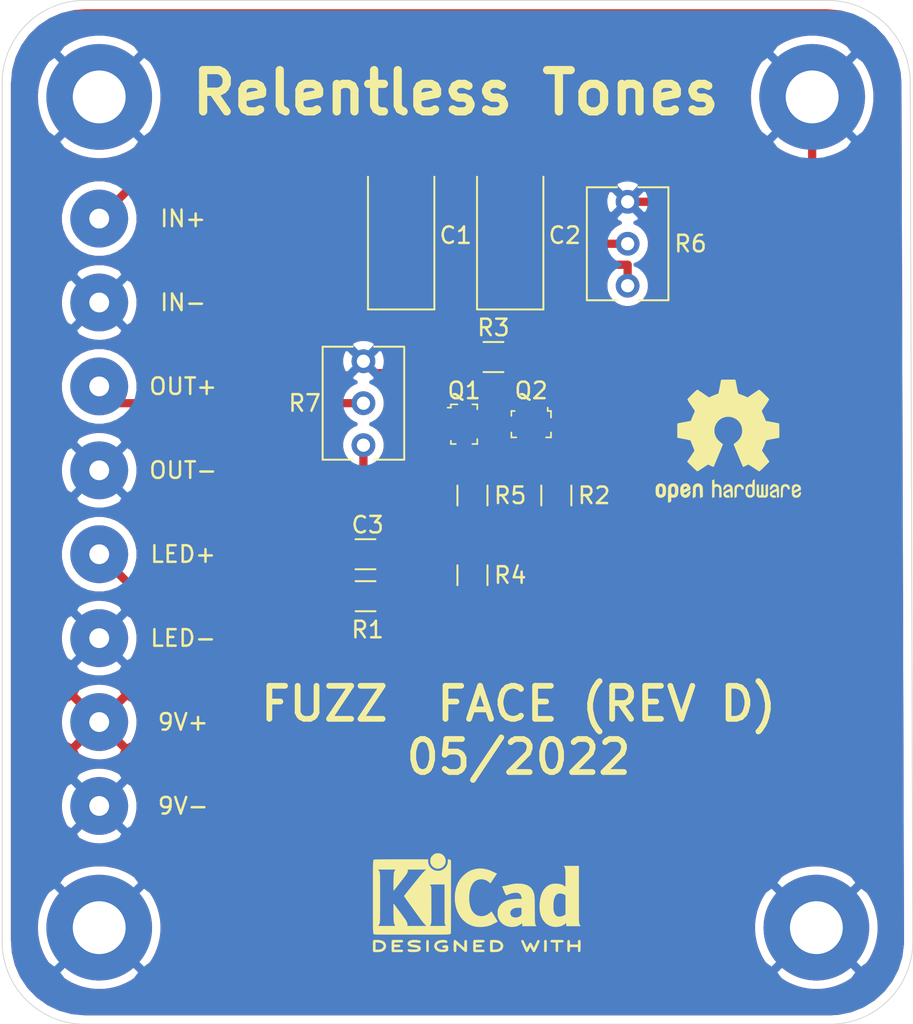
<source format=kicad_pcb>
(kicad_pcb (version 20171130) (host pcbnew "(5.1.5)-3")

  (general
    (thickness 1.6)
    (drawings 18)
    (tracks 57)
    (zones 0)
    (modules 26)
    (nets 13)
  )

  (page A4)
  (layers
    (0 F.Cu signal)
    (31 B.Cu signal)
    (32 B.Adhes user)
    (33 F.Adhes user)
    (34 B.Paste user)
    (35 F.Paste user)
    (36 B.SilkS user)
    (37 F.SilkS user)
    (38 B.Mask user)
    (39 F.Mask user)
    (40 Dwgs.User user)
    (41 Cmts.User user)
    (42 Eco1.User user)
    (43 Eco2.User user)
    (44 Edge.Cuts user)
    (45 Margin user)
    (46 B.CrtYd user hide)
    (47 F.CrtYd user hide)
    (48 B.Fab user hide)
    (49 F.Fab user hide)
  )

  (setup
    (last_trace_width 0.5)
    (trace_clearance 0.2)
    (zone_clearance 0.508)
    (zone_45_only no)
    (trace_min 0.2)
    (via_size 0.8)
    (via_drill 0.4)
    (via_min_size 0.4)
    (via_min_drill 0.3)
    (uvia_size 0.3)
    (uvia_drill 0.1)
    (uvias_allowed no)
    (uvia_min_size 0.2)
    (uvia_min_drill 0.1)
    (edge_width 0.05)
    (segment_width 0.2)
    (pcb_text_width 0.3)
    (pcb_text_size 1.5 1.5)
    (mod_edge_width 0.12)
    (mod_text_size 1 1)
    (mod_text_width 0.15)
    (pad_size 3.50012 3.50012)
    (pad_drill 1.19888)
    (pad_to_mask_clearance 0.051)
    (solder_mask_min_width 0.25)
    (aux_axis_origin 0 0)
    (visible_elements 7FFFFFFF)
    (pcbplotparams
      (layerselection 0x010fc_ffffffff)
      (usegerberextensions false)
      (usegerberattributes false)
      (usegerberadvancedattributes false)
      (creategerberjobfile false)
      (excludeedgelayer true)
      (linewidth 0.100000)
      (plotframeref false)
      (viasonmask false)
      (mode 1)
      (useauxorigin false)
      (hpglpennumber 1)
      (hpglpenspeed 20)
      (hpglpendiameter 15.000000)
      (psnegative false)
      (psa4output false)
      (plotreference true)
      (plotvalue true)
      (plotinvisibletext false)
      (padsonsilk false)
      (subtractmaskfromsilk false)
      (outputformat 1)
      (mirror false)
      (drillshape 0)
      (scaleselection 1)
      (outputdirectory "gerber"))
  )

  (net 0 "")
  (net 1 "Net-(C1-Pad1)")
  (net 2 "Net-(C1-Pad2)")
  (net 3 "Net-(C2-Pad1)")
  (net 4 Earth)
  (net 5 "Net-(C3-Pad1)")
  (net 6 "Net-(Q1-Pad3)")
  (net 7 "Net-(Q2-Pad3)")
  (net 8 "Net-(Q2-Pad2)")
  (net 9 "Net-(+9V1-Pad1)")
  (net 10 "Net-(LED1-Pad1)")
  (net 11 "Net-(OUT1-Pad1)")
  (net 12 "Net-(C3-Pad2)")

  (net_class Default "This is the default net class."
    (clearance 0.2)
    (trace_width 0.5)
    (via_dia 0.8)
    (via_drill 0.4)
    (uvia_dia 0.3)
    (uvia_drill 0.1)
    (add_net Earth)
    (add_net "Net-(+9V1-Pad1)")
    (add_net "Net-(C1-Pad1)")
    (add_net "Net-(C1-Pad2)")
    (add_net "Net-(C2-Pad1)")
    (add_net "Net-(C3-Pad1)")
    (add_net "Net-(C3-Pad2)")
    (add_net "Net-(LED1-Pad1)")
    (add_net "Net-(OUT1-Pad1)")
    (add_net "Net-(Q1-Pad3)")
    (add_net "Net-(Q2-Pad2)")
    (add_net "Net-(Q2-Pad3)")
  )

  (module Symbol:OSHW-Logo2_9.8x8mm_SilkScreen (layer F.Cu) (tedit 0) (tstamp 627BD48C)
    (at 93.98 51.562)
    (descr "Open Source Hardware Symbol")
    (tags "Logo Symbol OSHW")
    (attr virtual)
    (fp_text reference REF** (at 0 0) (layer F.SilkS) hide
      (effects (font (size 1 1) (thickness 0.15)))
    )
    (fp_text value OSHW-Logo2_9.8x8mm_SilkScreen (at 0.75 0) (layer F.Fab) hide
      (effects (font (size 1 1) (thickness 0.15)))
    )
    (fp_poly (pts (xy 0.139878 -3.712224) (xy 0.245612 -3.711645) (xy 0.322132 -3.710078) (xy 0.374372 -3.707028)
      (xy 0.407263 -3.702004) (xy 0.425737 -3.694511) (xy 0.434727 -3.684056) (xy 0.439163 -3.670147)
      (xy 0.439594 -3.668346) (xy 0.446333 -3.635855) (xy 0.458808 -3.571748) (xy 0.475719 -3.482849)
      (xy 0.495771 -3.375981) (xy 0.517664 -3.257967) (xy 0.518429 -3.253822) (xy 0.540359 -3.138169)
      (xy 0.560877 -3.035986) (xy 0.578659 -2.953402) (xy 0.592381 -2.896544) (xy 0.600718 -2.871542)
      (xy 0.601116 -2.871099) (xy 0.625677 -2.85889) (xy 0.676315 -2.838544) (xy 0.742095 -2.814455)
      (xy 0.742461 -2.814326) (xy 0.825317 -2.783182) (xy 0.923 -2.743509) (xy 1.015077 -2.703619)
      (xy 1.019434 -2.701647) (xy 1.169407 -2.63358) (xy 1.501498 -2.860361) (xy 1.603374 -2.929496)
      (xy 1.695657 -2.991303) (xy 1.773003 -3.042267) (xy 1.830064 -3.078873) (xy 1.861495 -3.097606)
      (xy 1.864479 -3.098996) (xy 1.887321 -3.09281) (xy 1.929982 -3.062965) (xy 1.994128 -3.008053)
      (xy 2.081421 -2.926666) (xy 2.170535 -2.840078) (xy 2.256441 -2.754753) (xy 2.333327 -2.676892)
      (xy 2.396564 -2.611303) (xy 2.441523 -2.562795) (xy 2.463576 -2.536175) (xy 2.464396 -2.534805)
      (xy 2.466834 -2.516537) (xy 2.45765 -2.486705) (xy 2.434574 -2.441279) (xy 2.395337 -2.37623)
      (xy 2.33767 -2.28753) (xy 2.260795 -2.173343) (xy 2.19257 -2.072838) (xy 2.131582 -1.982697)
      (xy 2.081356 -1.908151) (xy 2.045416 -1.854435) (xy 2.027287 -1.826782) (xy 2.026146 -1.824905)
      (xy 2.028359 -1.79841) (xy 2.045138 -1.746914) (xy 2.073142 -1.680149) (xy 2.083122 -1.658828)
      (xy 2.126672 -1.563841) (xy 2.173134 -1.456063) (xy 2.210877 -1.362808) (xy 2.238073 -1.293594)
      (xy 2.259675 -1.240994) (xy 2.272158 -1.213503) (xy 2.273709 -1.211384) (xy 2.296668 -1.207876)
      (xy 2.350786 -1.198262) (xy 2.428868 -1.183911) (xy 2.523719 -1.166193) (xy 2.628143 -1.146475)
      (xy 2.734944 -1.126126) (xy 2.836926 -1.106514) (xy 2.926894 -1.089009) (xy 2.997653 -1.074978)
      (xy 3.042006 -1.065791) (xy 3.052885 -1.063193) (xy 3.064122 -1.056782) (xy 3.072605 -1.042303)
      (xy 3.078714 -1.014867) (xy 3.082832 -0.969589) (xy 3.085341 -0.90158) (xy 3.086621 -0.805953)
      (xy 3.087054 -0.67782) (xy 3.087077 -0.625299) (xy 3.087077 -0.198155) (xy 2.9845 -0.177909)
      (xy 2.927431 -0.16693) (xy 2.842269 -0.150905) (xy 2.739372 -0.131767) (xy 2.629096 -0.111449)
      (xy 2.598615 -0.105868) (xy 2.496855 -0.086083) (xy 2.408205 -0.066627) (xy 2.340108 -0.049303)
      (xy 2.300004 -0.035912) (xy 2.293323 -0.031921) (xy 2.276919 -0.003658) (xy 2.253399 0.051109)
      (xy 2.227316 0.121588) (xy 2.222142 0.136769) (xy 2.187956 0.230896) (xy 2.145523 0.337101)
      (xy 2.103997 0.432473) (xy 2.103792 0.432916) (xy 2.03464 0.582525) (xy 2.489512 1.251617)
      (xy 2.1975 1.544116) (xy 2.10918 1.63117) (xy 2.028625 1.707909) (xy 1.96036 1.770237)
      (xy 1.908908 1.814056) (xy 1.878794 1.83527) (xy 1.874474 1.836616) (xy 1.849111 1.826016)
      (xy 1.797358 1.796547) (xy 1.724868 1.751705) (xy 1.637294 1.694984) (xy 1.542612 1.631462)
      (xy 1.446516 1.566668) (xy 1.360837 1.510287) (xy 1.291016 1.465788) (xy 1.242494 1.436639)
      (xy 1.220782 1.426308) (xy 1.194293 1.43505) (xy 1.144062 1.458087) (xy 1.080451 1.490631)
      (xy 1.073708 1.494249) (xy 0.988046 1.53721) (xy 0.929306 1.558279) (xy 0.892772 1.558503)
      (xy 0.873731 1.538928) (xy 0.87362 1.538654) (xy 0.864102 1.515472) (xy 0.841403 1.460441)
      (xy 0.807282 1.377822) (xy 0.7635 1.271872) (xy 0.711816 1.146852) (xy 0.653992 1.00702)
      (xy 0.597991 0.871637) (xy 0.536447 0.722234) (xy 0.479939 0.583832) (xy 0.430161 0.460673)
      (xy 0.388806 0.357002) (xy 0.357568 0.277059) (xy 0.338141 0.225088) (xy 0.332154 0.205692)
      (xy 0.347168 0.183443) (xy 0.386439 0.147982) (xy 0.438807 0.108887) (xy 0.587941 -0.014755)
      (xy 0.704511 -0.156478) (xy 0.787118 -0.313296) (xy 0.834366 -0.482225) (xy 0.844857 -0.660278)
      (xy 0.837231 -0.742461) (xy 0.795682 -0.912969) (xy 0.724123 -1.063541) (xy 0.626995 -1.192691)
      (xy 0.508734 -1.298936) (xy 0.37378 -1.38079) (xy 0.226571 -1.436768) (xy 0.071544 -1.465385)
      (xy -0.086861 -1.465156) (xy -0.244206 -1.434595) (xy -0.396054 -1.372218) (xy -0.537965 -1.27654)
      (xy -0.597197 -1.222428) (xy -0.710797 -1.08348) (xy -0.789894 -0.931639) (xy -0.835014 -0.771333)
      (xy -0.846684 -0.606988) (xy -0.825431 -0.443029) (xy -0.77178 -0.283882) (xy -0.68626 -0.133975)
      (xy -0.569395 0.002267) (xy -0.438807 0.108887) (xy -0.384412 0.149642) (xy -0.345986 0.184718)
      (xy -0.332154 0.205726) (xy -0.339397 0.228635) (xy -0.359995 0.283365) (xy -0.392254 0.365672)
      (xy -0.434479 0.471315) (xy -0.484977 0.59605) (xy -0.542052 0.735636) (xy -0.598146 0.87167)
      (xy -0.660033 1.021201) (xy -0.717356 1.159767) (xy -0.768356 1.283107) (xy -0.811273 1.386964)
      (xy -0.844347 1.46708) (xy -0.865819 1.519195) (xy -0.873775 1.538654) (xy -0.892571 1.558423)
      (xy -0.928926 1.558365) (xy -0.987521 1.537441) (xy -1.073032 1.494613) (xy -1.073708 1.494249)
      (xy -1.138093 1.461012) (xy -1.190139 1.436802) (xy -1.219488 1.426404) (xy -1.220783 1.426308)
      (xy -1.242876 1.436855) (xy -1.291652 1.466184) (xy -1.361669 1.510827) (xy -1.447486 1.567314)
      (xy -1.542612 1.631462) (xy -1.63946 1.696411) (xy -1.726747 1.752896) (xy -1.798819 1.797421)
      (xy -1.850023 1.82649) (xy -1.874474 1.836616) (xy -1.89699 1.823307) (xy -1.942258 1.786112)
      (xy -2.005756 1.729128) (xy -2.082961 1.656449) (xy -2.169349 1.572171) (xy -2.197601 1.544016)
      (xy -2.489713 1.251416) (xy -2.267369 0.925104) (xy -2.199798 0.824897) (xy -2.140493 0.734963)
      (xy -2.092783 0.66051) (xy -2.059993 0.606751) (xy -2.045452 0.578894) (xy -2.045026 0.576912)
      (xy -2.052692 0.550655) (xy -2.073311 0.497837) (xy -2.103315 0.42731) (xy -2.124375 0.380093)
      (xy -2.163752 0.289694) (xy -2.200835 0.198366) (xy -2.229585 0.1212) (xy -2.237395 0.097692)
      (xy -2.259583 0.034916) (xy -2.281273 -0.013589) (xy -2.293187 -0.031921) (xy -2.319477 -0.043141)
      (xy -2.376858 -0.059046) (xy -2.457882 -0.077833) (xy -2.555105 -0.097701) (xy -2.598615 -0.105868)
      (xy -2.709104 -0.126171) (xy -2.815084 -0.14583) (xy -2.906199 -0.162912) (xy -2.972092 -0.175482)
      (xy -2.9845 -0.177909) (xy -3.087077 -0.198155) (xy -3.087077 -0.625299) (xy -3.086847 -0.765754)
      (xy -3.085901 -0.872021) (xy -3.083859 -0.948987) (xy -3.080338 -1.00154) (xy -3.074957 -1.034567)
      (xy -3.067334 -1.052955) (xy -3.057088 -1.061592) (xy -3.052885 -1.063193) (xy -3.02753 -1.068873)
      (xy -2.971516 -1.080205) (xy -2.892036 -1.095821) (xy -2.796288 -1.114353) (xy -2.691467 -1.134431)
      (xy -2.584768 -1.154688) (xy -2.483387 -1.173754) (xy -2.394521 -1.190261) (xy -2.325363 -1.202841)
      (xy -2.283111 -1.210125) (xy -2.27371 -1.211384) (xy -2.265193 -1.228237) (xy -2.24634 -1.27313)
      (xy -2.220676 -1.33757) (xy -2.210877 -1.362808) (xy -2.171352 -1.460314) (xy -2.124808 -1.568041)
      (xy -2.083123 -1.658828) (xy -2.05245 -1.728247) (xy -2.032044 -1.78529) (xy -2.025232 -1.820223)
      (xy -2.026318 -1.824905) (xy -2.040715 -1.847009) (xy -2.073588 -1.896169) (xy -2.12141 -1.967152)
      (xy -2.180652 -2.054722) (xy -2.247785 -2.153643) (xy -2.261059 -2.17317) (xy -2.338954 -2.28886)
      (xy -2.396213 -2.376956) (xy -2.435119 -2.441514) (xy -2.457956 -2.486589) (xy -2.467006 -2.516237)
      (xy -2.464552 -2.534515) (xy -2.464489 -2.534631) (xy -2.445173 -2.558639) (xy -2.402449 -2.605053)
      (xy -2.340949 -2.669063) (xy -2.265302 -2.745855) (xy -2.180139 -2.830618) (xy -2.170535 -2.840078)
      (xy -2.06321 -2.944011) (xy -1.980385 -3.020325) (xy -1.920395 -3.070429) (xy -1.881577 -3.09573)
      (xy -1.86448 -3.098996) (xy -1.839527 -3.08475) (xy -1.787745 -3.051844) (xy -1.71448 -3.003792)
      (xy -1.62508 -2.94411) (xy -1.524889 -2.876312) (xy -1.501499 -2.860361) (xy -1.169407 -2.63358)
      (xy -1.019435 -2.701647) (xy -0.92823 -2.741315) (xy -0.830331 -2.781209) (xy -0.746169 -2.813017)
      (xy -0.742462 -2.814326) (xy -0.676631 -2.838424) (xy -0.625884 -2.8588) (xy -0.601158 -2.871064)
      (xy -0.601116 -2.871099) (xy -0.593271 -2.893266) (xy -0.579934 -2.947783) (xy -0.56243 -3.02852)
      (xy -0.542083 -3.12935) (xy -0.520218 -3.244144) (xy -0.518429 -3.253822) (xy -0.496496 -3.372096)
      (xy -0.47636 -3.479458) (xy -0.45932 -3.569083) (xy -0.446672 -3.634149) (xy -0.439716 -3.667832)
      (xy -0.439594 -3.668346) (xy -0.435361 -3.682675) (xy -0.427129 -3.693493) (xy -0.409967 -3.701294)
      (xy -0.378942 -3.706571) (xy -0.329122 -3.709818) (xy -0.255576 -3.711528) (xy -0.153371 -3.712193)
      (xy -0.017575 -3.712307) (xy 0 -3.712308) (xy 0.139878 -3.712224)) (layer F.SilkS) (width 0.01))
    (fp_poly (pts (xy 4.245224 2.647838) (xy 4.322528 2.698361) (xy 4.359814 2.74359) (xy 4.389353 2.825663)
      (xy 4.391699 2.890607) (xy 4.386385 2.977445) (xy 4.186115 3.065103) (xy 4.088739 3.109887)
      (xy 4.025113 3.145913) (xy 3.992029 3.177117) (xy 3.98628 3.207436) (xy 4.004658 3.240805)
      (xy 4.024923 3.262923) (xy 4.083889 3.298393) (xy 4.148024 3.300879) (xy 4.206926 3.273235)
      (xy 4.250197 3.21832) (xy 4.257936 3.198928) (xy 4.295006 3.138364) (xy 4.337654 3.112552)
      (xy 4.396154 3.090471) (xy 4.396154 3.174184) (xy 4.390982 3.23115) (xy 4.370723 3.279189)
      (xy 4.328262 3.334346) (xy 4.321951 3.341514) (xy 4.27472 3.390585) (xy 4.234121 3.41692)
      (xy 4.183328 3.429035) (xy 4.14122 3.433003) (xy 4.065902 3.433991) (xy 4.012286 3.421466)
      (xy 3.978838 3.402869) (xy 3.926268 3.361975) (xy 3.889879 3.317748) (xy 3.86685 3.262126)
      (xy 3.854359 3.187047) (xy 3.849587 3.084449) (xy 3.849206 3.032376) (xy 3.850501 2.969948)
      (xy 3.968471 2.969948) (xy 3.969839 3.003438) (xy 3.973249 3.008923) (xy 3.995753 3.001472)
      (xy 4.044182 2.981753) (xy 4.108908 2.953718) (xy 4.122443 2.947692) (xy 4.204244 2.906096)
      (xy 4.249312 2.869538) (xy 4.259217 2.835296) (xy 4.235526 2.800648) (xy 4.21596 2.785339)
      (xy 4.14536 2.754721) (xy 4.07928 2.75978) (xy 4.023959 2.797151) (xy 3.985636 2.863473)
      (xy 3.973349 2.916116) (xy 3.968471 2.969948) (xy 3.850501 2.969948) (xy 3.85173 2.91072)
      (xy 3.861032 2.82071) (xy 3.87946 2.755167) (xy 3.90936 2.706912) (xy 3.95308 2.668767)
      (xy 3.972141 2.65644) (xy 4.058726 2.624336) (xy 4.153522 2.622316) (xy 4.245224 2.647838)) (layer F.SilkS) (width 0.01))
    (fp_poly (pts (xy 3.570807 2.636782) (xy 3.594161 2.646988) (xy 3.649902 2.691134) (xy 3.697569 2.754967)
      (xy 3.727048 2.823087) (xy 3.731846 2.85667) (xy 3.71576 2.903556) (xy 3.680475 2.928365)
      (xy 3.642644 2.943387) (xy 3.625321 2.946155) (xy 3.616886 2.926066) (xy 3.60023 2.882351)
      (xy 3.592923 2.862598) (xy 3.551948 2.794271) (xy 3.492622 2.760191) (xy 3.416552 2.761239)
      (xy 3.410918 2.762581) (xy 3.370305 2.781836) (xy 3.340448 2.819375) (xy 3.320055 2.879809)
      (xy 3.307836 2.967751) (xy 3.3025 3.087813) (xy 3.302 3.151698) (xy 3.301752 3.252403)
      (xy 3.300126 3.321054) (xy 3.295801 3.364673) (xy 3.287454 3.390282) (xy 3.273765 3.404903)
      (xy 3.253411 3.415558) (xy 3.252234 3.416095) (xy 3.213038 3.432667) (xy 3.193619 3.438769)
      (xy 3.190635 3.420319) (xy 3.188081 3.369323) (xy 3.18614 3.292308) (xy 3.184997 3.195805)
      (xy 3.184769 3.125184) (xy 3.185932 2.988525) (xy 3.190479 2.884851) (xy 3.199999 2.808108)
      (xy 3.216081 2.752246) (xy 3.240313 2.711212) (xy 3.274286 2.678954) (xy 3.307833 2.65644)
      (xy 3.388499 2.626476) (xy 3.482381 2.619718) (xy 3.570807 2.636782)) (layer F.SilkS) (width 0.01))
    (fp_poly (pts (xy 2.887333 2.633528) (xy 2.94359 2.659117) (xy 2.987747 2.690124) (xy 3.020101 2.724795)
      (xy 3.042438 2.76952) (xy 3.056546 2.830692) (xy 3.064211 2.914701) (xy 3.06722 3.02794)
      (xy 3.067538 3.102509) (xy 3.067538 3.39342) (xy 3.017773 3.416095) (xy 2.978576 3.432667)
      (xy 2.959157 3.438769) (xy 2.955442 3.42061) (xy 2.952495 3.371648) (xy 2.950691 3.300153)
      (xy 2.950308 3.243385) (xy 2.948661 3.161371) (xy 2.944222 3.096309) (xy 2.93774 3.056467)
      (xy 2.93259 3.048) (xy 2.897977 3.056646) (xy 2.84364 3.078823) (xy 2.780722 3.108886)
      (xy 2.720368 3.141192) (xy 2.673721 3.170098) (xy 2.651926 3.189961) (xy 2.651839 3.190175)
      (xy 2.653714 3.226935) (xy 2.670525 3.262026) (xy 2.700039 3.290528) (xy 2.743116 3.300061)
      (xy 2.779932 3.29895) (xy 2.832074 3.298133) (xy 2.859444 3.310349) (xy 2.875882 3.342624)
      (xy 2.877955 3.34871) (xy 2.885081 3.394739) (xy 2.866024 3.422687) (xy 2.816353 3.436007)
      (xy 2.762697 3.43847) (xy 2.666142 3.42021) (xy 2.616159 3.394131) (xy 2.554429 3.332868)
      (xy 2.52169 3.25767) (xy 2.518753 3.178211) (xy 2.546424 3.104167) (xy 2.588047 3.057769)
      (xy 2.629604 3.031793) (xy 2.694922 2.998907) (xy 2.771038 2.965557) (xy 2.783726 2.960461)
      (xy 2.867333 2.923565) (xy 2.91553 2.891046) (xy 2.93103 2.858718) (xy 2.91655 2.822394)
      (xy 2.891692 2.794) (xy 2.832939 2.759039) (xy 2.768293 2.756417) (xy 2.709008 2.783358)
      (xy 2.666339 2.837088) (xy 2.660739 2.85095) (xy 2.628133 2.901936) (xy 2.58053 2.939787)
      (xy 2.520461 2.97085) (xy 2.520461 2.882768) (xy 2.523997 2.828951) (xy 2.539156 2.786534)
      (xy 2.572768 2.741279) (xy 2.605035 2.70642) (xy 2.655209 2.657062) (xy 2.694193 2.630547)
      (xy 2.736064 2.619911) (xy 2.78346 2.618154) (xy 2.887333 2.633528)) (layer F.SilkS) (width 0.01))
    (fp_poly (pts (xy 2.395929 2.636662) (xy 2.398911 2.688068) (xy 2.401247 2.766192) (xy 2.402749 2.864857)
      (xy 2.403231 2.968343) (xy 2.403231 3.318533) (xy 2.341401 3.380363) (xy 2.298793 3.418462)
      (xy 2.26139 3.433895) (xy 2.21027 3.432918) (xy 2.189978 3.430433) (xy 2.126554 3.4232)
      (xy 2.074095 3.419055) (xy 2.061308 3.418672) (xy 2.018199 3.421176) (xy 1.956544 3.427462)
      (xy 1.932638 3.430433) (xy 1.873922 3.435028) (xy 1.834464 3.425046) (xy 1.795338 3.394228)
      (xy 1.781215 3.380363) (xy 1.719385 3.318533) (xy 1.719385 2.663503) (xy 1.76915 2.640829)
      (xy 1.812002 2.624034) (xy 1.837073 2.618154) (xy 1.843501 2.636736) (xy 1.849509 2.688655)
      (xy 1.854697 2.768172) (xy 1.858664 2.869546) (xy 1.860577 2.955192) (xy 1.865923 3.292231)
      (xy 1.91256 3.298825) (xy 1.954976 3.294214) (xy 1.97576 3.279287) (xy 1.98157 3.251377)
      (xy 1.98653 3.191925) (xy 1.990246 3.108466) (xy 1.992324 3.008532) (xy 1.992624 2.957104)
      (xy 1.992923 2.661054) (xy 2.054454 2.639604) (xy 2.098004 2.62502) (xy 2.121694 2.618219)
      (xy 2.122377 2.618154) (xy 2.124754 2.636642) (xy 2.127366 2.687906) (xy 2.129995 2.765649)
      (xy 2.132421 2.863574) (xy 2.134115 2.955192) (xy 2.139461 3.292231) (xy 2.256692 3.292231)
      (xy 2.262072 2.984746) (xy 2.267451 2.677261) (xy 2.324601 2.647707) (xy 2.366797 2.627413)
      (xy 2.39177 2.618204) (xy 2.392491 2.618154) (xy 2.395929 2.636662)) (layer F.SilkS) (width 0.01))
    (fp_poly (pts (xy 1.602081 2.780289) (xy 1.601833 2.92632) (xy 1.600872 3.038655) (xy 1.598794 3.122678)
      (xy 1.595193 3.183769) (xy 1.589665 3.227309) (xy 1.581804 3.258679) (xy 1.571207 3.283262)
      (xy 1.563182 3.297294) (xy 1.496728 3.373388) (xy 1.41247 3.421084) (xy 1.319249 3.438199)
      (xy 1.2259 3.422546) (xy 1.170312 3.394418) (xy 1.111957 3.34576) (xy 1.072186 3.286333)
      (xy 1.04819 3.208507) (xy 1.037161 3.104652) (xy 1.035599 3.028462) (xy 1.035809 3.022986)
      (xy 1.172308 3.022986) (xy 1.173141 3.110355) (xy 1.176961 3.168192) (xy 1.185746 3.206029)
      (xy 1.201474 3.233398) (xy 1.220266 3.254042) (xy 1.283375 3.29389) (xy 1.351137 3.297295)
      (xy 1.415179 3.264025) (xy 1.420164 3.259517) (xy 1.441439 3.236067) (xy 1.454779 3.208166)
      (xy 1.462001 3.166641) (xy 1.464923 3.102316) (xy 1.465385 3.0312) (xy 1.464383 2.941858)
      (xy 1.460238 2.882258) (xy 1.451236 2.843089) (xy 1.435667 2.81504) (xy 1.422902 2.800144)
      (xy 1.3636 2.762575) (xy 1.295301 2.758057) (xy 1.23011 2.786753) (xy 1.217528 2.797406)
      (xy 1.196111 2.821063) (xy 1.182744 2.849251) (xy 1.175566 2.891245) (xy 1.172719 2.956319)
      (xy 1.172308 3.022986) (xy 1.035809 3.022986) (xy 1.040322 2.905765) (xy 1.056362 2.813577)
      (xy 1.086528 2.744269) (xy 1.133629 2.690211) (xy 1.170312 2.662505) (xy 1.23699 2.632572)
      (xy 1.314272 2.618678) (xy 1.38611 2.622397) (xy 1.426308 2.6374) (xy 1.442082 2.64167)
      (xy 1.45255 2.62575) (xy 1.459856 2.583089) (xy 1.465385 2.518106) (xy 1.471437 2.445732)
      (xy 1.479844 2.402187) (xy 1.495141 2.377287) (xy 1.521864 2.360845) (xy 1.538654 2.353564)
      (xy 1.602154 2.326963) (xy 1.602081 2.780289)) (layer F.SilkS) (width 0.01))
    (fp_poly (pts (xy 0.713362 2.62467) (xy 0.802117 2.657421) (xy 0.874022 2.71535) (xy 0.902144 2.756128)
      (xy 0.932802 2.830954) (xy 0.932165 2.885058) (xy 0.899987 2.921446) (xy 0.888081 2.927633)
      (xy 0.836675 2.946925) (xy 0.810422 2.941982) (xy 0.80153 2.909587) (xy 0.801077 2.891692)
      (xy 0.784797 2.825859) (xy 0.742365 2.779807) (xy 0.683388 2.757564) (xy 0.617475 2.763161)
      (xy 0.563895 2.792229) (xy 0.545798 2.80881) (xy 0.532971 2.828925) (xy 0.524306 2.859332)
      (xy 0.518696 2.906788) (xy 0.515035 2.97805) (xy 0.512215 3.079875) (xy 0.511484 3.112115)
      (xy 0.50882 3.22241) (xy 0.505792 3.300036) (xy 0.50125 3.351396) (xy 0.494046 3.38289)
      (xy 0.483033 3.40092) (xy 0.46706 3.411888) (xy 0.456834 3.416733) (xy 0.413406 3.433301)
      (xy 0.387842 3.438769) (xy 0.379395 3.420507) (xy 0.374239 3.365296) (xy 0.372346 3.272499)
      (xy 0.373689 3.141478) (xy 0.374107 3.121269) (xy 0.377058 3.001733) (xy 0.380548 2.914449)
      (xy 0.385514 2.852591) (xy 0.392893 2.809336) (xy 0.403624 2.77786) (xy 0.418645 2.751339)
      (xy 0.426502 2.739975) (xy 0.471553 2.689692) (xy 0.52194 2.650581) (xy 0.528108 2.647167)
      (xy 0.618458 2.620212) (xy 0.713362 2.62467)) (layer F.SilkS) (width 0.01))
    (fp_poly (pts (xy 0.053501 2.626303) (xy 0.13006 2.654733) (xy 0.130936 2.655279) (xy 0.178285 2.690127)
      (xy 0.213241 2.730852) (xy 0.237825 2.783925) (xy 0.254062 2.855814) (xy 0.263975 2.952992)
      (xy 0.269586 3.081928) (xy 0.270077 3.100298) (xy 0.277141 3.377287) (xy 0.217695 3.408028)
      (xy 0.174681 3.428802) (xy 0.14871 3.438646) (xy 0.147509 3.438769) (xy 0.143014 3.420606)
      (xy 0.139444 3.371612) (xy 0.137248 3.300031) (xy 0.136769 3.242068) (xy 0.136758 3.14817)
      (xy 0.132466 3.089203) (xy 0.117503 3.061079) (xy 0.085482 3.059706) (xy 0.030014 3.080998)
      (xy -0.053731 3.120136) (xy -0.115311 3.152643) (xy -0.146983 3.180845) (xy -0.156294 3.211582)
      (xy -0.156308 3.213104) (xy -0.140943 3.266054) (xy -0.095453 3.29466) (xy -0.025834 3.298803)
      (xy 0.024313 3.298084) (xy 0.050754 3.312527) (xy 0.067243 3.347218) (xy 0.076733 3.391416)
      (xy 0.063057 3.416493) (xy 0.057907 3.420082) (xy 0.009425 3.434496) (xy -0.058469 3.436537)
      (xy -0.128388 3.426983) (xy -0.177932 3.409522) (xy -0.24643 3.351364) (xy -0.285366 3.270408)
      (xy -0.293077 3.20716) (xy -0.287193 3.150111) (xy -0.265899 3.103542) (xy -0.223735 3.062181)
      (xy -0.155241 3.020755) (xy -0.054956 2.973993) (xy -0.048846 2.97135) (xy 0.04149 2.929617)
      (xy 0.097235 2.895391) (xy 0.121129 2.864635) (xy 0.115913 2.833311) (xy 0.084328 2.797383)
      (xy 0.074883 2.789116) (xy 0.011617 2.757058) (xy -0.053936 2.758407) (xy -0.111028 2.789838)
      (xy -0.148907 2.848024) (xy -0.152426 2.859446) (xy -0.1867 2.914837) (xy -0.230191 2.941518)
      (xy -0.293077 2.96796) (xy -0.293077 2.899548) (xy -0.273948 2.80011) (xy -0.217169 2.708902)
      (xy -0.187622 2.678389) (xy -0.120458 2.639228) (xy -0.035044 2.6215) (xy 0.053501 2.626303)) (layer F.SilkS) (width 0.01))
    (fp_poly (pts (xy -0.840154 2.49212) (xy -0.834428 2.57198) (xy -0.827851 2.619039) (xy -0.818738 2.639566)
      (xy -0.805402 2.639829) (xy -0.801077 2.637378) (xy -0.743556 2.619636) (xy -0.668732 2.620672)
      (xy -0.592661 2.63891) (xy -0.545082 2.662505) (xy -0.496298 2.700198) (xy -0.460636 2.742855)
      (xy -0.436155 2.797057) (xy -0.420913 2.869384) (xy -0.41297 2.966419) (xy -0.410384 3.094742)
      (xy -0.410338 3.119358) (xy -0.410308 3.39587) (xy -0.471839 3.41732) (xy -0.515541 3.431912)
      (xy -0.539518 3.438706) (xy -0.540223 3.438769) (xy -0.542585 3.420345) (xy -0.544594 3.369526)
      (xy -0.546099 3.292993) (xy -0.546947 3.19743) (xy -0.547077 3.139329) (xy -0.547349 3.024771)
      (xy -0.548748 2.942667) (xy -0.552151 2.886393) (xy -0.558433 2.849326) (xy -0.568471 2.824844)
      (xy -0.583139 2.806325) (xy -0.592298 2.797406) (xy -0.655211 2.761466) (xy -0.723864 2.758775)
      (xy -0.786152 2.78917) (xy -0.797671 2.800144) (xy -0.814567 2.820779) (xy -0.826286 2.845256)
      (xy -0.833767 2.880647) (xy -0.837946 2.934026) (xy -0.839763 3.012466) (xy -0.840154 3.120617)
      (xy -0.840154 3.39587) (xy -0.901685 3.41732) (xy -0.945387 3.431912) (xy -0.969364 3.438706)
      (xy -0.97007 3.438769) (xy -0.971874 3.420069) (xy -0.9735 3.367322) (xy -0.974883 3.285557)
      (xy -0.975958 3.179805) (xy -0.97666 3.055094) (xy -0.976923 2.916455) (xy -0.976923 2.381806)
      (xy -0.849923 2.328236) (xy -0.840154 2.49212)) (layer F.SilkS) (width 0.01))
    (fp_poly (pts (xy -2.465746 2.599745) (xy -2.388714 2.651567) (xy -2.329184 2.726412) (xy -2.293622 2.821654)
      (xy -2.286429 2.891756) (xy -2.287246 2.921009) (xy -2.294086 2.943407) (xy -2.312888 2.963474)
      (xy -2.349592 2.985733) (xy -2.410138 3.014709) (xy -2.500466 3.054927) (xy -2.500923 3.055129)
      (xy -2.584067 3.09321) (xy -2.652247 3.127025) (xy -2.698495 3.152933) (xy -2.715842 3.167295)
      (xy -2.715846 3.167411) (xy -2.700557 3.198685) (xy -2.664804 3.233157) (xy -2.623758 3.25799)
      (xy -2.602963 3.262923) (xy -2.54623 3.245862) (xy -2.497373 3.203133) (xy -2.473535 3.156155)
      (xy -2.450603 3.121522) (xy -2.405682 3.082081) (xy -2.352877 3.048009) (xy -2.30629 3.02948)
      (xy -2.296548 3.028462) (xy -2.285582 3.045215) (xy -2.284921 3.088039) (xy -2.29298 3.145781)
      (xy -2.308173 3.207289) (xy -2.328914 3.261409) (xy -2.329962 3.26351) (xy -2.392379 3.35066)
      (xy -2.473274 3.409939) (xy -2.565144 3.439034) (xy -2.660487 3.435634) (xy -2.751802 3.397428)
      (xy -2.755862 3.394741) (xy -2.827694 3.329642) (xy -2.874927 3.244705) (xy -2.901066 3.133021)
      (xy -2.904574 3.101643) (xy -2.910787 2.953536) (xy -2.903339 2.884468) (xy -2.715846 2.884468)
      (xy -2.71341 2.927552) (xy -2.700086 2.940126) (xy -2.666868 2.930719) (xy -2.614506 2.908483)
      (xy -2.555976 2.88061) (xy -2.554521 2.879872) (xy -2.504911 2.853777) (xy -2.485 2.836363)
      (xy -2.48991 2.818107) (xy -2.510584 2.79412) (xy -2.563181 2.759406) (xy -2.619823 2.756856)
      (xy -2.670631 2.782119) (xy -2.705724 2.830847) (xy -2.715846 2.884468) (xy -2.903339 2.884468)
      (xy -2.898008 2.835036) (xy -2.865222 2.741055) (xy -2.819579 2.675215) (xy -2.737198 2.608681)
      (xy -2.646454 2.575676) (xy -2.553815 2.573573) (xy -2.465746 2.599745)) (layer F.SilkS) (width 0.01))
    (fp_poly (pts (xy -3.983114 2.587256) (xy -3.891536 2.635409) (xy -3.823951 2.712905) (xy -3.799943 2.762727)
      (xy -3.781262 2.837533) (xy -3.771699 2.932052) (xy -3.770792 3.03521) (xy -3.778079 3.135935)
      (xy -3.793097 3.223153) (xy -3.815385 3.285791) (xy -3.822235 3.296579) (xy -3.903368 3.377105)
      (xy -3.999734 3.425336) (xy -4.104299 3.43945) (xy -4.210032 3.417629) (xy -4.239457 3.404547)
      (xy -4.296759 3.364231) (xy -4.34705 3.310775) (xy -4.351803 3.303995) (xy -4.371122 3.271321)
      (xy -4.383892 3.236394) (xy -4.391436 3.190414) (xy -4.395076 3.124584) (xy -4.396135 3.030105)
      (xy -4.396154 3.008923) (xy -4.396106 3.002182) (xy -4.200769 3.002182) (xy -4.199632 3.091349)
      (xy -4.195159 3.15052) (xy -4.185754 3.188741) (xy -4.169824 3.215053) (xy -4.161692 3.223846)
      (xy -4.114942 3.257261) (xy -4.069553 3.255737) (xy -4.02366 3.226752) (xy -3.996288 3.195809)
      (xy -3.980077 3.150643) (xy -3.970974 3.07942) (xy -3.970349 3.071114) (xy -3.968796 2.942037)
      (xy -3.985035 2.846172) (xy -4.018848 2.784107) (xy -4.070016 2.756432) (xy -4.08828 2.754923)
      (xy -4.13624 2.762513) (xy -4.169047 2.788808) (xy -4.189105 2.839095) (xy -4.198822 2.918664)
      (xy -4.200769 3.002182) (xy -4.396106 3.002182) (xy -4.395426 2.908249) (xy -4.392371 2.837906)
      (xy -4.385678 2.789163) (xy -4.37404 2.753288) (xy -4.356147 2.721548) (xy -4.352192 2.715648)
      (xy -4.285733 2.636104) (xy -4.213315 2.589929) (xy -4.125151 2.571599) (xy -4.095213 2.570703)
      (xy -3.983114 2.587256)) (layer F.SilkS) (width 0.01))
    (fp_poly (pts (xy -1.728336 2.595089) (xy -1.665633 2.631358) (xy -1.622039 2.667358) (xy -1.590155 2.705075)
      (xy -1.56819 2.751199) (xy -1.554351 2.812421) (xy -1.546847 2.895431) (xy -1.543883 3.006919)
      (xy -1.543539 3.087062) (xy -1.543539 3.382065) (xy -1.709615 3.456515) (xy -1.719385 3.133402)
      (xy -1.723421 3.012729) (xy -1.727656 2.925141) (xy -1.732903 2.86465) (xy -1.739975 2.825268)
      (xy -1.749689 2.801007) (xy -1.762856 2.78588) (xy -1.767081 2.782606) (xy -1.831091 2.757034)
      (xy -1.895792 2.767153) (xy -1.934308 2.794) (xy -1.949975 2.813024) (xy -1.96082 2.837988)
      (xy -1.967712 2.875834) (xy -1.971521 2.933502) (xy -1.973117 3.017935) (xy -1.973385 3.105928)
      (xy -1.973437 3.216323) (xy -1.975328 3.294463) (xy -1.981655 3.347165) (xy -1.995017 3.381242)
      (xy -2.018015 3.403511) (xy -2.053246 3.420787) (xy -2.100303 3.438738) (xy -2.151697 3.458278)
      (xy -2.145579 3.111485) (xy -2.143116 2.986468) (xy -2.140233 2.894082) (xy -2.136102 2.827881)
      (xy -2.129893 2.78142) (xy -2.120774 2.748256) (xy -2.107917 2.721944) (xy -2.092416 2.698729)
      (xy -2.017629 2.624569) (xy -1.926372 2.581684) (xy -1.827117 2.571412) (xy -1.728336 2.595089)) (layer F.SilkS) (width 0.01))
    (fp_poly (pts (xy -3.231114 2.584505) (xy -3.156461 2.621727) (xy -3.090569 2.690261) (xy -3.072423 2.715648)
      (xy -3.052655 2.748866) (xy -3.039828 2.784945) (xy -3.03249 2.833098) (xy -3.029187 2.902536)
      (xy -3.028462 2.994206) (xy -3.031737 3.11983) (xy -3.043123 3.214154) (xy -3.064959 3.284523)
      (xy -3.099581 3.338286) (xy -3.14933 3.382788) (xy -3.152986 3.385423) (xy -3.202015 3.412377)
      (xy -3.261055 3.425712) (xy -3.336141 3.429) (xy -3.458205 3.429) (xy -3.458256 3.547497)
      (xy -3.459392 3.613492) (xy -3.466314 3.652202) (xy -3.484402 3.675419) (xy -3.519038 3.694933)
      (xy -3.527355 3.69892) (xy -3.56628 3.717603) (xy -3.596417 3.729403) (xy -3.618826 3.730422)
      (xy -3.634567 3.716761) (xy -3.644698 3.684522) (xy -3.650277 3.629804) (xy -3.652365 3.548711)
      (xy -3.652019 3.437344) (xy -3.6503 3.291802) (xy -3.649763 3.248269) (xy -3.647828 3.098205)
      (xy -3.646096 3.000042) (xy -3.458308 3.000042) (xy -3.457252 3.083364) (xy -3.452562 3.13788)
      (xy -3.441949 3.173837) (xy -3.423128 3.201482) (xy -3.41035 3.214965) (xy -3.35811 3.254417)
      (xy -3.311858 3.257628) (xy -3.264133 3.225049) (xy -3.262923 3.223846) (xy -3.243506 3.198668)
      (xy -3.231693 3.164447) (xy -3.225735 3.111748) (xy -3.22388 3.031131) (xy -3.223846 3.013271)
      (xy -3.22833 2.902175) (xy -3.242926 2.825161) (xy -3.26935 2.778147) (xy -3.309317 2.75705)
      (xy -3.332416 2.754923) (xy -3.387238 2.7649) (xy -3.424842 2.797752) (xy -3.447477 2.857857)
      (xy -3.457394 2.949598) (xy -3.458308 3.000042) (xy -3.646096 3.000042) (xy -3.645778 2.98206)
      (xy -3.643127 2.894679) (xy -3.639394 2.830905) (xy -3.634093 2.785582) (xy -3.626742 2.753555)
      (xy -3.616857 2.729668) (xy -3.603954 2.708764) (xy -3.598421 2.700898) (xy -3.525031 2.626595)
      (xy -3.43224 2.584467) (xy -3.324904 2.572722) (xy -3.231114 2.584505)) (layer F.SilkS) (width 0.01))
  )

  (module Symbol:KiCad-Logo2_5mm_SilkScreen (layer F.Cu) (tedit 0) (tstamp 627B8346)
    (at 78.74 79.502)
    (descr "KiCad Logo")
    (tags "Logo KiCad")
    (attr virtual)
    (fp_text reference REF** (at 0 -5.08) (layer F.SilkS) hide
      (effects (font (size 1 1) (thickness 0.15)))
    )
    (fp_text value KiCad-Logo2_5mm_SilkScreen (at 0 5.08) (layer F.Fab) hide
      (effects (font (size 1 1) (thickness 0.15)))
    )
    (fp_poly (pts (xy 6.228823 2.274533) (xy 6.260202 2.296776) (xy 6.287911 2.324485) (xy 6.287911 2.63392)
      (xy 6.287838 2.725799) (xy 6.287495 2.79784) (xy 6.286692 2.85278) (xy 6.285241 2.89336)
      (xy 6.282952 2.922317) (xy 6.279636 2.942391) (xy 6.275105 2.956321) (xy 6.269169 2.966845)
      (xy 6.264514 2.9731) (xy 6.233783 2.997673) (xy 6.198496 3.000341) (xy 6.166245 2.985271)
      (xy 6.155588 2.976374) (xy 6.148464 2.964557) (xy 6.144167 2.945526) (xy 6.141991 2.914992)
      (xy 6.141228 2.868662) (xy 6.141155 2.832871) (xy 6.141155 2.698045) (xy 5.644444 2.698045)
      (xy 5.644444 2.8207) (xy 5.643931 2.876787) (xy 5.641876 2.915333) (xy 5.637508 2.941361)
      (xy 5.630056 2.959897) (xy 5.621047 2.9731) (xy 5.590144 2.997604) (xy 5.555196 3.000506)
      (xy 5.521738 2.983089) (xy 5.512604 2.973959) (xy 5.506152 2.961855) (xy 5.501897 2.943001)
      (xy 5.499352 2.91362) (xy 5.498029 2.869937) (xy 5.497443 2.808175) (xy 5.497375 2.794)
      (xy 5.496891 2.677631) (xy 5.496641 2.581727) (xy 5.496723 2.504177) (xy 5.497231 2.442869)
      (xy 5.498262 2.39569) (xy 5.499913 2.36053) (xy 5.502279 2.335276) (xy 5.505457 2.317817)
      (xy 5.509544 2.306041) (xy 5.514634 2.297835) (xy 5.520266 2.291645) (xy 5.552128 2.271844)
      (xy 5.585357 2.274533) (xy 5.616735 2.296776) (xy 5.629433 2.311126) (xy 5.637526 2.326978)
      (xy 5.642042 2.349554) (xy 5.644006 2.384078) (xy 5.644444 2.435776) (xy 5.644444 2.551289)
      (xy 6.141155 2.551289) (xy 6.141155 2.432756) (xy 6.141662 2.378148) (xy 6.143698 2.341275)
      (xy 6.148035 2.317307) (xy 6.155447 2.301415) (xy 6.163733 2.291645) (xy 6.195594 2.271844)
      (xy 6.228823 2.274533)) (layer F.SilkS) (width 0.01))
    (fp_poly (pts (xy 4.963065 2.269163) (xy 5.041772 2.269542) (xy 5.102863 2.270333) (xy 5.148817 2.27167)
      (xy 5.182114 2.273683) (xy 5.205236 2.276506) (xy 5.220662 2.280269) (xy 5.230871 2.285105)
      (xy 5.235813 2.288822) (xy 5.261457 2.321358) (xy 5.264559 2.355138) (xy 5.248711 2.385826)
      (xy 5.238348 2.398089) (xy 5.227196 2.40645) (xy 5.211035 2.411657) (xy 5.185642 2.414457)
      (xy 5.146798 2.415596) (xy 5.09028 2.415821) (xy 5.07918 2.415822) (xy 4.933244 2.415822)
      (xy 4.933244 2.686756) (xy 4.933148 2.772154) (xy 4.932711 2.837864) (xy 4.931712 2.886774)
      (xy 4.929928 2.921773) (xy 4.927137 2.945749) (xy 4.923117 2.961593) (xy 4.917645 2.972191)
      (xy 4.910666 2.980267) (xy 4.877734 3.000112) (xy 4.843354 2.998548) (xy 4.812176 2.975906)
      (xy 4.809886 2.9731) (xy 4.802429 2.962492) (xy 4.796747 2.950081) (xy 4.792601 2.93285)
      (xy 4.78975 2.907784) (xy 4.787954 2.871867) (xy 4.786972 2.822083) (xy 4.786564 2.755417)
      (xy 4.786489 2.679589) (xy 4.786489 2.415822) (xy 4.647127 2.415822) (xy 4.587322 2.415418)
      (xy 4.545918 2.41384) (xy 4.518748 2.410547) (xy 4.501646 2.404992) (xy 4.490443 2.396631)
      (xy 4.489083 2.395178) (xy 4.472725 2.361939) (xy 4.474172 2.324362) (xy 4.492978 2.291645)
      (xy 4.50025 2.285298) (xy 4.509627 2.280266) (xy 4.523609 2.276396) (xy 4.544696 2.273537)
      (xy 4.575389 2.271535) (xy 4.618189 2.270239) (xy 4.675595 2.269498) (xy 4.75011 2.269158)
      (xy 4.844233 2.269068) (xy 4.86426 2.269067) (xy 4.963065 2.269163)) (layer F.SilkS) (width 0.01))
    (fp_poly (pts (xy 4.188614 2.275877) (xy 4.212327 2.290647) (xy 4.238978 2.312227) (xy 4.238978 2.633773)
      (xy 4.238893 2.72783) (xy 4.238529 2.801932) (xy 4.237724 2.858704) (xy 4.236313 2.900768)
      (xy 4.234133 2.930748) (xy 4.231021 2.951267) (xy 4.226814 2.964949) (xy 4.221348 2.974416)
      (xy 4.217472 2.979082) (xy 4.186034 2.999575) (xy 4.150233 2.998739) (xy 4.118873 2.981264)
      (xy 4.092222 2.959684) (xy 4.092222 2.312227) (xy 4.118873 2.290647) (xy 4.144594 2.274949)
      (xy 4.1656 2.269067) (xy 4.188614 2.275877)) (layer F.SilkS) (width 0.01))
    (fp_poly (pts (xy 3.744665 2.271034) (xy 3.764255 2.278035) (xy 3.76501 2.278377) (xy 3.791613 2.298678)
      (xy 3.80627 2.319561) (xy 3.809138 2.329352) (xy 3.808996 2.342361) (xy 3.804961 2.360895)
      (xy 3.796146 2.387257) (xy 3.781669 2.423752) (xy 3.760645 2.472687) (xy 3.732188 2.536365)
      (xy 3.695415 2.617093) (xy 3.675175 2.661216) (xy 3.638625 2.739985) (xy 3.604315 2.812423)
      (xy 3.573552 2.87588) (xy 3.547648 2.927708) (xy 3.52791 2.965259) (xy 3.51565 2.985884)
      (xy 3.513224 2.988733) (xy 3.482183 3.001302) (xy 3.447121 2.999619) (xy 3.419 2.984332)
      (xy 3.417854 2.983089) (xy 3.406668 2.966154) (xy 3.387904 2.93317) (xy 3.363875 2.88838)
      (xy 3.336897 2.836032) (xy 3.327201 2.816742) (xy 3.254014 2.67015) (xy 3.17424 2.829393)
      (xy 3.145767 2.884415) (xy 3.11935 2.932132) (xy 3.097148 2.968893) (xy 3.081319 2.991044)
      (xy 3.075954 2.995741) (xy 3.034257 3.002102) (xy 2.999849 2.988733) (xy 2.989728 2.974446)
      (xy 2.972214 2.942692) (xy 2.948735 2.896597) (xy 2.92072 2.839285) (xy 2.889599 2.77388)
      (xy 2.856799 2.703507) (xy 2.82375 2.631291) (xy 2.791881 2.560355) (xy 2.762619 2.493825)
      (xy 2.737395 2.434826) (xy 2.717636 2.386481) (xy 2.704772 2.351915) (xy 2.700231 2.334253)
      (xy 2.700277 2.333613) (xy 2.711326 2.311388) (xy 2.73341 2.288753) (xy 2.73471 2.287768)
      (xy 2.761853 2.272425) (xy 2.786958 2.272574) (xy 2.796368 2.275466) (xy 2.807834 2.281718)
      (xy 2.82001 2.294014) (xy 2.834357 2.314908) (xy 2.852336 2.346949) (xy 2.875407 2.392688)
      (xy 2.90503 2.454677) (xy 2.931745 2.511898) (xy 2.96248 2.578226) (xy 2.990021 2.637874)
      (xy 3.012938 2.687725) (xy 3.029798 2.724664) (xy 3.039173 2.745573) (xy 3.04054 2.748845)
      (xy 3.046689 2.743497) (xy 3.060822 2.721109) (xy 3.081057 2.684946) (xy 3.105515 2.638277)
      (xy 3.115248 2.619022) (xy 3.148217 2.554004) (xy 3.173643 2.506654) (xy 3.193612 2.474219)
      (xy 3.21021 2.453946) (xy 3.225524 2.443082) (xy 3.24164 2.438875) (xy 3.252143 2.4384)
      (xy 3.27067 2.440042) (xy 3.286904 2.446831) (xy 3.303035 2.461566) (xy 3.321251 2.487044)
      (xy 3.343739 2.526061) (xy 3.372689 2.581414) (xy 3.388662 2.612903) (xy 3.41457 2.663087)
      (xy 3.437167 2.704704) (xy 3.454458 2.734242) (xy 3.46445 2.748189) (xy 3.465809 2.74877)
      (xy 3.472261 2.737793) (xy 3.486708 2.70929) (xy 3.507703 2.666244) (xy 3.533797 2.611638)
      (xy 3.563546 2.548454) (xy 3.57818 2.517071) (xy 3.61625 2.436078) (xy 3.646905 2.373756)
      (xy 3.671737 2.328071) (xy 3.692337 2.296989) (xy 3.710298 2.278478) (xy 3.72721 2.270504)
      (xy 3.744665 2.271034)) (layer F.SilkS) (width 0.01))
    (fp_poly (pts (xy 1.018309 2.269275) (xy 1.147288 2.273636) (xy 1.256991 2.286861) (xy 1.349226 2.309741)
      (xy 1.425802 2.34307) (xy 1.488527 2.387638) (xy 1.539212 2.444236) (xy 1.579663 2.513658)
      (xy 1.580459 2.515351) (xy 1.604601 2.577483) (xy 1.613203 2.632509) (xy 1.606231 2.687887)
      (xy 1.583654 2.751073) (xy 1.579372 2.760689) (xy 1.550172 2.816966) (xy 1.517356 2.860451)
      (xy 1.475002 2.897417) (xy 1.41719 2.934135) (xy 1.413831 2.936052) (xy 1.363504 2.960227)
      (xy 1.306621 2.978282) (xy 1.239527 2.990839) (xy 1.158565 2.998522) (xy 1.060082 3.001953)
      (xy 1.025286 3.002251) (xy 0.859594 3.002845) (xy 0.836197 2.9731) (xy 0.829257 2.963319)
      (xy 0.823842 2.951897) (xy 0.819765 2.936095) (xy 0.816837 2.913175) (xy 0.814867 2.880396)
      (xy 0.814225 2.856089) (xy 0.970844 2.856089) (xy 1.064726 2.856089) (xy 1.119664 2.854483)
      (xy 1.17606 2.850255) (xy 1.222345 2.844292) (xy 1.225139 2.84379) (xy 1.307348 2.821736)
      (xy 1.371114 2.7886) (xy 1.418452 2.742847) (xy 1.451382 2.682939) (xy 1.457108 2.667061)
      (xy 1.462721 2.642333) (xy 1.460291 2.617902) (xy 1.448467 2.5854) (xy 1.44134 2.569434)
      (xy 1.418 2.527006) (xy 1.38988 2.49724) (xy 1.35894 2.476511) (xy 1.296966 2.449537)
      (xy 1.217651 2.429998) (xy 1.125253 2.418746) (xy 1.058333 2.41627) (xy 0.970844 2.415822)
      (xy 0.970844 2.856089) (xy 0.814225 2.856089) (xy 0.813668 2.835021) (xy 0.81305 2.774311)
      (xy 0.812825 2.695526) (xy 0.8128 2.63392) (xy 0.8128 2.324485) (xy 0.840509 2.296776)
      (xy 0.852806 2.285544) (xy 0.866103 2.277853) (xy 0.884672 2.27304) (xy 0.912786 2.270446)
      (xy 0.954717 2.26941) (xy 1.014737 2.26927) (xy 1.018309 2.269275)) (layer F.SilkS) (width 0.01))
    (fp_poly (pts (xy 0.230343 2.26926) (xy 0.306701 2.270174) (xy 0.365217 2.272311) (xy 0.408255 2.276175)
      (xy 0.438183 2.282267) (xy 0.457368 2.29109) (xy 0.468176 2.303146) (xy 0.472973 2.318939)
      (xy 0.474127 2.33897) (xy 0.474133 2.341335) (xy 0.473131 2.363992) (xy 0.468396 2.381503)
      (xy 0.457333 2.394574) (xy 0.437348 2.403913) (xy 0.405846 2.410227) (xy 0.360232 2.414222)
      (xy 0.297913 2.416606) (xy 0.216293 2.418086) (xy 0.191277 2.418414) (xy -0.0508 2.421467)
      (xy -0.054186 2.486378) (xy -0.057571 2.551289) (xy 0.110576 2.551289) (xy 0.176266 2.551531)
      (xy 0.223172 2.552556) (xy 0.255083 2.554811) (xy 0.275791 2.558742) (xy 0.289084 2.564798)
      (xy 0.298755 2.573424) (xy 0.298817 2.573493) (xy 0.316356 2.607112) (xy 0.315722 2.643448)
      (xy 0.297314 2.674423) (xy 0.293671 2.677607) (xy 0.280741 2.685812) (xy 0.263024 2.691521)
      (xy 0.23657 2.695162) (xy 0.197432 2.697167) (xy 0.141662 2.697964) (xy 0.105994 2.698045)
      (xy -0.056445 2.698045) (xy -0.056445 2.856089) (xy 0.190161 2.856089) (xy 0.27158 2.856231)
      (xy 0.33341 2.856814) (xy 0.378637 2.858068) (xy 0.410248 2.860227) (xy 0.431231 2.863523)
      (xy 0.444573 2.868189) (xy 0.453261 2.874457) (xy 0.45545 2.876733) (xy 0.471614 2.90828)
      (xy 0.472797 2.944168) (xy 0.459536 2.975285) (xy 0.449043 2.985271) (xy 0.438129 2.990769)
      (xy 0.421217 2.995022) (xy 0.395633 2.99818) (xy 0.358701 3.000392) (xy 0.307746 3.001806)
      (xy 0.240094 3.002572) (xy 0.153069 3.002838) (xy 0.133394 3.002845) (xy 0.044911 3.002787)
      (xy -0.023773 3.002467) (xy -0.075436 3.001667) (xy -0.112855 3.000167) (xy -0.13881 2.997749)
      (xy -0.156078 2.994194) (xy -0.167438 2.989282) (xy -0.175668 2.982795) (xy -0.180183 2.978138)
      (xy -0.186979 2.969889) (xy -0.192288 2.959669) (xy -0.196294 2.9448) (xy -0.199179 2.922602)
      (xy -0.201126 2.890393) (xy -0.202319 2.845496) (xy -0.202939 2.785228) (xy -0.203171 2.706911)
      (xy -0.2032 2.640994) (xy -0.203129 2.548628) (xy -0.202792 2.476117) (xy -0.202002 2.420737)
      (xy -0.200574 2.379765) (xy -0.198321 2.350478) (xy -0.195057 2.330153) (xy -0.190596 2.316066)
      (xy -0.184752 2.305495) (xy -0.179803 2.298811) (xy -0.156406 2.269067) (xy 0.133774 2.269067)
      (xy 0.230343 2.26926)) (layer F.SilkS) (width 0.01))
    (fp_poly (pts (xy -1.300114 2.273448) (xy -1.276548 2.287273) (xy -1.245735 2.309881) (xy -1.206078 2.342338)
      (xy -1.15598 2.385708) (xy -1.093843 2.441058) (xy -1.018072 2.509451) (xy -0.931334 2.588084)
      (xy -0.750711 2.751878) (xy -0.745067 2.532029) (xy -0.743029 2.456351) (xy -0.741063 2.399994)
      (xy -0.738734 2.359706) (xy -0.735606 2.332235) (xy -0.731245 2.314329) (xy -0.725216 2.302737)
      (xy -0.717084 2.294208) (xy -0.712772 2.290623) (xy -0.678241 2.27167) (xy -0.645383 2.274441)
      (xy -0.619318 2.290633) (xy -0.592667 2.312199) (xy -0.589352 2.627151) (xy -0.588435 2.719779)
      (xy -0.587968 2.792544) (xy -0.588113 2.848161) (xy -0.589032 2.889342) (xy -0.590887 2.918803)
      (xy -0.593839 2.939255) (xy -0.59805 2.953413) (xy -0.603682 2.963991) (xy -0.609927 2.972474)
      (xy -0.623439 2.988207) (xy -0.636883 2.998636) (xy -0.652124 3.002639) (xy -0.671026 2.999094)
      (xy -0.695455 2.986879) (xy -0.727273 2.964871) (xy -0.768348 2.931949) (xy -0.820542 2.886991)
      (xy -0.885722 2.828875) (xy -0.959556 2.762099) (xy -1.224845 2.521458) (xy -1.230489 2.740589)
      (xy -1.232531 2.816128) (xy -1.234502 2.872354) (xy -1.236839 2.912524) (xy -1.239981 2.939896)
      (xy -1.244364 2.957728) (xy -1.250424 2.969279) (xy -1.2586 2.977807) (xy -1.262784 2.981282)
      (xy -1.299765 3.000372) (xy -1.334708 2.997493) (xy -1.365136 2.9731) (xy -1.372097 2.963286)
      (xy -1.377523 2.951826) (xy -1.381603 2.935968) (xy -1.384529 2.912963) (xy -1.386492 2.880062)
      (xy -1.387683 2.834516) (xy -1.388292 2.773573) (xy -1.388511 2.694486) (xy -1.388534 2.635956)
      (xy -1.38846 2.544407) (xy -1.388113 2.472687) (xy -1.387301 2.418045) (xy -1.385833 2.377732)
      (xy -1.383519 2.348998) (xy -1.380167 2.329093) (xy -1.375588 2.315268) (xy -1.369589 2.304772)
      (xy -1.365136 2.298811) (xy -1.35385 2.284691) (xy -1.343301 2.274029) (xy -1.331893 2.267892)
      (xy -1.31803 2.267343) (xy -1.300114 2.273448)) (layer F.SilkS) (width 0.01))
    (fp_poly (pts (xy -1.950081 2.274599) (xy -1.881565 2.286095) (xy -1.828943 2.303967) (xy -1.794708 2.327499)
      (xy -1.785379 2.340924) (xy -1.775893 2.372148) (xy -1.782277 2.400395) (xy -1.80243 2.427182)
      (xy -1.833745 2.439713) (xy -1.879183 2.438696) (xy -1.914326 2.431906) (xy -1.992419 2.418971)
      (xy -2.072226 2.417742) (xy -2.161555 2.428241) (xy -2.186229 2.43269) (xy -2.269291 2.456108)
      (xy -2.334273 2.490945) (xy -2.380461 2.536604) (xy -2.407145 2.592494) (xy -2.412663 2.621388)
      (xy -2.409051 2.680012) (xy -2.385729 2.731879) (xy -2.344824 2.775978) (xy -2.288459 2.811299)
      (xy -2.21876 2.836829) (xy -2.137852 2.851559) (xy -2.04786 2.854478) (xy -1.95091 2.844575)
      (xy -1.945436 2.843641) (xy -1.906875 2.836459) (xy -1.885494 2.829521) (xy -1.876227 2.819227)
      (xy -1.874006 2.801976) (xy -1.873956 2.792841) (xy -1.873956 2.754489) (xy -1.942431 2.754489)
      (xy -2.0029 2.750347) (xy -2.044165 2.737147) (xy -2.068175 2.71373) (xy -2.076877 2.678936)
      (xy -2.076983 2.674394) (xy -2.071892 2.644654) (xy -2.054433 2.623419) (xy -2.021939 2.609366)
      (xy -1.971743 2.601173) (xy -1.923123 2.598161) (xy -1.852456 2.596433) (xy -1.801198 2.59907)
      (xy -1.766239 2.6088) (xy -1.74447 2.628353) (xy -1.73278 2.660456) (xy -1.72806 2.707838)
      (xy -1.7272 2.770071) (xy -1.728609 2.839535) (xy -1.732848 2.886786) (xy -1.739936 2.912012)
      (xy -1.741311 2.913988) (xy -1.780228 2.945508) (xy -1.837286 2.97047) (xy -1.908869 2.98834)
      (xy -1.991358 2.998586) (xy -2.081139 3.000673) (xy -2.174592 2.994068) (xy -2.229556 2.985956)
      (xy -2.315766 2.961554) (xy -2.395892 2.921662) (xy -2.462977 2.869887) (xy -2.473173 2.859539)
      (xy -2.506302 2.816035) (xy -2.536194 2.762118) (xy -2.559357 2.705592) (xy -2.572298 2.654259)
      (xy -2.573858 2.634544) (xy -2.567218 2.593419) (xy -2.549568 2.542252) (xy -2.524297 2.488394)
      (xy -2.494789 2.439195) (xy -2.468719 2.406334) (xy -2.407765 2.357452) (xy -2.328969 2.318545)
      (xy -2.235157 2.290494) (xy -2.12915 2.274179) (xy -2.032 2.270192) (xy -1.950081 2.274599)) (layer F.SilkS) (width 0.01))
    (fp_poly (pts (xy -2.923822 2.291645) (xy -2.917242 2.299218) (xy -2.912079 2.308987) (xy -2.908164 2.323571)
      (xy -2.905324 2.345585) (xy -2.903387 2.377648) (xy -2.902183 2.422375) (xy -2.901539 2.482385)
      (xy -2.901284 2.560294) (xy -2.901245 2.635956) (xy -2.901314 2.729802) (xy -2.901638 2.803689)
      (xy -2.902386 2.860232) (xy -2.903732 2.902049) (xy -2.905846 2.931757) (xy -2.9089 2.951973)
      (xy -2.913066 2.965314) (xy -2.918516 2.974398) (xy -2.923822 2.980267) (xy -2.956826 2.999947)
      (xy -2.991991 2.998181) (xy -3.023455 2.976717) (xy -3.030684 2.968337) (xy -3.036334 2.958614)
      (xy -3.040599 2.944861) (xy -3.043673 2.924389) (xy -3.045752 2.894512) (xy -3.04703 2.852541)
      (xy -3.047701 2.795789) (xy -3.047959 2.721567) (xy -3.048 2.637537) (xy -3.048 2.324485)
      (xy -3.020291 2.296776) (xy -2.986137 2.273463) (xy -2.953006 2.272623) (xy -2.923822 2.291645)) (layer F.SilkS) (width 0.01))
    (fp_poly (pts (xy -3.691703 2.270351) (xy -3.616888 2.275581) (xy -3.547306 2.28375) (xy -3.487002 2.29455)
      (xy -3.44002 2.307673) (xy -3.410406 2.322813) (xy -3.40586 2.327269) (xy -3.390054 2.36185)
      (xy -3.394847 2.397351) (xy -3.419364 2.427725) (xy -3.420534 2.428596) (xy -3.434954 2.437954)
      (xy -3.450008 2.442876) (xy -3.471005 2.443473) (xy -3.503257 2.439861) (xy -3.552073 2.432154)
      (xy -3.556 2.431505) (xy -3.628739 2.422569) (xy -3.707217 2.418161) (xy -3.785927 2.418119)
      (xy -3.859361 2.422279) (xy -3.922011 2.430479) (xy -3.96837 2.442557) (xy -3.971416 2.443771)
      (xy -4.005048 2.462615) (xy -4.016864 2.481685) (xy -4.007614 2.500439) (xy -3.978047 2.518337)
      (xy -3.928911 2.534837) (xy -3.860957 2.549396) (xy -3.815645 2.556406) (xy -3.721456 2.569889)
      (xy -3.646544 2.582214) (xy -3.587717 2.594449) (xy -3.541785 2.607661) (xy -3.505555 2.622917)
      (xy -3.475838 2.641285) (xy -3.449442 2.663831) (xy -3.42823 2.685971) (xy -3.403065 2.716819)
      (xy -3.390681 2.743345) (xy -3.386808 2.776026) (xy -3.386667 2.787995) (xy -3.389576 2.827712)
      (xy -3.401202 2.857259) (xy -3.421323 2.883486) (xy -3.462216 2.923576) (xy -3.507817 2.954149)
      (xy -3.561513 2.976203) (xy -3.626692 2.990735) (xy -3.706744 2.998741) (xy -3.805057 3.001218)
      (xy -3.821289 3.001177) (xy -3.886849 2.999818) (xy -3.951866 2.99673) (xy -4.009252 2.992356)
      (xy -4.051922 2.98714) (xy -4.055372 2.986541) (xy -4.097796 2.976491) (xy -4.13378 2.963796)
      (xy -4.15415 2.95219) (xy -4.173107 2.921572) (xy -4.174427 2.885918) (xy -4.158085 2.854144)
      (xy -4.154429 2.850551) (xy -4.139315 2.839876) (xy -4.120415 2.835276) (xy -4.091162 2.836059)
      (xy -4.055651 2.840127) (xy -4.01597 2.843762) (xy -3.960345 2.846828) (xy -3.895406 2.849053)
      (xy -3.827785 2.850164) (xy -3.81 2.850237) (xy -3.742128 2.849964) (xy -3.692454 2.848646)
      (xy -3.65661 2.845827) (xy -3.630224 2.84105) (xy -3.608926 2.833857) (xy -3.596126 2.827867)
      (xy -3.568 2.811233) (xy -3.550068 2.796168) (xy -3.547447 2.791897) (xy -3.552976 2.774263)
      (xy -3.57926 2.757192) (xy -3.624478 2.741458) (xy -3.686808 2.727838) (xy -3.705171 2.724804)
      (xy -3.80109 2.709738) (xy -3.877641 2.697146) (xy -3.93778 2.686111) (xy -3.98446 2.67572)
      (xy -4.020637 2.665056) (xy -4.049265 2.653205) (xy -4.073298 2.639251) (xy -4.095692 2.622281)
      (xy -4.119402 2.601378) (xy -4.12738 2.594049) (xy -4.155353 2.566699) (xy -4.17016 2.545029)
      (xy -4.175952 2.520232) (xy -4.176889 2.488983) (xy -4.166575 2.427705) (xy -4.135752 2.37564)
      (xy -4.084595 2.332958) (xy -4.013283 2.299825) (xy -3.9624 2.284964) (xy -3.9071 2.275366)
      (xy -3.840853 2.269936) (xy -3.767706 2.268367) (xy -3.691703 2.270351)) (layer F.SilkS) (width 0.01))
    (fp_poly (pts (xy -4.712794 2.269146) (xy -4.643386 2.269518) (xy -4.590997 2.270385) (xy -4.552847 2.271946)
      (xy -4.526159 2.274403) (xy -4.508153 2.277957) (xy -4.496049 2.28281) (xy -4.487069 2.289161)
      (xy -4.483818 2.292084) (xy -4.464043 2.323142) (xy -4.460482 2.358828) (xy -4.473491 2.39051)
      (xy -4.479506 2.396913) (xy -4.489235 2.403121) (xy -4.504901 2.40791) (xy -4.529408 2.411514)
      (xy -4.565661 2.414164) (xy -4.616565 2.416095) (xy -4.685026 2.417539) (xy -4.747617 2.418418)
      (xy -4.995334 2.421467) (xy -4.998719 2.486378) (xy -5.002105 2.551289) (xy -4.833958 2.551289)
      (xy -4.760959 2.551919) (xy -4.707517 2.554553) (xy -4.670628 2.560309) (xy -4.647288 2.570304)
      (xy -4.634494 2.585656) (xy -4.629242 2.607482) (xy -4.628445 2.627738) (xy -4.630923 2.652592)
      (xy -4.640277 2.670906) (xy -4.659383 2.683637) (xy -4.691118 2.691741) (xy -4.738359 2.696176)
      (xy -4.803983 2.697899) (xy -4.839801 2.698045) (xy -5.000978 2.698045) (xy -5.000978 2.856089)
      (xy -4.752622 2.856089) (xy -4.671213 2.856202) (xy -4.609342 2.856712) (xy -4.563968 2.85787)
      (xy -4.532054 2.85993) (xy -4.510559 2.863146) (xy -4.496443 2.867772) (xy -4.486668 2.874059)
      (xy -4.481689 2.878667) (xy -4.46461 2.90556) (xy -4.459111 2.929467) (xy -4.466963 2.958667)
      (xy -4.481689 2.980267) (xy -4.489546 2.987066) (xy -4.499688 2.992346) (xy -4.514844 2.996298)
      (xy -4.537741 2.999113) (xy -4.571109 3.000982) (xy -4.617675 3.002098) (xy -4.680167 3.002651)
      (xy -4.761314 3.002833) (xy -4.803422 3.002845) (xy -4.893598 3.002765) (xy -4.963924 3.002398)
      (xy -5.017129 3.001552) (xy -5.05594 3.000036) (xy -5.083087 2.997659) (xy -5.101298 2.994229)
      (xy -5.1133 2.989554) (xy -5.121822 2.983444) (xy -5.125156 2.980267) (xy -5.131755 2.97267)
      (xy -5.136927 2.96287) (xy -5.140846 2.948239) (xy -5.143684 2.926152) (xy -5.145615 2.893982)
      (xy -5.146812 2.849103) (xy -5.147448 2.788889) (xy -5.147697 2.710713) (xy -5.147734 2.637923)
      (xy -5.1477 2.544707) (xy -5.147465 2.471431) (xy -5.14683 2.415458) (xy -5.145594 2.374151)
      (xy -5.143556 2.344872) (xy -5.140517 2.324984) (xy -5.136277 2.31185) (xy -5.130635 2.302832)
      (xy -5.123391 2.295293) (xy -5.121606 2.293612) (xy -5.112945 2.286172) (xy -5.102882 2.280409)
      (xy -5.088625 2.276112) (xy -5.067383 2.273064) (xy -5.036364 2.271051) (xy -4.992777 2.26986)
      (xy -4.933831 2.269275) (xy -4.856734 2.269083) (xy -4.802001 2.269067) (xy -4.712794 2.269146)) (layer F.SilkS) (width 0.01))
    (fp_poly (pts (xy -6.121371 2.269066) (xy -6.081889 2.269467) (xy -5.9662 2.272259) (xy -5.869311 2.28055)
      (xy -5.787919 2.295232) (xy -5.718723 2.317193) (xy -5.65842 2.347322) (xy -5.603708 2.38651)
      (xy -5.584167 2.403532) (xy -5.55175 2.443363) (xy -5.52252 2.497413) (xy -5.499991 2.557323)
      (xy -5.487679 2.614739) (xy -5.4864 2.635956) (xy -5.494417 2.694769) (xy -5.515899 2.759013)
      (xy -5.546999 2.819821) (xy -5.583866 2.86833) (xy -5.589854 2.874182) (xy -5.640579 2.915321)
      (xy -5.696125 2.947435) (xy -5.759696 2.971365) (xy -5.834494 2.987953) (xy -5.923722 2.998041)
      (xy -6.030582 3.002469) (xy -6.079528 3.002845) (xy -6.141762 3.002545) (xy -6.185528 3.001292)
      (xy -6.214931 2.998554) (xy -6.234079 2.993801) (xy -6.247077 2.986501) (xy -6.254045 2.980267)
      (xy -6.260626 2.972694) (xy -6.265788 2.962924) (xy -6.269703 2.94834) (xy -6.272543 2.926326)
      (xy -6.27448 2.894264) (xy -6.275684 2.849536) (xy -6.276328 2.789526) (xy -6.276583 2.711617)
      (xy -6.276622 2.635956) (xy -6.27687 2.535041) (xy -6.276817 2.454427) (xy -6.275857 2.415822)
      (xy -6.129867 2.415822) (xy -6.129867 2.856089) (xy -6.036734 2.856004) (xy -5.980693 2.854396)
      (xy -5.921999 2.850256) (xy -5.873028 2.844464) (xy -5.871538 2.844226) (xy -5.792392 2.82509)
      (xy -5.731002 2.795287) (xy -5.684305 2.752878) (xy -5.654635 2.706961) (xy -5.636353 2.656026)
      (xy -5.637771 2.6082) (xy -5.658988 2.556933) (xy -5.700489 2.503899) (xy -5.757998 2.4646)
      (xy -5.83275 2.438331) (xy -5.882708 2.429035) (xy -5.939416 2.422507) (xy -5.999519 2.417782)
      (xy -6.050639 2.415817) (xy -6.053667 2.415808) (xy -6.129867 2.415822) (xy -6.275857 2.415822)
      (xy -6.27526 2.391851) (xy -6.270998 2.345055) (xy -6.26283 2.311778) (xy -6.249556 2.289759)
      (xy -6.229974 2.276739) (xy -6.202883 2.270457) (xy -6.167082 2.268653) (xy -6.121371 2.269066)) (layer F.SilkS) (width 0.01))
    (fp_poly (pts (xy -2.273043 -2.973429) (xy -2.176768 -2.949191) (xy -2.090184 -2.906359) (xy -2.015373 -2.846581)
      (xy -1.954418 -2.771506) (xy -1.909399 -2.68278) (xy -1.883136 -2.58647) (xy -1.877286 -2.489205)
      (xy -1.89214 -2.395346) (xy -1.92584 -2.307489) (xy -1.976528 -2.22823) (xy -2.042345 -2.160164)
      (xy -2.121434 -2.105888) (xy -2.211934 -2.067998) (xy -2.2632 -2.055574) (xy -2.307698 -2.048053)
      (xy -2.341999 -2.045081) (xy -2.37496 -2.046906) (xy -2.415434 -2.053775) (xy -2.448531 -2.06075)
      (xy -2.541947 -2.092259) (xy -2.625619 -2.143383) (xy -2.697665 -2.212571) (xy -2.7562 -2.298272)
      (xy -2.770148 -2.325511) (xy -2.786586 -2.361878) (xy -2.796894 -2.392418) (xy -2.80246 -2.42455)
      (xy -2.804669 -2.465693) (xy -2.804948 -2.511778) (xy -2.800861 -2.596135) (xy -2.787446 -2.665414)
      (xy -2.762256 -2.726039) (xy -2.722846 -2.784433) (xy -2.684298 -2.828698) (xy -2.612406 -2.894516)
      (xy -2.537313 -2.939947) (xy -2.454562 -2.96715) (xy -2.376928 -2.977424) (xy -2.273043 -2.973429)) (layer F.SilkS) (width 0.01))
    (fp_poly (pts (xy 6.186507 -0.527755) (xy 6.186526 -0.293338) (xy 6.186552 -0.080397) (xy 6.186625 0.112168)
      (xy 6.186782 0.285459) (xy 6.187064 0.440576) (xy 6.187509 0.57862) (xy 6.188156 0.700692)
      (xy 6.189045 0.807894) (xy 6.190213 0.901326) (xy 6.191701 0.98209) (xy 6.193546 1.051286)
      (xy 6.195789 1.110015) (xy 6.198469 1.159379) (xy 6.201623 1.200478) (xy 6.205292 1.234413)
      (xy 6.209513 1.262286) (xy 6.214327 1.285198) (xy 6.219773 1.304249) (xy 6.225888 1.32054)
      (xy 6.232712 1.335173) (xy 6.240285 1.349249) (xy 6.248645 1.363868) (xy 6.253839 1.372974)
      (xy 6.288104 1.433689) (xy 5.429955 1.433689) (xy 5.429955 1.337733) (xy 5.429224 1.29437)
      (xy 5.427272 1.261205) (xy 5.424463 1.243424) (xy 5.423221 1.241778) (xy 5.411799 1.248662)
      (xy 5.389084 1.266505) (xy 5.366385 1.285879) (xy 5.3118 1.326614) (xy 5.242321 1.367617)
      (xy 5.16527 1.405123) (xy 5.087965 1.435364) (xy 5.057113 1.445012) (xy 4.988616 1.459578)
      (xy 4.905764 1.469539) (xy 4.816371 1.474583) (xy 4.728248 1.474396) (xy 4.649207 1.468666)
      (xy 4.611511 1.462858) (xy 4.473414 1.424797) (xy 4.346113 1.367073) (xy 4.230292 1.290211)
      (xy 4.126637 1.194739) (xy 4.035833 1.081179) (xy 3.969031 0.970381) (xy 3.914164 0.853625)
      (xy 3.872163 0.734276) (xy 3.842167 0.608283) (xy 3.823311 0.471594) (xy 3.814732 0.320158)
      (xy 3.814006 0.242711) (xy 3.8161 0.185934) (xy 4.645217 0.185934) (xy 4.645424 0.279002)
      (xy 4.648337 0.366692) (xy 4.654 0.443772) (xy 4.662455 0.505009) (xy 4.665038 0.51735)
      (xy 4.69684 0.624633) (xy 4.738498 0.711658) (xy 4.790363 0.778642) (xy 4.852781 0.825805)
      (xy 4.9261 0.853365) (xy 5.010669 0.861541) (xy 5.106835 0.850551) (xy 5.170311 0.834829)
      (xy 5.219454 0.816639) (xy 5.273583 0.790791) (xy 5.314244 0.767089) (xy 5.3848 0.720721)
      (xy 5.3848 -0.42947) (xy 5.317392 -0.473038) (xy 5.238867 -0.51396) (xy 5.154681 -0.540611)
      (xy 5.069557 -0.552535) (xy 4.988216 -0.549278) (xy 4.91538 -0.530385) (xy 4.883426 -0.514816)
      (xy 4.825501 -0.471819) (xy 4.776544 -0.415047) (xy 4.73539 -0.342425) (xy 4.700874 -0.251879)
      (xy 4.671833 -0.141334) (xy 4.670552 -0.135467) (xy 4.660381 -0.073212) (xy 4.652739 0.004594)
      (xy 4.64767 0.09272) (xy 4.645217 0.185934) (xy 3.8161 0.185934) (xy 3.821857 0.029895)
      (xy 3.843802 -0.165941) (xy 3.879786 -0.344668) (xy 3.929759 -0.506155) (xy 3.993668 -0.650274)
      (xy 4.071462 -0.776894) (xy 4.163089 -0.885885) (xy 4.268497 -0.977117) (xy 4.313662 -1.008068)
      (xy 4.414611 -1.064215) (xy 4.517901 -1.103826) (xy 4.627989 -1.127986) (xy 4.74933 -1.137781)
      (xy 4.841836 -1.136735) (xy 4.97149 -1.125769) (xy 5.084084 -1.103954) (xy 5.182875 -1.070286)
      (xy 5.271121 -1.023764) (xy 5.319986 -0.989552) (xy 5.349353 -0.967638) (xy 5.371043 -0.952667)
      (xy 5.379253 -0.948267) (xy 5.380868 -0.959096) (xy 5.382159 -0.989749) (xy 5.383138 -1.037474)
      (xy 5.383817 -1.099521) (xy 5.38421 -1.173138) (xy 5.38433 -1.255573) (xy 5.384188 -1.344075)
      (xy 5.383797 -1.435893) (xy 5.383171 -1.528276) (xy 5.38232 -1.618472) (xy 5.38126 -1.703729)
      (xy 5.380001 -1.781297) (xy 5.378556 -1.848424) (xy 5.376938 -1.902359) (xy 5.375161 -1.94035)
      (xy 5.374669 -1.947333) (xy 5.367092 -2.017749) (xy 5.355531 -2.072898) (xy 5.337792 -2.120019)
      (xy 5.311682 -2.166353) (xy 5.305415 -2.175933) (xy 5.280983 -2.212622) (xy 6.186311 -2.212622)
      (xy 6.186507 -0.527755)) (layer F.SilkS) (width 0.01))
    (fp_poly (pts (xy 2.673574 -1.133448) (xy 2.825492 -1.113433) (xy 2.960756 -1.079798) (xy 3.080239 -1.032275)
      (xy 3.184815 -0.970595) (xy 3.262424 -0.907035) (xy 3.331265 -0.832901) (xy 3.385006 -0.753129)
      (xy 3.42791 -0.660909) (xy 3.443384 -0.617839) (xy 3.456244 -0.578858) (xy 3.467446 -0.542711)
      (xy 3.47712 -0.507566) (xy 3.485396 -0.47159) (xy 3.492403 -0.43295) (xy 3.498272 -0.389815)
      (xy 3.503131 -0.340351) (xy 3.50711 -0.282727) (xy 3.51034 -0.215109) (xy 3.512949 -0.135666)
      (xy 3.515067 -0.042564) (xy 3.516824 0.066027) (xy 3.518349 0.191942) (xy 3.519772 0.337012)
      (xy 3.521025 0.479778) (xy 3.522351 0.635968) (xy 3.523556 0.771239) (xy 3.524766 0.887246)
      (xy 3.526106 0.985645) (xy 3.5277 1.068093) (xy 3.529675 1.136246) (xy 3.532156 1.19176)
      (xy 3.535269 1.236292) (xy 3.539138 1.271498) (xy 3.543889 1.299034) (xy 3.549648 1.320556)
      (xy 3.556539 1.337722) (xy 3.564689 1.352186) (xy 3.574223 1.365606) (xy 3.585266 1.379638)
      (xy 3.589566 1.385071) (xy 3.605386 1.40791) (xy 3.612422 1.423463) (xy 3.612444 1.423922)
      (xy 3.601567 1.426121) (xy 3.570582 1.428147) (xy 3.521957 1.429942) (xy 3.458163 1.431451)
      (xy 3.381669 1.432616) (xy 3.294944 1.43338) (xy 3.200457 1.433686) (xy 3.18955 1.433689)
      (xy 2.766657 1.433689) (xy 2.763395 1.337622) (xy 2.760133 1.241556) (xy 2.698044 1.292543)
      (xy 2.600714 1.360057) (xy 2.490813 1.414749) (xy 2.404349 1.444978) (xy 2.335278 1.459666)
      (xy 2.251925 1.469659) (xy 2.162159 1.474646) (xy 2.073845 1.474313) (xy 1.994851 1.468351)
      (xy 1.958622 1.462638) (xy 1.818603 1.424776) (xy 1.692178 1.369932) (xy 1.58026 1.298924)
      (xy 1.483762 1.212568) (xy 1.4036 1.111679) (xy 1.340687 0.997076) (xy 1.296312 0.870984)
      (xy 1.283978 0.814401) (xy 1.276368 0.752202) (xy 1.272739 0.677363) (xy 1.272245 0.643467)
      (xy 1.27231 0.640282) (xy 2.032248 0.640282) (xy 2.041541 0.715333) (xy 2.069728 0.77916)
      (xy 2.118197 0.834798) (xy 2.123254 0.839211) (xy 2.171548 0.874037) (xy 2.223257 0.89662)
      (xy 2.283989 0.90854) (xy 2.359352 0.911383) (xy 2.377459 0.910978) (xy 2.431278 0.908325)
      (xy 2.471308 0.902909) (xy 2.506324 0.892745) (xy 2.545103 0.87585) (xy 2.555745 0.870672)
      (xy 2.616396 0.834844) (xy 2.663215 0.792212) (xy 2.675952 0.776973) (xy 2.720622 0.720462)
      (xy 2.720622 0.524586) (xy 2.720086 0.445939) (xy 2.718396 0.387988) (xy 2.715428 0.348875)
      (xy 2.711057 0.326741) (xy 2.706972 0.320274) (xy 2.691047 0.317111) (xy 2.657264 0.314488)
      (xy 2.61034 0.312655) (xy 2.554993 0.311857) (xy 2.546106 0.311842) (xy 2.42533 0.317096)
      (xy 2.32266 0.333263) (xy 2.236106 0.360961) (xy 2.163681 0.400808) (xy 2.108751 0.447758)
      (xy 2.064204 0.505645) (xy 2.03948 0.568693) (xy 2.032248 0.640282) (xy 1.27231 0.640282)
      (xy 1.274178 0.549712) (xy 1.282522 0.470812) (xy 1.298768 0.39959) (xy 1.324405 0.328864)
      (xy 1.348401 0.276493) (xy 1.40702 0.181196) (xy 1.485117 0.09317) (xy 1.580315 0.014017)
      (xy 1.690238 -0.05466) (xy 1.81251 -0.111259) (xy 1.944755 -0.154179) (xy 2.009422 -0.169118)
      (xy 2.145604 -0.191223) (xy 2.294049 -0.205806) (xy 2.445505 -0.212187) (xy 2.572064 -0.210555)
      (xy 2.73395 -0.203776) (xy 2.72653 -0.262755) (xy 2.707238 -0.361908) (xy 2.676104 -0.442628)
      (xy 2.632269 -0.505534) (xy 2.574871 -0.551244) (xy 2.503048 -0.580378) (xy 2.415941 -0.593553)
      (xy 2.312686 -0.591389) (xy 2.274711 -0.587388) (xy 2.13352 -0.56222) (xy 1.996707 -0.521186)
      (xy 1.902178 -0.483185) (xy 1.857018 -0.46381) (xy 1.818585 -0.44824) (xy 1.792234 -0.438595)
      (xy 1.784546 -0.436548) (xy 1.774802 -0.445626) (xy 1.758083 -0.474595) (xy 1.734232 -0.523783)
      (xy 1.703093 -0.593516) (xy 1.664507 -0.684121) (xy 1.65791 -0.699911) (xy 1.627853 -0.772228)
      (xy 1.600874 -0.837575) (xy 1.578136 -0.893094) (xy 1.560806 -0.935928) (xy 1.550048 -0.963219)
      (xy 1.546941 -0.972058) (xy 1.55694 -0.976813) (xy 1.583217 -0.98209) (xy 1.611489 -0.985769)
      (xy 1.641646 -0.990526) (xy 1.689433 -0.999972) (xy 1.750612 -1.01318) (xy 1.820946 -1.029224)
      (xy 1.896194 -1.04718) (xy 1.924755 -1.054203) (xy 2.029816 -1.079791) (xy 2.11748 -1.099853)
      (xy 2.192068 -1.115031) (xy 2.257903 -1.125965) (xy 2.319307 -1.133296) (xy 2.380602 -1.137665)
      (xy 2.44611 -1.139713) (xy 2.504128 -1.140111) (xy 2.673574 -1.133448)) (layer F.SilkS) (width 0.01))
    (fp_poly (pts (xy 0.328429 -2.050929) (xy 0.48857 -2.029755) (xy 0.65251 -1.989615) (xy 0.822313 -1.930111)
      (xy 1.000043 -1.850846) (xy 1.01131 -1.845301) (xy 1.069005 -1.817275) (xy 1.120552 -1.793198)
      (xy 1.162191 -1.774751) (xy 1.190162 -1.763614) (xy 1.199733 -1.761067) (xy 1.21895 -1.756059)
      (xy 1.223561 -1.751853) (xy 1.218458 -1.74142) (xy 1.202418 -1.715132) (xy 1.177288 -1.675743)
      (xy 1.144914 -1.626009) (xy 1.107143 -1.568685) (xy 1.065822 -1.506524) (xy 1.022798 -1.442282)
      (xy 0.979917 -1.378715) (xy 0.939026 -1.318575) (xy 0.901971 -1.26462) (xy 0.8706 -1.219603)
      (xy 0.846759 -1.186279) (xy 0.832294 -1.167403) (xy 0.830309 -1.165213) (xy 0.820191 -1.169862)
      (xy 0.79785 -1.187038) (xy 0.76728 -1.21356) (xy 0.751536 -1.228036) (xy 0.655047 -1.303318)
      (xy 0.548336 -1.358759) (xy 0.432832 -1.393859) (xy 0.309962 -1.40812) (xy 0.240561 -1.406949)
      (xy 0.119423 -1.389788) (xy 0.010205 -1.353906) (xy -0.087418 -1.299041) (xy -0.173772 -1.22493)
      (xy -0.249185 -1.131312) (xy -0.313982 -1.017924) (xy -0.351399 -0.931333) (xy -0.395252 -0.795634)
      (xy -0.427572 -0.64815) (xy -0.448443 -0.492686) (xy -0.457949 -0.333044) (xy -0.456173 -0.173027)
      (xy -0.443197 -0.016439) (xy -0.419106 0.132918) (xy -0.383982 0.27124) (xy -0.337908 0.394724)
      (xy -0.321627 0.428978) (xy -0.25338 0.543064) (xy -0.172921 0.639557) (xy -0.08143 0.71767)
      (xy 0.019911 0.776617) (xy 0.12992 0.815612) (xy 0.247415 0.833868) (xy 0.288883 0.835211)
      (xy 0.410441 0.82429) (xy 0.530878 0.791474) (xy 0.648666 0.737439) (xy 0.762277 0.662865)
      (xy 0.853685 0.584539) (xy 0.900215 0.540008) (xy 1.081483 0.837271) (xy 1.12658 0.911433)
      (xy 1.167819 0.979646) (xy 1.203735 1.039459) (xy 1.232866 1.08842) (xy 1.25375 1.124079)
      (xy 1.264924 1.143984) (xy 1.266375 1.147079) (xy 1.258146 1.156718) (xy 1.232567 1.173999)
      (xy 1.192873 1.197283) (xy 1.142297 1.224934) (xy 1.084074 1.255315) (xy 1.021437 1.28679)
      (xy 0.957621 1.317722) (xy 0.89586 1.346473) (xy 0.839388 1.371408) (xy 0.791438 1.390889)
      (xy 0.767986 1.399318) (xy 0.634221 1.437133) (xy 0.496327 1.462136) (xy 0.348622 1.47514)
      (xy 0.221833 1.477468) (xy 0.153878 1.476373) (xy 0.088277 1.474275) (xy 0.030847 1.471434)
      (xy -0.012597 1.468106) (xy -0.026702 1.466422) (xy -0.165716 1.437587) (xy -0.307243 1.392468)
      (xy -0.444725 1.33375) (xy -0.571606 1.26412) (xy -0.649111 1.211441) (xy -0.776519 1.103239)
      (xy -0.894822 0.976671) (xy -1.001828 0.834866) (xy -1.095348 0.680951) (xy -1.17319 0.518053)
      (xy -1.217044 0.400756) (xy -1.267292 0.217128) (xy -1.300791 0.022581) (xy -1.317551 -0.178675)
      (xy -1.317584 -0.382432) (xy -1.300899 -0.584479) (xy -1.267507 -0.780608) (xy -1.21742 -0.966609)
      (xy -1.213603 -0.978197) (xy -1.150719 -1.14025) (xy -1.073972 -1.288168) (xy -0.980758 -1.426135)
      (xy -0.868473 -1.558339) (xy -0.824608 -1.603601) (xy -0.688466 -1.727543) (xy -0.548509 -1.830085)
      (xy -0.402589 -1.912344) (xy -0.248558 -1.975436) (xy -0.084268 -2.020477) (xy 0.011289 -2.037967)
      (xy 0.170023 -2.053534) (xy 0.328429 -2.050929)) (layer F.SilkS) (width 0.01))
    (fp_poly (pts (xy -2.9464 -2.510946) (xy -2.935535 -2.397007) (xy -2.903918 -2.289384) (xy -2.853015 -2.190385)
      (xy -2.784293 -2.102316) (xy -2.699219 -2.027484) (xy -2.602232 -1.969616) (xy -2.495964 -1.929995)
      (xy -2.38895 -1.911427) (xy -2.2833 -1.912566) (xy -2.181125 -1.93207) (xy -2.084534 -1.968594)
      (xy -1.995638 -2.020795) (xy -1.916546 -2.087327) (xy -1.849369 -2.166848) (xy -1.796217 -2.258013)
      (xy -1.759199 -2.359477) (xy -1.740427 -2.469898) (xy -1.738489 -2.519794) (xy -1.738489 -2.607733)
      (xy -1.68656 -2.607733) (xy -1.650253 -2.604889) (xy -1.623355 -2.593089) (xy -1.596249 -2.569351)
      (xy -1.557867 -2.530969) (xy -1.557867 -0.339398) (xy -1.557876 -0.077261) (xy -1.557908 0.163241)
      (xy -1.557972 0.383048) (xy -1.558076 0.583101) (xy -1.558227 0.764344) (xy -1.558434 0.927716)
      (xy -1.558706 1.07416) (xy -1.55905 1.204617) (xy -1.559474 1.320029) (xy -1.559987 1.421338)
      (xy -1.560597 1.509484) (xy -1.561312 1.58541) (xy -1.56214 1.650057) (xy -1.563089 1.704367)
      (xy -1.564167 1.74928) (xy -1.565383 1.78574) (xy -1.566745 1.814687) (xy -1.568261 1.837063)
      (xy -1.569938 1.853809) (xy -1.571786 1.865868) (xy -1.573813 1.87418) (xy -1.576025 1.879687)
      (xy -1.577108 1.881537) (xy -1.581271 1.888549) (xy -1.584805 1.894996) (xy -1.588635 1.9009)
      (xy -1.593682 1.906286) (xy -1.600871 1.911178) (xy -1.611123 1.915598) (xy -1.625364 1.919572)
      (xy -1.644514 1.923121) (xy -1.669499 1.92627) (xy -1.70124 1.929042) (xy -1.740662 1.931461)
      (xy -1.788686 1.933551) (xy -1.846237 1.935335) (xy -1.914237 1.936837) (xy -1.99361 1.93808)
      (xy -2.085279 1.939089) (xy -2.190166 1.939885) (xy -2.309196 1.940494) (xy -2.44329 1.940939)
      (xy -2.593373 1.941243) (xy -2.760367 1.94143) (xy -2.945196 1.941524) (xy -3.148783 1.941548)
      (xy -3.37205 1.941525) (xy -3.615922 1.94148) (xy -3.881321 1.941437) (xy -3.919704 1.941432)
      (xy -4.186682 1.941389) (xy -4.432002 1.941318) (xy -4.656583 1.941213) (xy -4.861345 1.941066)
      (xy -5.047206 1.940869) (xy -5.215088 1.940616) (xy -5.365908 1.9403) (xy -5.500587 1.939913)
      (xy -5.620044 1.939447) (xy -5.725199 1.938897) (xy -5.816971 1.938253) (xy -5.896279 1.937511)
      (xy -5.964043 1.936661) (xy -6.021182 1.935697) (xy -6.068617 1.934611) (xy -6.107266 1.933397)
      (xy -6.138049 1.932047) (xy -6.161885 1.930555) (xy -6.179694 1.928911) (xy -6.192395 1.927111)
      (xy -6.200908 1.925145) (xy -6.205266 1.923477) (xy -6.213728 1.919906) (xy -6.221497 1.91727)
      (xy -6.228602 1.914634) (xy -6.235073 1.911062) (xy -6.240939 1.905621) (xy -6.246229 1.897375)
      (xy -6.250974 1.88539) (xy -6.255202 1.868731) (xy -6.258943 1.846463) (xy -6.262227 1.817652)
      (xy -6.265083 1.781363) (xy -6.26754 1.736661) (xy -6.269629 1.682611) (xy -6.271378 1.618279)
      (xy -6.272817 1.54273) (xy -6.273976 1.45503) (xy -6.274883 1.354243) (xy -6.275569 1.239434)
      (xy -6.276063 1.10967) (xy -6.276395 0.964015) (xy -6.276593 0.801535) (xy -6.276687 0.621295)
      (xy -6.276708 0.42236) (xy -6.276685 0.203796) (xy -6.276646 -0.035332) (xy -6.276622 -0.29596)
      (xy -6.276622 -0.338111) (xy -6.276636 -0.601008) (xy -6.276661 -0.842268) (xy -6.276671 -1.062835)
      (xy -6.276642 -1.263648) (xy -6.276548 -1.445651) (xy -6.276362 -1.609784) (xy -6.276059 -1.756989)
      (xy -6.275614 -1.888208) (xy -6.275034 -1.998133) (xy -5.972197 -1.998133) (xy -5.932407 -1.940289)
      (xy -5.921236 -1.924521) (xy -5.911166 -1.910559) (xy -5.902138 -1.897216) (xy -5.894097 -1.883307)
      (xy -5.886986 -1.867644) (xy -5.880747 -1.849042) (xy -5.875325 -1.826314) (xy -5.870662 -1.798273)
      (xy -5.866701 -1.763733) (xy -5.863385 -1.721508) (xy -5.860659 -1.670411) (xy -5.858464 -1.609256)
      (xy -5.856745 -1.536856) (xy -5.855444 -1.452025) (xy -5.854505 -1.353578) (xy -5.85387 -1.240326)
      (xy -5.853484 -1.111084) (xy -5.853288 -0.964666) (xy -5.853227 -0.799884) (xy -5.853243 -0.615553)
      (xy -5.85328 -0.410487) (xy -5.853289 -0.287867) (xy -5.853265 -0.070918) (xy -5.853231 0.124642)
      (xy -5.853243 0.299999) (xy -5.853358 0.456341) (xy -5.85363 0.594857) (xy -5.854118 0.716734)
      (xy -5.854876 0.82316) (xy -5.855962 0.915322) (xy -5.857431 0.994409) (xy -5.85934 1.061608)
      (xy -5.861744 1.118107) (xy -5.864701 1.165093) (xy -5.868266 1.203755) (xy -5.872495 1.23528)
      (xy -5.877446 1.260855) (xy -5.883173 1.28167) (xy -5.889733 1.298911) (xy -5.897183 1.313765)
      (xy -5.905579 1.327422) (xy -5.914976 1.341069) (xy -5.925432 1.355893) (xy -5.931523 1.364783)
      (xy -5.970296 1.4224) (xy -5.438732 1.4224) (xy -5.315483 1.422365) (xy -5.212987 1.422215)
      (xy -5.12942 1.421878) (xy -5.062956 1.421286) (xy -5.011771 1.420367) (xy -4.974041 1.419051)
      (xy -4.94794 1.417269) (xy -4.931644 1.414951) (xy -4.923328 1.412026) (xy -4.921168 1.408424)
      (xy -4.923339 1.404075) (xy -4.924535 1.402645) (xy -4.949685 1.365573) (xy -4.975583 1.312772)
      (xy -4.999192 1.25077) (xy -5.007461 1.224357) (xy -5.012078 1.206416) (xy -5.015979 1.185355)
      (xy -5.019248 1.159089) (xy -5.021966 1.125532) (xy -5.024215 1.082599) (xy -5.026077 1.028204)
      (xy -5.027636 0.960262) (xy -5.028972 0.876688) (xy -5.030169 0.775395) (xy -5.031308 0.6543)
      (xy -5.031685 0.6096) (xy -5.032702 0.484449) (xy -5.03346 0.380082) (xy -5.033903 0.294707)
      (xy -5.03397 0.226533) (xy -5.033605 0.173765) (xy -5.032748 0.134614) (xy -5.031341 0.107285)
      (xy -5.029325 0.089986) (xy -5.026643 0.080926) (xy -5.023236 0.078312) (xy -5.019044 0.080351)
      (xy -5.014571 0.084667) (xy -5.004216 0.097602) (xy -4.982158 0.126676) (xy -4.949957 0.169759)
      (xy -4.909174 0.224718) (xy -4.86137 0.289423) (xy -4.808105 0.361742) (xy -4.75094 0.439544)
      (xy -4.691437 0.520698) (xy -4.631155 0.603072) (xy -4.571655 0.684536) (xy -4.514498 0.762957)
      (xy -4.461245 0.836204) (xy -4.413457 0.902147) (xy -4.372693 0.958654) (xy -4.340516 1.003593)
      (xy -4.318485 1.034834) (xy -4.313917 1.041466) (xy -4.290996 1.078369) (xy -4.264188 1.126359)
      (xy -4.238789 1.175897) (xy -4.235568 1.182577) (xy -4.21389 1.230772) (xy -4.201304 1.268334)
      (xy -4.195574 1.30416) (xy -4.194456 1.3462) (xy -4.19509 1.4224) (xy -3.040651 1.4224)
      (xy -3.131815 1.328669) (xy -3.178612 1.278775) (xy -3.228899 1.222295) (xy -3.274944 1.168026)
      (xy -3.295369 1.142673) (xy -3.325807 1.103128) (xy -3.365862 1.049916) (xy -3.414361 0.984667)
      (xy -3.470135 0.909011) (xy -3.532011 0.824577) (xy -3.598819 0.732994) (xy -3.669387 0.635892)
      (xy -3.742545 0.534901) (xy -3.817121 0.43165) (xy -3.891944 0.327768) (xy -3.965843 0.224885)
      (xy -4.037646 0.124631) (xy -4.106184 0.028636) (xy -4.170284 -0.061473) (xy -4.228775 -0.144064)
      (xy -4.280486 -0.217508) (xy -4.324247 -0.280176) (xy -4.358885 -0.330439) (xy -4.38323 -0.366666)
      (xy -4.396111 -0.387229) (xy -4.397869 -0.391332) (xy -4.38991 -0.402658) (xy -4.369115 -0.429838)
      (xy -4.336847 -0.471171) (xy -4.29447 -0.524956) (xy -4.243347 -0.589494) (xy -4.184841 -0.663082)
      (xy -4.120314 -0.744022) (xy -4.051131 -0.830612) (xy -3.978653 -0.921152) (xy -3.904246 -1.01394)
      (xy -3.844517 -1.088298) (xy -2.833511 -1.088298) (xy -2.827602 -1.075341) (xy -2.813272 -1.053092)
      (xy -2.812225 -1.051609) (xy -2.793438 -1.021456) (xy -2.773791 -0.984625) (xy -2.769892 -0.976489)
      (xy -2.766356 -0.96806) (xy -2.76323 -0.957941) (xy -2.760486 -0.94474) (xy -2.758092 -0.927062)
      (xy -2.756019 -0.903516) (xy -2.754235 -0.872707) (xy -2.752712 -0.833243) (xy -2.751419 -0.783731)
      (xy -2.750326 -0.722777) (xy -2.749403 -0.648989) (xy -2.748619 -0.560972) (xy -2.747945 -0.457335)
      (xy -2.74735 -0.336684) (xy -2.746805 -0.197626) (xy -2.746279 -0.038768) (xy -2.745745 0.140089)
      (xy -2.745206 0.325207) (xy -2.744772 0.489145) (xy -2.744509 0.633303) (xy -2.744484 0.759079)
      (xy -2.744765 0.867871) (xy -2.745419 0.961077) (xy -2.746514 1.040097) (xy -2.748118 1.106328)
      (xy -2.750297 1.16117) (xy -2.753119 1.206021) (xy -2.756651 1.242278) (xy -2.760961 1.271341)
      (xy -2.766117 1.294609) (xy -2.772185 1.313479) (xy -2.779233 1.329351) (xy -2.787329 1.343622)
      (xy -2.79654 1.357691) (xy -2.80504 1.370158) (xy -2.822176 1.396452) (xy -2.832322 1.414037)
      (xy -2.833511 1.417257) (xy -2.822604 1.418334) (xy -2.791411 1.419335) (xy -2.742223 1.420235)
      (xy -2.677333 1.42101) (xy -2.59903 1.421637) (xy -2.509607 1.422091) (xy -2.411356 1.422349)
      (xy -2.342445 1.4224) (xy -2.237452 1.42218) (xy -2.14061 1.421548) (xy -2.054107 1.420549)
      (xy -1.980132 1.419227) (xy -1.920874 1.417626) (xy -1.87852 1.415791) (xy -1.85526 1.413765)
      (xy -1.851378 1.412493) (xy -1.859076 1.397591) (xy -1.867074 1.38956) (xy -1.880246 1.372434)
      (xy -1.897485 1.342183) (xy -1.909407 1.317622) (xy -1.936045 1.258711) (xy -1.93912 0.081845)
      (xy -1.942195 -1.095022) (xy -2.387853 -1.095022) (xy -2.48567 -1.094858) (xy -2.576064 -1.094389)
      (xy -2.65663 -1.093653) (xy -2.724962 -1.092684) (xy -2.778656 -1.09152) (xy -2.815305 -1.090197)
      (xy -2.832504 -1.088751) (xy -2.833511 -1.088298) (xy -3.844517 -1.088298) (xy -3.82927 -1.107278)
      (xy -3.75509 -1.199463) (xy -3.683069 -1.288796) (xy -3.614569 -1.373576) (xy -3.550955 -1.452102)
      (xy -3.493588 -1.522674) (xy -3.443833 -1.583591) (xy -3.403052 -1.633153) (xy -3.385888 -1.653822)
      (xy -3.299596 -1.754484) (xy -3.222997 -1.837741) (xy -3.154183 -1.905562) (xy -3.091248 -1.959911)
      (xy -3.081867 -1.967278) (xy -3.042356 -1.997883) (xy -4.174116 -1.998133) (xy -4.168827 -1.950156)
      (xy -4.17213 -1.892812) (xy -4.193661 -1.824537) (xy -4.233635 -1.744788) (xy -4.278943 -1.672505)
      (xy -4.295161 -1.64986) (xy -4.323214 -1.612304) (xy -4.36143 -1.561979) (xy -4.408137 -1.501027)
      (xy -4.461661 -1.431589) (xy -4.520331 -1.355806) (xy -4.582475 -1.27582) (xy -4.646421 -1.193772)
      (xy -4.710495 -1.111804) (xy -4.773027 -1.032057) (xy -4.832343 -0.956673) (xy -4.886771 -0.887793)
      (xy -4.934639 -0.827558) (xy -4.974275 -0.778111) (xy -5.004006 -0.741592) (xy -5.022161 -0.720142)
      (xy -5.02522 -0.716844) (xy -5.028079 -0.724851) (xy -5.030293 -0.755145) (xy -5.031857 -0.807444)
      (xy -5.032767 -0.881469) (xy -5.03302 -0.976937) (xy -5.032613 -1.093566) (xy -5.031704 -1.213555)
      (xy -5.030382 -1.345667) (xy -5.028857 -1.457406) (xy -5.026881 -1.550975) (xy -5.024206 -1.628581)
      (xy -5.020582 -1.692426) (xy -5.015761 -1.744717) (xy -5.009494 -1.787656) (xy -5.001532 -1.823449)
      (xy -4.991627 -1.8543) (xy -4.979531 -1.882414) (xy -4.964993 -1.909995) (xy -4.950311 -1.935034)
      (xy -4.912314 -1.998133) (xy -5.972197 -1.998133) (xy -6.275034 -1.998133) (xy -6.275001 -2.004383)
      (xy -6.274195 -2.106456) (xy -6.27317 -2.195367) (xy -6.2719 -2.272059) (xy -6.27036 -2.337473)
      (xy -6.268524 -2.392551) (xy -6.266367 -2.438235) (xy -6.263863 -2.475466) (xy -6.260987 -2.505187)
      (xy -6.257713 -2.528338) (xy -6.254015 -2.545861) (xy -6.249869 -2.558699) (xy -6.245247 -2.567792)
      (xy -6.240126 -2.574082) (xy -6.234478 -2.578512) (xy -6.228279 -2.582022) (xy -6.221504 -2.585555)
      (xy -6.215508 -2.589124) (xy -6.210275 -2.5917) (xy -6.202099 -2.594028) (xy -6.189886 -2.596122)
      (xy -6.172541 -2.597993) (xy -6.148969 -2.599653) (xy -6.118077 -2.601116) (xy -6.078768 -2.602392)
      (xy -6.02995 -2.603496) (xy -5.970527 -2.604439) (xy -5.899404 -2.605233) (xy -5.815488 -2.605891)
      (xy -5.717683 -2.606425) (xy -5.604894 -2.606847) (xy -5.476029 -2.607171) (xy -5.329991 -2.607408)
      (xy -5.165686 -2.60757) (xy -4.98202 -2.60767) (xy -4.777897 -2.60772) (xy -4.566753 -2.607733)
      (xy -2.9464 -2.607733) (xy -2.9464 -2.510946)) (layer F.SilkS) (width 0.01))
  )

  (module Connector_Wire:SolderWirePad_1x01_Drill1.2mm locked (layer F.Cu) (tedit 627B2193) (tstamp 627B4502)
    (at 55.88 73.66)
    (descr "Wire solder connection")
    (tags connector)
    (path /62736133)
    (attr virtual)
    (fp_text reference EARTH (at -3.556 0) (layer F.SilkS) hide
      (effects (font (size 1 1) (thickness 0.15)))
    )
    (fp_text value IN (at 0 3.175) (layer F.Fab)
      (effects (font (size 1 1) (thickness 0.15)))
    )
    (fp_text user %R (at 0 0) (layer F.Fab)
      (effects (font (size 1 1) (thickness 0.15)))
    )
    (fp_line (start -2.25 -2.25) (end 2.25 -2.25) (layer F.CrtYd) (width 0.05))
    (fp_line (start -2.25 -2.25) (end -2.25 2.25) (layer F.CrtYd) (width 0.05))
    (fp_line (start 2.25 2.25) (end 2.25 -2.25) (layer F.CrtYd) (width 0.05))
    (fp_line (start 2.25 2.25) (end -2.25 2.25) (layer F.CrtYd) (width 0.05))
    (pad 1 thru_hole circle (at 0 0) (size 3.50012 3.50012) (drill 1.19888) (layers *.Cu *.Mask)
      (net 4 Earth))
  )

  (module Connector_Wire:SolderWirePad_1x01_Drill1.2mm locked (layer F.Cu) (tedit 627B2193) (tstamp 627B434E)
    (at 55.88 63.5)
    (descr "Wire solder connection")
    (tags connector)
    (path /62736133)
    (attr virtual)
    (fp_text reference EARTH (at -3.556 0) (layer F.SilkS) hide
      (effects (font (size 1 1) (thickness 0.15)))
    )
    (fp_text value IN (at 0 3.175) (layer F.Fab)
      (effects (font (size 1 1) (thickness 0.15)))
    )
    (fp_line (start 2.25 2.25) (end -2.25 2.25) (layer F.CrtYd) (width 0.05))
    (fp_line (start 2.25 2.25) (end 2.25 -2.25) (layer F.CrtYd) (width 0.05))
    (fp_line (start -2.25 -2.25) (end -2.25 2.25) (layer F.CrtYd) (width 0.05))
    (fp_line (start -2.25 -2.25) (end 2.25 -2.25) (layer F.CrtYd) (width 0.05))
    (fp_text user %R (at 0 0) (layer F.Fab)
      (effects (font (size 1 1) (thickness 0.15)))
    )
    (pad 1 thru_hole circle (at 0 0) (size 3.50012 3.50012) (drill 1.19888) (layers *.Cu *.Mask)
      (net 4 Earth))
  )

  (module Connector_Wire:SolderWirePad_1x01_Drill1.2mm locked (layer F.Cu) (tedit 627B2193) (tstamp 627B406E)
    (at 55.88 53.34)
    (descr "Wire solder connection")
    (tags connector)
    (path /62736133)
    (attr virtual)
    (fp_text reference EARTH (at -3.556 0) (layer F.SilkS) hide
      (effects (font (size 1 1) (thickness 0.15)))
    )
    (fp_text value IN (at 0 3.175) (layer F.Fab)
      (effects (font (size 1 1) (thickness 0.15)))
    )
    (fp_text user %R (at 0 0) (layer F.Fab)
      (effects (font (size 1 1) (thickness 0.15)))
    )
    (fp_line (start -2.25 -2.25) (end 2.25 -2.25) (layer F.CrtYd) (width 0.05))
    (fp_line (start -2.25 -2.25) (end -2.25 2.25) (layer F.CrtYd) (width 0.05))
    (fp_line (start 2.25 2.25) (end 2.25 -2.25) (layer F.CrtYd) (width 0.05))
    (fp_line (start 2.25 2.25) (end -2.25 2.25) (layer F.CrtYd) (width 0.05))
    (pad 1 thru_hole circle (at 0 0) (size 3.50012 3.50012) (drill 1.19888) (layers *.Cu *.Mask)
      (net 4 Earth))
  )

  (module Connector_Wire:SolderWirePad_1x01_Drill1.2mm locked (layer F.Cu) (tedit 627B2193) (tstamp 627B3CF3)
    (at 55.88 43.18)
    (descr "Wire solder connection")
    (tags connector)
    (path /62736133)
    (attr virtual)
    (fp_text reference EARTH (at -3.556 0) (layer F.SilkS) hide
      (effects (font (size 1 1) (thickness 0.15)))
    )
    (fp_text value IN (at 0 3.175) (layer F.Fab)
      (effects (font (size 1 1) (thickness 0.15)))
    )
    (fp_line (start 2.25 2.25) (end -2.25 2.25) (layer F.CrtYd) (width 0.05))
    (fp_line (start 2.25 2.25) (end 2.25 -2.25) (layer F.CrtYd) (width 0.05))
    (fp_line (start -2.25 -2.25) (end -2.25 2.25) (layer F.CrtYd) (width 0.05))
    (fp_line (start -2.25 -2.25) (end 2.25 -2.25) (layer F.CrtYd) (width 0.05))
    (fp_text user %R (at 0 0) (layer F.Fab)
      (effects (font (size 1 1) (thickness 0.15)))
    )
    (pad 1 thru_hole circle (at 0 0) (size 3.50012 3.50012) (drill 1.19888) (layers *.Cu *.Mask)
      (net 4 Earth))
  )

  (module Resistor_SMD:R_1206_3216Metric (layer F.Cu) (tedit 5B301BBD) (tstamp 627B16B2)
    (at 72.012 60.96)
    (descr "Resistor SMD 1206 (3216 Metric), square (rectangular) end terminal, IPC_7351 nominal, (Body size source: http://www.tortai-tech.com/upload/download/2011102023233369053.pdf), generated with kicad-footprint-generator")
    (tags resistor)
    (path /62738B27)
    (attr smd)
    (fp_text reference R1 (at 0.124 2.032) (layer F.SilkS)
      (effects (font (size 1 1) (thickness 0.15)))
    )
    (fp_text value 470 (at 0 1.82) (layer F.Fab)
      (effects (font (size 1 1) (thickness 0.15)))
    )
    (fp_line (start -1.6 0.8) (end -1.6 -0.8) (layer F.Fab) (width 0.1))
    (fp_line (start -1.6 -0.8) (end 1.6 -0.8) (layer F.Fab) (width 0.1))
    (fp_line (start 1.6 -0.8) (end 1.6 0.8) (layer F.Fab) (width 0.1))
    (fp_line (start 1.6 0.8) (end -1.6 0.8) (layer F.Fab) (width 0.1))
    (fp_line (start -0.602064 -0.91) (end 0.602064 -0.91) (layer F.SilkS) (width 0.12))
    (fp_line (start -0.602064 0.91) (end 0.602064 0.91) (layer F.SilkS) (width 0.12))
    (fp_line (start -2.28 1.12) (end -2.28 -1.12) (layer F.CrtYd) (width 0.05))
    (fp_line (start -2.28 -1.12) (end 2.28 -1.12) (layer F.CrtYd) (width 0.05))
    (fp_line (start 2.28 -1.12) (end 2.28 1.12) (layer F.CrtYd) (width 0.05))
    (fp_line (start 2.28 1.12) (end -2.28 1.12) (layer F.CrtYd) (width 0.05))
    (fp_text user %R (at 0 0) (layer F.Fab)
      (effects (font (size 0.8 0.8) (thickness 0.12)))
    )
    (pad 1 smd roundrect (at -1.4 0) (size 1.25 1.75) (layers F.Cu F.Paste F.Mask) (roundrect_rratio 0.2)
      (net 10 "Net-(LED1-Pad1)"))
    (pad 2 smd roundrect (at 1.4 0) (size 1.25 1.75) (layers F.Cu F.Paste F.Mask) (roundrect_rratio 0.2)
      (net 9 "Net-(+9V1-Pad1)"))
    (model ${KISYS3DMOD}/Resistor_SMD.3dshapes/R_1206_3216Metric.wrl
      (at (xyz 0 0 0))
      (scale (xyz 1 1 1))
      (rotate (xyz 0 0 0))
    )
  )

  (module Resistor_SMD:R_1206_3216Metric (layer F.Cu) (tedit 5B301BBD) (tstamp 627B1790)
    (at 78.486 54.864 270)
    (descr "Resistor SMD 1206 (3216 Metric), square (rectangular) end terminal, IPC_7351 nominal, (Body size source: http://www.tortai-tech.com/upload/download/2011102023233369053.pdf), generated with kicad-footprint-generator")
    (tags resistor)
    (path /6273C991)
    (attr smd)
    (fp_text reference R5 (at 0 -2.286 180) (layer F.SilkS)
      (effects (font (size 1 1) (thickness 0.15)))
    )
    (fp_text value 8K2 (at 0 1.82 90) (layer F.Fab)
      (effects (font (size 1 1) (thickness 0.15)))
    )
    (fp_line (start -1.6 0.8) (end -1.6 -0.8) (layer F.Fab) (width 0.1))
    (fp_line (start -1.6 -0.8) (end 1.6 -0.8) (layer F.Fab) (width 0.1))
    (fp_line (start 1.6 -0.8) (end 1.6 0.8) (layer F.Fab) (width 0.1))
    (fp_line (start 1.6 0.8) (end -1.6 0.8) (layer F.Fab) (width 0.1))
    (fp_line (start -0.602064 -0.91) (end 0.602064 -0.91) (layer F.SilkS) (width 0.12))
    (fp_line (start -0.602064 0.91) (end 0.602064 0.91) (layer F.SilkS) (width 0.12))
    (fp_line (start -2.28 1.12) (end -2.28 -1.12) (layer F.CrtYd) (width 0.05))
    (fp_line (start -2.28 -1.12) (end 2.28 -1.12) (layer F.CrtYd) (width 0.05))
    (fp_line (start 2.28 -1.12) (end 2.28 1.12) (layer F.CrtYd) (width 0.05))
    (fp_line (start 2.28 1.12) (end -2.28 1.12) (layer F.CrtYd) (width 0.05))
    (fp_text user %R (at 0 0 90) (layer F.Fab)
      (effects (font (size 0.8 0.8) (thickness 0.12)))
    )
    (pad 1 smd roundrect (at -1.4 0 270) (size 1.25 1.75) (layers F.Cu F.Paste F.Mask) (roundrect_rratio 0.2)
      (net 7 "Net-(Q2-Pad3)"))
    (pad 2 smd roundrect (at 1.4 0 270) (size 1.25 1.75) (layers F.Cu F.Paste F.Mask) (roundrect_rratio 0.2)
      (net 12 "Net-(C3-Pad2)"))
    (model ${KISYS3DMOD}/Resistor_SMD.3dshapes/R_1206_3216Metric.wrl
      (at (xyz 0 0 0))
      (scale (xyz 1 1 1))
      (rotate (xyz 0 0 0))
    )
  )

  (module Potentiometer_THT:Potentiometer_Vishay_T73XW_Horizontal (layer F.Cu) (tedit 5A3D4993) (tstamp 62745EBA)
    (at 87.884 42.164 180)
    (descr "Potentiometer, horizontal, Vishay T73XW, http://www.vishay.com/docs/51016/t73.pdf")
    (tags "Potentiometer horizontal Vishay T73XW")
    (path /6274327F)
    (fp_text reference R6 (at -3.81 2.54) (layer F.SilkS)
      (effects (font (size 1 1) (thickness 0.15)))
    )
    (fp_text value 1K (at 0 7.09) (layer F.Fab)
      (effects (font (size 1 1) (thickness 0.15)))
    )
    (fp_line (start 2.35 -0.76) (end 2.35 5.84) (layer F.Fab) (width 0.1))
    (fp_line (start 2.35 5.84) (end -2.35 5.84) (layer F.Fab) (width 0.1))
    (fp_line (start -2.35 5.84) (end -2.35 -0.76) (layer F.Fab) (width 0.1))
    (fp_line (start -2.35 -0.76) (end 2.35 -0.76) (layer F.Fab) (width 0.1))
    (fp_line (start -2.47 -0.88) (end -0.65 -0.88) (layer F.SilkS) (width 0.12))
    (fp_line (start 0.65 -0.88) (end 2.47 -0.88) (layer F.SilkS) (width 0.12))
    (fp_line (start -2.47 5.96) (end -0.65 5.96) (layer F.SilkS) (width 0.12))
    (fp_line (start 0.65 5.96) (end 2.47 5.96) (layer F.SilkS) (width 0.12))
    (fp_line (start 2.47 -0.88) (end 2.47 5.96) (layer F.SilkS) (width 0.12))
    (fp_line (start -2.47 -0.88) (end -2.47 5.96) (layer F.SilkS) (width 0.12))
    (fp_line (start -2.6 -1.05) (end -2.6 6.1) (layer F.CrtYd) (width 0.05))
    (fp_line (start -2.6 6.1) (end 2.6 6.1) (layer F.CrtYd) (width 0.05))
    (fp_line (start 2.6 6.1) (end 2.6 -1.05) (layer F.CrtYd) (width 0.05))
    (fp_line (start 2.6 -1.05) (end -2.6 -1.05) (layer F.CrtYd) (width 0.05))
    (fp_text user %R (at 0 2.54) (layer F.Fab)
      (effects (font (size 1 1) (thickness 0.15)))
    )
    (pad 3 thru_hole circle (at 0 5.08 180) (size 1.44 1.44) (drill 0.8) (layers *.Cu *.Mask)
      (net 4 Earth))
    (pad 2 thru_hole circle (at 0 2.54 180) (size 1.44 1.44) (drill 0.8) (layers *.Cu *.Mask)
      (net 3 "Net-(C2-Pad1)"))
    (pad 1 thru_hole circle (at 0 0 180) (size 1.44 1.44) (drill 0.8) (layers *.Cu *.Mask)
      (net 8 "Net-(Q2-Pad2)"))
    (model ${KISYS3DMOD}/Potentiometer_THT.3dshapes/Potentiometer_Vishay_T73XW_Horizontal.wrl
      (at (xyz 0 0 0))
      (scale (xyz 1 1 1))
      (rotate (xyz 0 0 0))
    )
  )

  (module MountingHole:MountingHole_3.2mm_M3_Pad locked (layer F.Cu) (tedit 627B1544) (tstamp 627BC7D1)
    (at 99.314 81.026)
    (descr "Mounting Hole 3.2mm, M3")
    (tags "mounting hole 3.2mm m3")
    (attr virtual)
    (fp_text reference REF** (at 0 -4.2) (layer F.SilkS) hide
      (effects (font (size 1 1) (thickness 0.15)))
    )
    (fp_text value MountingHole_3.2mm_M3_Pad (at 0 4.2) (layer F.Fab)
      (effects (font (size 1 1) (thickness 0.15)))
    )
    (fp_text user %R (at 0.3 0) (layer F.Fab)
      (effects (font (size 1 1) (thickness 0.15)))
    )
    (fp_circle (center 0 0) (end 3.2 0) (layer Cmts.User) (width 0.15))
    (fp_circle (center 0 0) (end 3.45 0) (layer F.CrtYd) (width 0.05))
    (pad 1 thru_hole circle (at 0 0) (size 6.4 6.4) (drill 3.2) (layers *.Cu *.Mask)
      (net 4 Earth))
  )

  (module MountingHole:MountingHole_3.2mm_M3_Pad locked (layer F.Cu) (tedit 627B1536) (tstamp 627BC9E2)
    (at 55.88 81.026)
    (descr "Mounting Hole 3.2mm, M3")
    (tags "mounting hole 3.2mm m3")
    (attr virtual)
    (fp_text reference REF** (at 0 -4.2) (layer F.SilkS) hide
      (effects (font (size 1 1) (thickness 0.15)))
    )
    (fp_text value MountingHole_3.2mm_M3_Pad (at 0 4.2) (layer F.Fab)
      (effects (font (size 1 1) (thickness 0.15)))
    )
    (fp_text user %R (at 0.3 0) (layer F.Fab)
      (effects (font (size 1 1) (thickness 0.15)))
    )
    (fp_circle (center 0 0) (end 3.2 0) (layer Cmts.User) (width 0.15))
    (fp_circle (center 0 0) (end 3.45 0) (layer F.CrtYd) (width 0.05))
    (pad 1 thru_hole circle (at 0 0) (size 6.4 6.4) (drill 3.2) (layers *.Cu *.Mask)
      (net 4 Earth))
  )

  (module MountingHole:MountingHole_3.2mm_M3_Pad locked (layer F.Cu) (tedit 627B15C9) (tstamp 627BC534)
    (at 99.06 30.734)
    (descr "Mounting Hole 3.2mm, M3")
    (tags "mounting hole 3.2mm m3")
    (attr virtual)
    (fp_text reference REF** (at 0 -4.2) (layer F.SilkS) hide
      (effects (font (size 1 1) (thickness 0.15)))
    )
    (fp_text value MountingHole_3.2mm_M3_Pad (at 0 4.2) (layer F.Fab)
      (effects (font (size 1 1) (thickness 0.15)))
    )
    (fp_circle (center 0 0) (end 3.45 0) (layer F.CrtYd) (width 0.05))
    (fp_circle (center 0 0) (end 3.2 0) (layer Cmts.User) (width 0.15))
    (fp_text user %R (at 0.3 0) (layer F.Fab)
      (effects (font (size 1 1) (thickness 0.15)))
    )
    (pad 1 thru_hole circle (at 0 0) (size 6.4 6.4) (drill 3.2) (layers *.Cu *.Mask)
      (net 4 Earth))
  )

  (module MountingHole:MountingHole_3.2mm_M3_Pad locked (layer F.Cu) (tedit 627B1597) (tstamp 6274753F)
    (at 55.88 30.734)
    (descr "Mounting Hole 3.2mm, M3")
    (tags "mounting hole 3.2mm m3")
    (attr virtual)
    (fp_text reference REF** (at 0 -4.2) (layer F.SilkS) hide
      (effects (font (size 1 1) (thickness 0.15)))
    )
    (fp_text value MountingHole_3.2mm_M3_Pad (at 0 4.2) (layer F.Fab)
      (effects (font (size 1 1) (thickness 0.15)))
    )
    (fp_circle (center 0 0) (end 3.45 0) (layer F.CrtYd) (width 0.05))
    (fp_circle (center 0 0) (end 3.2 0) (layer Cmts.User) (width 0.15))
    (fp_text user %R (at 0.3 0) (layer F.Fab)
      (effects (font (size 1 1) (thickness 0.15)))
    )
    (pad 1 thru_hole circle (at 0 0) (size 6.4 6.4) (drill 3.2) (layers *.Cu *.Mask)
      (net 4 Earth))
  )

  (module Capacitor_Tantalum_SMD:CP_EIA-7132-28_AVX-C_Pad2.72x3.50mm_HandSolder (layer F.Cu) (tedit 5D98AE44) (tstamp 62745DE2)
    (at 74.168 39.116 90)
    (descr "Tantalum Capacitor SMD AVX-C (7132-28 Metric), IPC_7351 nominal, (Body size from: http://datasheets.avx.com/F72-F75.pdf), generated with kicad-footprint-generator")
    (tags "capacitor tantalum")
    (path /6275554F)
    (attr smd)
    (fp_text reference C1 (at 0 3.302 180) (layer F.SilkS)
      (effects (font (size 1 1) (thickness 0.15)))
    )
    (fp_text value 2.2uF (at 0 2.7 90) (layer F.Fab)
      (effects (font (size 1 1) (thickness 0.15)))
    )
    (fp_line (start 3.55 -1.6) (end -2.75 -1.6) (layer F.Fab) (width 0.1))
    (fp_line (start -2.75 -1.6) (end -3.55 -0.8) (layer F.Fab) (width 0.1))
    (fp_line (start -3.55 -0.8) (end -3.55 1.6) (layer F.Fab) (width 0.1))
    (fp_line (start -3.55 1.6) (end 3.55 1.6) (layer F.Fab) (width 0.1))
    (fp_line (start 3.55 1.6) (end 3.55 -1.6) (layer F.Fab) (width 0.1))
    (fp_line (start 3.55 -2.01) (end -4.485 -2.01) (layer F.SilkS) (width 0.12))
    (fp_line (start -4.485 -2.01) (end -4.485 2.01) (layer F.SilkS) (width 0.12))
    (fp_line (start -4.485 2.01) (end 3.55 2.01) (layer F.SilkS) (width 0.12))
    (fp_line (start -4.47 2) (end -4.47 -2) (layer F.CrtYd) (width 0.05))
    (fp_line (start -4.47 -2) (end 4.47 -2) (layer F.CrtYd) (width 0.05))
    (fp_line (start 4.47 -2) (end 4.47 2) (layer F.CrtYd) (width 0.05))
    (fp_line (start 4.47 2) (end -4.47 2) (layer F.CrtYd) (width 0.05))
    (fp_text user %R (at 0 0 90) (layer F.Fab)
      (effects (font (size 1 1) (thickness 0.15)))
    )
    (pad 1 smd roundrect (at -2.8625 0 90) (size 2.725 3.5) (layers F.Cu F.Paste F.Mask) (roundrect_rratio 0.09174300000000001)
      (net 1 "Net-(C1-Pad1)"))
    (pad 2 smd roundrect (at 2.8625 0 90) (size 2.725 3.5) (layers F.Cu F.Paste F.Mask) (roundrect_rratio 0.09174300000000001)
      (net 2 "Net-(C1-Pad2)"))
    (model ${KISYS3DMOD}/Capacitor_Tantalum_SMD.3dshapes/CP_EIA-7132-28_AVX-C.wrl
      (at (xyz 0 0 0))
      (scale (xyz 1 1 1))
      (rotate (xyz 0 0 0))
    )
  )

  (module Capacitor_SMD:C_1206_3216Metric (layer F.Cu) (tedit 5B301BBE) (tstamp 627B7237)
    (at 72.006 58.42)
    (descr "Capacitor SMD 1206 (3216 Metric), square (rectangular) end terminal, IPC_7351 nominal, (Body size source: http://www.tortai-tech.com/upload/download/2011102023233369053.pdf), generated with kicad-footprint-generator")
    (tags capacitor)
    (path /62749882)
    (attr smd)
    (fp_text reference C3 (at 0.13 -1.778) (layer F.SilkS)
      (effects (font (size 1 1) (thickness 0.15)))
    )
    (fp_text value 0.01u (at 0 1.82) (layer F.Fab)
      (effects (font (size 1 1) (thickness 0.15)))
    )
    (fp_line (start -1.6 0.8) (end -1.6 -0.8) (layer F.Fab) (width 0.1))
    (fp_line (start -1.6 -0.8) (end 1.6 -0.8) (layer F.Fab) (width 0.1))
    (fp_line (start 1.6 -0.8) (end 1.6 0.8) (layer F.Fab) (width 0.1))
    (fp_line (start 1.6 0.8) (end -1.6 0.8) (layer F.Fab) (width 0.1))
    (fp_line (start -0.602064 -0.91) (end 0.602064 -0.91) (layer F.SilkS) (width 0.12))
    (fp_line (start -0.602064 0.91) (end 0.602064 0.91) (layer F.SilkS) (width 0.12))
    (fp_line (start -2.28 1.12) (end -2.28 -1.12) (layer F.CrtYd) (width 0.05))
    (fp_line (start -2.28 -1.12) (end 2.28 -1.12) (layer F.CrtYd) (width 0.05))
    (fp_line (start 2.28 -1.12) (end 2.28 1.12) (layer F.CrtYd) (width 0.05))
    (fp_line (start 2.28 1.12) (end -2.28 1.12) (layer F.CrtYd) (width 0.05))
    (fp_text user %R (at 0 0) (layer F.Fab)
      (effects (font (size 0.8 0.8) (thickness 0.12)))
    )
    (pad 1 smd roundrect (at -1.4 0) (size 1.25 1.75) (layers F.Cu F.Paste F.Mask) (roundrect_rratio 0.2)
      (net 5 "Net-(C3-Pad1)"))
    (pad 2 smd roundrect (at 1.4 0) (size 1.25 1.75) (layers F.Cu F.Paste F.Mask) (roundrect_rratio 0.2)
      (net 12 "Net-(C3-Pad2)"))
    (model ${KISYS3DMOD}/Capacitor_SMD.3dshapes/C_1206_3216Metric.wrl
      (at (xyz 0 0 0))
      (scale (xyz 1 1 1))
      (rotate (xyz 0 0 0))
    )
  )

  (module Capacitor_Tantalum_SMD:CP_EIA-7132-28_AVX-C_Pad2.72x3.50mm_HandSolder (layer F.Cu) (tedit 5D98AE44) (tstamp 627BD197)
    (at 80.772 39.116 90)
    (descr "Tantalum Capacitor SMD AVX-C (7132-28 Metric), IPC_7351 nominal, (Body size from: http://datasheets.avx.com/F72-F75.pdf), generated with kicad-footprint-generator")
    (tags "capacitor tantalum")
    (path /6275678D)
    (attr smd)
    (fp_text reference C2 (at 0 3.302 180) (layer F.SilkS)
      (effects (font (size 1 1) (thickness 0.15)))
    )
    (fp_text value 22uF (at 0 2.7 90) (layer F.Fab)
      (effects (font (size 1 1) (thickness 0.15)))
    )
    (fp_text user %R (at 0 0 90) (layer F.Fab)
      (effects (font (size 1 1) (thickness 0.15)))
    )
    (fp_line (start 4.47 2) (end -4.47 2) (layer F.CrtYd) (width 0.05))
    (fp_line (start 4.47 -2) (end 4.47 2) (layer F.CrtYd) (width 0.05))
    (fp_line (start -4.47 -2) (end 4.47 -2) (layer F.CrtYd) (width 0.05))
    (fp_line (start -4.47 2) (end -4.47 -2) (layer F.CrtYd) (width 0.05))
    (fp_line (start -4.485 2.01) (end 3.55 2.01) (layer F.SilkS) (width 0.12))
    (fp_line (start -4.485 -2.01) (end -4.485 2.01) (layer F.SilkS) (width 0.12))
    (fp_line (start 3.55 -2.01) (end -4.485 -2.01) (layer F.SilkS) (width 0.12))
    (fp_line (start 3.55 1.6) (end 3.55 -1.6) (layer F.Fab) (width 0.1))
    (fp_line (start -3.55 1.6) (end 3.55 1.6) (layer F.Fab) (width 0.1))
    (fp_line (start -3.55 -0.8) (end -3.55 1.6) (layer F.Fab) (width 0.1))
    (fp_line (start -2.75 -1.6) (end -3.55 -0.8) (layer F.Fab) (width 0.1))
    (fp_line (start 3.55 -1.6) (end -2.75 -1.6) (layer F.Fab) (width 0.1))
    (pad 2 smd roundrect (at 2.8625 0 90) (size 2.725 3.5) (layers F.Cu F.Paste F.Mask) (roundrect_rratio 0.09174300000000001)
      (net 4 Earth))
    (pad 1 smd roundrect (at -2.8625 0 90) (size 2.725 3.5) (layers F.Cu F.Paste F.Mask) (roundrect_rratio 0.09174300000000001)
      (net 3 "Net-(C2-Pad1)"))
    (model ${KISYS3DMOD}/Capacitor_Tantalum_SMD.3dshapes/CP_EIA-7132-28_AVX-C.wrl
      (at (xyz 0 0 0))
      (scale (xyz 1 1 1))
      (rotate (xyz 0 0 0))
    )
  )

  (module Connector_Wire:SolderWirePad_1x01_Drill1.2mm locked (layer F.Cu) (tedit 6274689A) (tstamp 627B1690)
    (at 55.88 38.1)
    (descr "Wire solder connection")
    (tags connector)
    (path /62736133)
    (attr virtual)
    (fp_text reference IN1 (at -3.302 0) (layer F.SilkS) hide
      (effects (font (size 1 1) (thickness 0.15)))
    )
    (fp_text value IN (at 0 3.175) (layer F.Fab)
      (effects (font (size 1 1) (thickness 0.15)))
    )
    (fp_text user %R (at 0 0) (layer F.Fab)
      (effects (font (size 1 1) (thickness 0.15)))
    )
    (fp_line (start -2.25 -2.25) (end 2.25 -2.25) (layer F.CrtYd) (width 0.05))
    (fp_line (start -2.25 -2.25) (end -2.25 2.25) (layer F.CrtYd) (width 0.05))
    (fp_line (start 2.25 2.25) (end 2.25 -2.25) (layer F.CrtYd) (width 0.05))
    (fp_line (start 2.25 2.25) (end -2.25 2.25) (layer F.CrtYd) (width 0.05))
    (pad 1 thru_hole circle (at 0 0) (size 3.50012 3.50012) (drill 1.19888) (layers *.Cu *.Mask)
      (net 2 "Net-(C1-Pad2)"))
  )

  (module Connector_Wire:SolderWirePad_1x01_Drill1.2mm locked (layer F.Cu) (tedit 5AEE5EA7) (tstamp 627B170B)
    (at 55.88 58.42 180)
    (descr "Wire solder connection")
    (tags connector)
    (path /627398C6)
    (attr virtual)
    (fp_text reference LED1 (at 3.81 0) (layer F.SilkS) hide
      (effects (font (size 1 1) (thickness 0.15)))
    )
    (fp_text value LED (at 0 3.175) (layer F.Fab)
      (effects (font (size 1 1) (thickness 0.15)))
    )
    (fp_line (start 2.25 2.25) (end -2.25 2.25) (layer F.CrtYd) (width 0.05))
    (fp_line (start 2.25 2.25) (end 2.25 -2.25) (layer F.CrtYd) (width 0.05))
    (fp_line (start -2.25 -2.25) (end -2.25 2.25) (layer F.CrtYd) (width 0.05))
    (fp_line (start -2.25 -2.25) (end 2.25 -2.25) (layer F.CrtYd) (width 0.05))
    (fp_text user %R (at 0 0) (layer F.Fab)
      (effects (font (size 1 1) (thickness 0.15)))
    )
    (pad 1 thru_hole circle (at 0 0 180) (size 3.50012 3.50012) (drill 1.19888) (layers *.Cu *.Mask)
      (net 10 "Net-(LED1-Pad1)"))
  )

  (module Connector_Wire:SolderWirePad_1x01_Drill1.2mm locked (layer F.Cu) (tedit 627B16B6) (tstamp 62745E24)
    (at 55.88 68.58)
    (descr "Wire solder connection")
    (tags connector)
    (path /6273A23A)
    (attr virtual)
    (fp_text reference +9V1 (at -4.064 0) (layer F.SilkS) hide
      (effects (font (size 1 1) (thickness 0.15)))
    )
    (fp_text value +9V (at 0 3.175) (layer F.Fab)
      (effects (font (size 1 1) (thickness 0.15)))
    )
    (fp_line (start 2.25 2.25) (end -2.25 2.25) (layer F.CrtYd) (width 0.05))
    (fp_line (start 2.25 2.25) (end 2.25 -2.25) (layer F.CrtYd) (width 0.05))
    (fp_line (start -2.25 -2.25) (end -2.25 2.25) (layer F.CrtYd) (width 0.05))
    (fp_line (start -2.25 -2.25) (end 2.25 -2.25) (layer F.CrtYd) (width 0.05))
    (fp_text user %R (at 0 0) (layer F.Fab)
      (effects (font (size 1 1) (thickness 0.15)))
    )
    (pad 1 thru_hole circle (at 0 0) (size 3.50012 3.50012) (drill 1.19888) (layers *.Cu *.Mask)
      (net 9 "Net-(+9V1-Pad1)"))
  )

  (module Connector_Wire:SolderWirePad_1x01_Drill1.2mm locked (layer F.Cu) (tedit 5AEE5EA7) (tstamp 627B176E)
    (at 55.88 48.26)
    (descr "Wire solder connection")
    (tags connector)
    (path /6274BD52)
    (attr virtual)
    (fp_text reference OUT1 (at -3.81 0) (layer F.SilkS) hide
      (effects (font (size 1 1) (thickness 0.15)))
    )
    (fp_text value OUT (at 0 3.175) (layer F.Fab)
      (effects (font (size 1 1) (thickness 0.15)))
    )
    (fp_line (start 2.25 2.25) (end -2.25 2.25) (layer F.CrtYd) (width 0.05))
    (fp_line (start 2.25 2.25) (end 2.25 -2.25) (layer F.CrtYd) (width 0.05))
    (fp_line (start -2.25 -2.25) (end -2.25 2.25) (layer F.CrtYd) (width 0.05))
    (fp_line (start -2.25 -2.25) (end 2.25 -2.25) (layer F.CrtYd) (width 0.05))
    (fp_text user %R (at 0 0) (layer F.Fab)
      (effects (font (size 1 1) (thickness 0.15)))
    )
    (pad 1 thru_hole circle (at 0 0) (size 3.50012 3.50012) (drill 1.19888) (layers *.Cu *.Mask)
      (net 11 "Net-(OUT1-Pad1)"))
  )

  (module digikey-footprints:SOT-323 (layer F.Cu) (tedit 5D28A61F) (tstamp 627B1735)
    (at 77.978 50.546)
    (descr https://assets.nexperia.com/documents/data-sheet/PESD1CAN-U.pdf)
    (path /626F2F09)
    (attr smd)
    (fp_text reference Q1 (at 0 -2.032) (layer F.SilkS)
      (effects (font (size 1 1) (thickness 0.15)))
    )
    (fp_text value MMBT3904WT1G (at 0 2.75) (layer F.Fab)
      (effects (font (size 1 1) (thickness 0.15)))
    )
    (fp_line (start -1.5 1.5) (end 1.5 1.5) (layer F.CrtYd) (width 0.05))
    (fp_line (start -1.5 -1.5) (end -1.5 1.5) (layer F.CrtYd) (width 0.05))
    (fp_line (start 1.5 -1.5) (end 1.5 1.5) (layer F.CrtYd) (width 0.05))
    (fp_line (start -1.5 -1.5) (end 1.5 -1.5) (layer F.CrtYd) (width 0.05))
    (fp_line (start -0.8 1) (end -0.8 1.2) (layer F.SilkS) (width 0.1))
    (fp_line (start -0.8 1.2) (end -0.5 1.2) (layer F.SilkS) (width 0.1))
    (fp_line (start 0.5 1.2) (end 0.8 1.2) (layer F.SilkS) (width 0.1))
    (fp_line (start 0.8 1.2) (end 0.8 0.9) (layer F.SilkS) (width 0.1))
    (fp_line (start 0.5 -1.2) (end 0.8 -1.2) (layer F.SilkS) (width 0.1))
    (fp_line (start 0.8 -1.2) (end 0.8 -0.9) (layer F.SilkS) (width 0.1))
    (fp_line (start -0.4 -1.2) (end -0.8 -1.2) (layer F.SilkS) (width 0.1))
    (fp_line (start -0.8 -1.2) (end -0.8 -1) (layer F.SilkS) (width 0.1))
    (fp_line (start -0.8 -1) (end -1 -1) (layer F.SilkS) (width 0.1))
    (fp_text user %R (at 0 0 90) (layer F.Fab)
      (effects (font (size 0.5 0.5) (thickness 0.05)))
    )
    (fp_line (start -0.675 -1.1) (end -0.675 1.1) (layer F.Fab) (width 0.1))
    (fp_line (start -0.675 1.1) (end 0.675 1.1) (layer F.Fab) (width 0.1))
    (fp_line (start 0.675 -1.1) (end 0.675 1.1) (layer F.Fab) (width 0.1))
    (fp_line (start -0.675 -1.1) (end 0.675 -1.1) (layer F.Fab) (width 0.1))
    (pad 1 smd rect (at -0.925 -0.65) (size 0.55 0.6) (layers F.Cu F.Paste F.Mask)
      (net 1 "Net-(C1-Pad1)"))
    (pad 2 smd rect (at -0.925 0.65) (size 0.55 0.6) (layers F.Cu F.Paste F.Mask)
      (net 4 Earth))
    (pad 3 smd rect (at 0.925 0) (size 0.55 0.6) (layers F.Cu F.Paste F.Mask)
      (net 6 "Net-(Q1-Pad3)"))
  )

  (module digikey-footprints:SOT-323 (layer F.Cu) (tedit 5D28A61F) (tstamp 627B1618)
    (at 82.042 50.546 270)
    (descr https://assets.nexperia.com/documents/data-sheet/PESD1CAN-U.pdf)
    (path /6273194A)
    (attr smd)
    (fp_text reference Q2 (at -2.032 0 180) (layer F.SilkS)
      (effects (font (size 1 1) (thickness 0.15)))
    )
    (fp_text value MMBT3904WT1G (at 0 2.75 90) (layer F.Fab)
      (effects (font (size 1 1) (thickness 0.15)))
    )
    (fp_line (start -0.675 -1.1) (end 0.675 -1.1) (layer F.Fab) (width 0.1))
    (fp_line (start 0.675 -1.1) (end 0.675 1.1) (layer F.Fab) (width 0.1))
    (fp_line (start -0.675 1.1) (end 0.675 1.1) (layer F.Fab) (width 0.1))
    (fp_line (start -0.675 -1.1) (end -0.675 1.1) (layer F.Fab) (width 0.1))
    (fp_text user %R (at 0 0) (layer F.Fab)
      (effects (font (size 0.5 0.5) (thickness 0.05)))
    )
    (fp_line (start -0.8 -1) (end -1 -1) (layer F.SilkS) (width 0.1))
    (fp_line (start -0.8 -1.2) (end -0.8 -1) (layer F.SilkS) (width 0.1))
    (fp_line (start -0.4 -1.2) (end -0.8 -1.2) (layer F.SilkS) (width 0.1))
    (fp_line (start 0.8 -1.2) (end 0.8 -0.9) (layer F.SilkS) (width 0.1))
    (fp_line (start 0.5 -1.2) (end 0.8 -1.2) (layer F.SilkS) (width 0.1))
    (fp_line (start 0.8 1.2) (end 0.8 0.9) (layer F.SilkS) (width 0.1))
    (fp_line (start 0.5 1.2) (end 0.8 1.2) (layer F.SilkS) (width 0.1))
    (fp_line (start -0.8 1.2) (end -0.5 1.2) (layer F.SilkS) (width 0.1))
    (fp_line (start -0.8 1) (end -0.8 1.2) (layer F.SilkS) (width 0.1))
    (fp_line (start -1.5 -1.5) (end 1.5 -1.5) (layer F.CrtYd) (width 0.05))
    (fp_line (start 1.5 -1.5) (end 1.5 1.5) (layer F.CrtYd) (width 0.05))
    (fp_line (start -1.5 -1.5) (end -1.5 1.5) (layer F.CrtYd) (width 0.05))
    (fp_line (start -1.5 1.5) (end 1.5 1.5) (layer F.CrtYd) (width 0.05))
    (pad 3 smd rect (at 0.925 0 270) (size 0.55 0.6) (layers F.Cu F.Paste F.Mask)
      (net 7 "Net-(Q2-Pad3)"))
    (pad 2 smd rect (at -0.925 0.65 270) (size 0.55 0.6) (layers F.Cu F.Paste F.Mask)
      (net 8 "Net-(Q2-Pad2)"))
    (pad 1 smd rect (at -0.925 -0.65 270) (size 0.55 0.6) (layers F.Cu F.Paste F.Mask)
      (net 6 "Net-(Q1-Pad3)"))
  )

  (module Resistor_SMD:R_1206_3216Metric (layer F.Cu) (tedit 5B301BBD) (tstamp 62745E71)
    (at 83.566 54.864 270)
    (descr "Resistor SMD 1206 (3216 Metric), square (rectangular) end terminal, IPC_7351 nominal, (Body size source: http://www.tortai-tech.com/upload/download/2011102023233369053.pdf), generated with kicad-footprint-generator")
    (tags resistor)
    (path /626F1F76)
    (attr smd)
    (fp_text reference R2 (at 0 -2.286 180) (layer F.SilkS)
      (effects (font (size 1 1) (thickness 0.15)))
    )
    (fp_text value 33K (at 0 1.82 90) (layer F.Fab)
      (effects (font (size 1 1) (thickness 0.15)))
    )
    (fp_line (start -1.6 0.8) (end -1.6 -0.8) (layer F.Fab) (width 0.1))
    (fp_line (start -1.6 -0.8) (end 1.6 -0.8) (layer F.Fab) (width 0.1))
    (fp_line (start 1.6 -0.8) (end 1.6 0.8) (layer F.Fab) (width 0.1))
    (fp_line (start 1.6 0.8) (end -1.6 0.8) (layer F.Fab) (width 0.1))
    (fp_line (start -0.602064 -0.91) (end 0.602064 -0.91) (layer F.SilkS) (width 0.12))
    (fp_line (start -0.602064 0.91) (end 0.602064 0.91) (layer F.SilkS) (width 0.12))
    (fp_line (start -2.28 1.12) (end -2.28 -1.12) (layer F.CrtYd) (width 0.05))
    (fp_line (start -2.28 -1.12) (end 2.28 -1.12) (layer F.CrtYd) (width 0.05))
    (fp_line (start 2.28 -1.12) (end 2.28 1.12) (layer F.CrtYd) (width 0.05))
    (fp_line (start 2.28 1.12) (end -2.28 1.12) (layer F.CrtYd) (width 0.05))
    (fp_text user %R (at 0 0 90) (layer F.Fab)
      (effects (font (size 0.8 0.8) (thickness 0.12)))
    )
    (pad 1 smd roundrect (at -1.4 0 270) (size 1.25 1.75) (layers F.Cu F.Paste F.Mask) (roundrect_rratio 0.2)
      (net 6 "Net-(Q1-Pad3)"))
    (pad 2 smd roundrect (at 1.4 0 270) (size 1.25 1.75) (layers F.Cu F.Paste F.Mask) (roundrect_rratio 0.2)
      (net 9 "Net-(+9V1-Pad1)"))
    (model ${KISYS3DMOD}/Resistor_SMD.3dshapes/R_1206_3216Metric.wrl
      (at (xyz 0 0 0))
      (scale (xyz 1 1 1))
      (rotate (xyz 0 0 0))
    )
  )

  (module Resistor_SMD:R_1206_3216Metric (layer F.Cu) (tedit 5B301BBD) (tstamp 627B16E2)
    (at 78.486 59.69 90)
    (descr "Resistor SMD 1206 (3216 Metric), square (rectangular) end terminal, IPC_7351 nominal, (Body size source: http://www.tortai-tech.com/upload/download/2011102023233369053.pdf), generated with kicad-footprint-generator")
    (tags resistor)
    (path /6273BC93)
    (attr smd)
    (fp_text reference R4 (at 0 2.286 180) (layer F.SilkS)
      (effects (font (size 1 1) (thickness 0.15)))
    )
    (fp_text value 330 (at 0 1.82 90) (layer F.Fab)
      (effects (font (size 1 1) (thickness 0.15)))
    )
    (fp_text user %R (at 0 0 90) (layer F.Fab)
      (effects (font (size 0.8 0.8) (thickness 0.12)))
    )
    (fp_line (start 2.28 1.12) (end -2.28 1.12) (layer F.CrtYd) (width 0.05))
    (fp_line (start 2.28 -1.12) (end 2.28 1.12) (layer F.CrtYd) (width 0.05))
    (fp_line (start -2.28 -1.12) (end 2.28 -1.12) (layer F.CrtYd) (width 0.05))
    (fp_line (start -2.28 1.12) (end -2.28 -1.12) (layer F.CrtYd) (width 0.05))
    (fp_line (start -0.602064 0.91) (end 0.602064 0.91) (layer F.SilkS) (width 0.12))
    (fp_line (start -0.602064 -0.91) (end 0.602064 -0.91) (layer F.SilkS) (width 0.12))
    (fp_line (start 1.6 0.8) (end -1.6 0.8) (layer F.Fab) (width 0.1))
    (fp_line (start 1.6 -0.8) (end 1.6 0.8) (layer F.Fab) (width 0.1))
    (fp_line (start -1.6 -0.8) (end 1.6 -0.8) (layer F.Fab) (width 0.1))
    (fp_line (start -1.6 0.8) (end -1.6 -0.8) (layer F.Fab) (width 0.1))
    (pad 2 smd roundrect (at 1.4 0 90) (size 1.25 1.75) (layers F.Cu F.Paste F.Mask) (roundrect_rratio 0.2)
      (net 12 "Net-(C3-Pad2)"))
    (pad 1 smd roundrect (at -1.4 0 90) (size 1.25 1.75) (layers F.Cu F.Paste F.Mask) (roundrect_rratio 0.2)
      (net 9 "Net-(+9V1-Pad1)"))
    (model ${KISYS3DMOD}/Resistor_SMD.3dshapes/R_1206_3216Metric.wrl
      (at (xyz 0 0 0))
      (scale (xyz 1 1 1))
      (rotate (xyz 0 0 0))
    )
  )

  (module Resistor_SMD:R_1206_3216Metric (layer F.Cu) (tedit 5B301BBD) (tstamp 627B5282)
    (at 79.756 46.482)
    (descr "Resistor SMD 1206 (3216 Metric), square (rectangular) end terminal, IPC_7351 nominal, (Body size source: http://www.tortai-tech.com/upload/download/2011102023233369053.pdf), generated with kicad-footprint-generator")
    (tags resistor)
    (path /62733195)
    (attr smd)
    (fp_text reference R3 (at 0 -1.778 180) (layer F.SilkS)
      (effects (font (size 1 1) (thickness 0.15)))
    )
    (fp_text value 100K (at 0 1.82) (layer F.Fab)
      (effects (font (size 1 1) (thickness 0.15)))
    )
    (fp_text user %R (at 0 0) (layer F.Fab)
      (effects (font (size 0.8 0.8) (thickness 0.12)))
    )
    (fp_line (start 2.28 1.12) (end -2.28 1.12) (layer F.CrtYd) (width 0.05))
    (fp_line (start 2.28 -1.12) (end 2.28 1.12) (layer F.CrtYd) (width 0.05))
    (fp_line (start -2.28 -1.12) (end 2.28 -1.12) (layer F.CrtYd) (width 0.05))
    (fp_line (start -2.28 1.12) (end -2.28 -1.12) (layer F.CrtYd) (width 0.05))
    (fp_line (start -0.602064 0.91) (end 0.602064 0.91) (layer F.SilkS) (width 0.12))
    (fp_line (start -0.602064 -0.91) (end 0.602064 -0.91) (layer F.SilkS) (width 0.12))
    (fp_line (start 1.6 0.8) (end -1.6 0.8) (layer F.Fab) (width 0.1))
    (fp_line (start 1.6 -0.8) (end 1.6 0.8) (layer F.Fab) (width 0.1))
    (fp_line (start -1.6 -0.8) (end 1.6 -0.8) (layer F.Fab) (width 0.1))
    (fp_line (start -1.6 0.8) (end -1.6 -0.8) (layer F.Fab) (width 0.1))
    (pad 2 smd roundrect (at 1.4 0) (size 1.25 1.75) (layers F.Cu F.Paste F.Mask) (roundrect_rratio 0.2)
      (net 8 "Net-(Q2-Pad2)"))
    (pad 1 smd roundrect (at -1.4 0) (size 1.25 1.75) (layers F.Cu F.Paste F.Mask) (roundrect_rratio 0.2)
      (net 1 "Net-(C1-Pad1)"))
    (model ${KISYS3DMOD}/Resistor_SMD.3dshapes/R_1206_3216Metric.wrl
      (at (xyz 0 0 0))
      (scale (xyz 1 1 1))
      (rotate (xyz 0 0 0))
    )
  )

  (module Potentiometer_THT:Potentiometer_Vishay_T73XW_Horizontal (layer F.Cu) (tedit 5A3D4993) (tstamp 627BD76D)
    (at 71.882 51.816 180)
    (descr "Potentiometer, horizontal, Vishay T73XW, http://www.vishay.com/docs/51016/t73.pdf")
    (tags "Potentiometer horizontal Vishay T73XW")
    (path /62749E4A)
    (fp_text reference R7 (at 3.556 2.54) (layer F.SilkS)
      (effects (font (size 1 1) (thickness 0.15)))
    )
    (fp_text value 500K (at 0 7.09) (layer F.Fab)
      (effects (font (size 1 1) (thickness 0.15)))
    )
    (fp_text user %R (at 0 2.54) (layer F.Fab)
      (effects (font (size 1 1) (thickness 0.15)))
    )
    (fp_line (start 2.6 -1.05) (end -2.6 -1.05) (layer F.CrtYd) (width 0.05))
    (fp_line (start 2.6 6.1) (end 2.6 -1.05) (layer F.CrtYd) (width 0.05))
    (fp_line (start -2.6 6.1) (end 2.6 6.1) (layer F.CrtYd) (width 0.05))
    (fp_line (start -2.6 -1.05) (end -2.6 6.1) (layer F.CrtYd) (width 0.05))
    (fp_line (start -2.47 -0.88) (end -2.47 5.96) (layer F.SilkS) (width 0.12))
    (fp_line (start 2.47 -0.88) (end 2.47 5.96) (layer F.SilkS) (width 0.12))
    (fp_line (start 0.65 5.96) (end 2.47 5.96) (layer F.SilkS) (width 0.12))
    (fp_line (start -2.47 5.96) (end -0.65 5.96) (layer F.SilkS) (width 0.12))
    (fp_line (start 0.65 -0.88) (end 2.47 -0.88) (layer F.SilkS) (width 0.12))
    (fp_line (start -2.47 -0.88) (end -0.65 -0.88) (layer F.SilkS) (width 0.12))
    (fp_line (start -2.35 -0.76) (end 2.35 -0.76) (layer F.Fab) (width 0.1))
    (fp_line (start -2.35 5.84) (end -2.35 -0.76) (layer F.Fab) (width 0.1))
    (fp_line (start 2.35 5.84) (end -2.35 5.84) (layer F.Fab) (width 0.1))
    (fp_line (start 2.35 -0.76) (end 2.35 5.84) (layer F.Fab) (width 0.1))
    (pad 1 thru_hole circle (at 0 0 180) (size 1.44 1.44) (drill 0.8) (layers *.Cu *.Mask)
      (net 5 "Net-(C3-Pad1)"))
    (pad 2 thru_hole circle (at 0 2.54 180) (size 1.44 1.44) (drill 0.8) (layers *.Cu *.Mask)
      (net 11 "Net-(OUT1-Pad1)"))
    (pad 3 thru_hole circle (at 0 5.08 180) (size 1.44 1.44) (drill 0.8) (layers *.Cu *.Mask)
      (net 4 Earth))
    (model ${KISYS3DMOD}/Potentiometer_THT.3dshapes/Potentiometer_Vishay_T73XW_Horizontal.wrl
      (at (xyz 0 0 0))
      (scale (xyz 1 1 1))
      (rotate (xyz 0 0 0))
    )
  )

  (gr_text "FUZZ  FACE (REV D)\n05/2022" (at 81.28 69.088) (layer F.SilkS) (tstamp 627BCC6D)
    (effects (font (size 2 2) (thickness 0.35)))
  )
  (gr_text "Relentless Tones" (at 77.47 30.48) (layer F.SilkS)
    (effects (font (size 2.5 2.5) (thickness 0.5)))
  )
  (gr_text 9V- (at 60.96 73.66) (layer F.SilkS) (tstamp 627B4515)
    (effects (font (size 1 1) (thickness 0.15)))
  )
  (gr_text 9V+ (at 60.96 68.58) (layer F.SilkS) (tstamp 627B4480)
    (effects (font (size 1 1) (thickness 0.15)))
  )
  (gr_text LED- (at 60.96 63.5) (layer F.SilkS) (tstamp 627B4361)
    (effects (font (size 1 1) (thickness 0.15)))
  )
  (gr_text LED+ (at 60.96 58.42) (layer F.SilkS) (tstamp 627B42C6)
    (effects (font (size 1 1) (thickness 0.15)))
  )
  (gr_text OUT- (at 60.96 53.34) (layer F.SilkS) (tstamp 627B4081)
    (effects (font (size 1 1) (thickness 0.15)))
  )
  (gr_text OUT+ (at 60.96 48.26) (layer F.SilkS) (tstamp 627B3EFA)
    (effects (font (size 1 1) (thickness 0.15)))
  )
  (gr_text IN- (at 60.96 43.18) (layer F.SilkS) (tstamp 627B3A37)
    (effects (font (size 1 1) (thickness 0.15)))
  )
  (gr_text IN+ (at 60.96 38.1) (layer F.SilkS)
    (effects (font (size 1 1) (thickness 0.15)))
  )
  (gr_arc (start 55 81.86736) (end 50 81.78736) (angle -90.91665426) (layer Edge.Cuts) (width 0.05))
  (gr_line (start 105.156 82.042) (end 105 29.892) (layer Edge.Cuts) (width 0.05) (tstamp 627B133E))
  (gr_line (start 55 86.868) (end 100.156 86.868) (layer Edge.Cuts) (width 0.05) (tstamp 627B124E))
  (gr_arc (start 100.156 81.868) (end 100.156 86.868) (angle -88.00691118) (layer Edge.Cuts) (width 0.05))
  (gr_line (start 55 24.892) (end 100 24.892) (layer Edge.Cuts) (width 0.05))
  (gr_arc (start 100 29.892) (end 105 29.892) (angle -90) (layer Edge.Cuts) (width 0.05))
  (gr_line (start 50 81.78736) (end 50 29.892) (layer Edge.Cuts) (width 0.05) (tstamp 627B1170))
  (gr_arc (start 55 29.892) (end 55 24.892) (angle -90) (layer Edge.Cuts) (width 0.05))

  (segment (start 74.168 42.919) (end 74.168 41.9785) (width 0.5) (layer F.Cu) (net 1))
  (segment (start 77.053 49.896) (end 77.828 49.896) (width 0.5) (layer F.Cu) (net 1))
  (segment (start 78.356 49.368) (end 78.356 46.482) (width 0.5) (layer F.Cu) (net 1))
  (segment (start 77.828 49.896) (end 78.356 49.368) (width 0.5) (layer F.Cu) (net 1))
  (segment (start 78.356 46.482) (end 78.356 44.574) (width 0.5) (layer F.Cu) (net 1))
  (segment (start 78.356 44.574) (end 77.978 44.196) (width 0.5) (layer F.Cu) (net 1))
  (segment (start 75.023 44.196) (end 74.168 43.341) (width 0.5) (layer F.Cu) (net 1))
  (segment (start 74.168 43.341) (end 74.168 41.9785) (width 0.5) (layer F.Cu) (net 1))
  (segment (start 77.978 44.196) (end 75.023 44.196) (width 0.5) (layer F.Cu) (net 1))
  (segment (start 58.42 35.56) (end 55.88 38.1) (width 0.5) (layer F.Cu) (net 2))
  (segment (start 71.882 35.56) (end 58.42 35.56) (width 0.5) (layer F.Cu) (net 2))
  (segment (start 71.882 35.7175) (end 71.882 35.56) (width 0.5) (layer F.Cu) (net 2))
  (segment (start 72.418 36.2535) (end 71.882 35.7175) (width 0.5) (layer F.Cu) (net 2))
  (segment (start 74.168 36.2535) (end 72.418 36.2535) (width 0.5) (layer F.Cu) (net 2))
  (segment (start 87.884 39.624) (end 86.106 39.624) (width 0.5) (layer F.Cu) (net 3))
  (segment (start 83.7515 41.9785) (end 80.772 41.9785) (width 0.5) (layer F.Cu) (net 3))
  (segment (start 86.106 39.624) (end 83.7515 41.9785) (width 0.5) (layer F.Cu) (net 3))
  (segment (start 75.903999 50.821999) (end 76.278 51.196) (width 0.5) (layer F.Cu) (net 4))
  (segment (start 75.903999 47.455999) (end 75.903999 50.821999) (width 0.5) (layer F.Cu) (net 4))
  (segment (start 76.278 51.196) (end 77.053 51.196) (width 0.5) (layer F.Cu) (net 4))
  (segment (start 72.601999 47.455999) (end 75.903999 47.455999) (width 0.5) (layer F.Cu) (net 4))
  (segment (start 71.882 46.736) (end 72.601999 47.455999) (width 0.5) (layer F.Cu) (net 4))
  (segment (start 87.0535 36.2535) (end 87.884 37.084) (width 0.5) (layer F.Cu) (net 4))
  (segment (start 80.772 36.2535) (end 87.0535 36.2535) (width 0.5) (layer F.Cu) (net 4))
  (segment (start 87.884 37.084) (end 97.536 37.084) (width 0.5) (layer F.Cu) (net 4))
  (segment (start 99.06 35.56) (end 99.06 30.734) (width 0.5) (layer F.Cu) (net 4))
  (segment (start 97.536 37.084) (end 99.06 35.56) (width 0.5) (layer F.Cu) (net 4))
  (segment (start 71.882 51.816) (end 71.882 55.626) (width 0.5) (layer F.Cu) (net 5))
  (segment (start 70.606 58.42) (end 70.606 55.886) (width 0.5) (layer F.Cu) (net 5))
  (segment (start 70.606 55.886) (end 70.612 55.88) (width 0.5) (layer F.Cu) (net 5))
  (segment (start 70.612 55.88) (end 71.882 55.88) (width 0.5) (layer F.Cu) (net 5))
  (segment (start 83.566 50.495) (end 83.566 53.464) (width 0.5) (layer F.Cu) (net 6))
  (segment (start 82.692 49.621) (end 83.566 50.495) (width 0.5) (layer F.Cu) (net 6))
  (segment (start 83.515 50.546) (end 78.903 50.546) (width 0.5) (layer F.Cu) (net 6))
  (segment (start 83.566 50.495) (end 83.515 50.546) (width 0.5) (layer F.Cu) (net 6))
  (segment (start 80.479 51.471) (end 78.486 53.464) (width 0.5) (layer F.Cu) (net 7))
  (segment (start 82.042 51.471) (end 80.479 51.471) (width 0.5) (layer F.Cu) (net 7))
  (segment (start 81.392 49.621) (end 81.432 49.621) (width 0.5) (layer F.Cu) (net 8))
  (segment (start 81.392 46.718) (end 81.156 46.482) (width 0.5) (layer F.Cu) (net 8))
  (segment (start 81.392 49.621) (end 81.392 46.718) (width 0.5) (layer F.Cu) (net 8))
  (segment (start 84.328 42.926) (end 86.36 40.894) (width 0.5) (layer F.Cu) (net 8))
  (segment (start 81.156 44.32) (end 81.286 44.45) (width 0.5) (layer F.Cu) (net 8))
  (segment (start 86.36 40.894) (end 87.884 40.894) (width 0.5) (layer F.Cu) (net 8))
  (segment (start 81.156 46.482) (end 81.156 44.32) (width 0.5) (layer F.Cu) (net 8))
  (segment (start 81.286 44.45) (end 83.058 44.45) (width 0.5) (layer F.Cu) (net 8))
  (segment (start 83.058 42.926) (end 84.328 42.926) (width 0.5) (layer F.Cu) (net 8))
  (segment (start 87.884 40.894) (end 87.884 42.164) (width 0.5) (layer F.Cu) (net 8))
  (segment (start 83.058 44.45) (end 83.058 42.926) (width 0.5) (layer F.Cu) (net 8))
  (segment (start 78.356 60.96) (end 78.486 61.09) (width 0.5) (layer F.Cu) (net 9))
  (segment (start 73.412 60.96) (end 78.356 60.96) (width 0.5) (layer F.Cu) (net 9))
  (segment (start 58.42 60.96) (end 55.88 58.42) (width 0.5) (layer F.Cu) (net 10))
  (segment (start 70.612 60.96) (end 58.42 60.96) (width 0.5) (layer F.Cu) (net 10))
  (segment (start 56.896 49.276) (end 55.88 48.26) (width 0.5) (layer F.Cu) (net 11))
  (segment (start 71.882 49.276) (end 56.896 49.276) (width 0.5) (layer F.Cu) (net 11))
  (segment (start 78.356 58.42) (end 78.486 58.29) (width 0.5) (layer F.Cu) (net 12))
  (segment (start 73.406 58.42) (end 78.356 58.42) (width 0.5) (layer F.Cu) (net 12))
  (segment (start 78.486 56.264) (end 78.486 58.29) (width 0.5) (layer F.Cu) (net 12))

  (zone (net 9) (net_name "Net-(+9V1-Pad1)") (layer F.Cu) (tstamp 627B94AB) (hatch edge 0.508)
    (connect_pads (clearance 0.508))
    (min_thickness 0.254)
    (fill yes (arc_segments 32) (thermal_gap 0.508) (thermal_bridge_width 0.508))
    (polygon
      (pts
        (xy 105.156 86.868) (xy 50.004 86.868) (xy 50.038 25.4) (xy 104.902 25.4)
      )
    )
    (filled_polygon
      (pts
        (xy 100.768083 25.623173) (xy 101.511891 25.826656) (xy 102.207905 26.158638) (xy 102.83413 26.608626) (xy 103.370777 27.162403)
        (xy 103.800871 27.802451) (xy 104.110829 28.508553) (xy 104.292065 29.263457) (xy 104.340072 29.917193) (xy 104.495806 81.978235)
        (xy 104.395531 82.784084) (xy 104.166303 83.520364) (xy 103.810316 84.204411) (xy 103.338818 84.814609) (xy 102.766713 85.33167)
        (xy 102.112092 85.739246) (xy 101.395638 86.024457) (xy 100.629234 86.18048) (xy 100.137539 86.208) (xy 55.029392 86.208)
        (xy 54.231804 86.136817) (xy 53.487887 85.933304) (xy 52.79177 85.601274) (xy 52.165452 85.151219) (xy 51.62873 84.597365)
        (xy 51.198567 83.957215) (xy 50.888564 83.251011) (xy 50.707921 82.498578) (xy 50.66 81.765805) (xy 50.66 80.648285)
        (xy 52.045 80.648285) (xy 52.045 81.403715) (xy 52.192377 82.144628) (xy 52.481467 82.842554) (xy 52.901161 83.47067)
        (xy 53.43533 84.004839) (xy 54.063446 84.424533) (xy 54.761372 84.713623) (xy 55.502285 84.861) (xy 56.257715 84.861)
        (xy 56.998628 84.713623) (xy 57.696554 84.424533) (xy 58.32467 84.004839) (xy 58.858839 83.47067) (xy 59.278533 82.842554)
        (xy 59.567623 82.144628) (xy 59.715 81.403715) (xy 59.715 80.648285) (xy 95.479 80.648285) (xy 95.479 81.403715)
        (xy 95.626377 82.144628) (xy 95.915467 82.842554) (xy 96.335161 83.47067) (xy 96.86933 84.004839) (xy 97.497446 84.424533)
        (xy 98.195372 84.713623) (xy 98.936285 84.861) (xy 99.691715 84.861) (xy 100.432628 84.713623) (xy 101.130554 84.424533)
        (xy 101.75867 84.004839) (xy 102.292839 83.47067) (xy 102.712533 82.842554) (xy 103.001623 82.144628) (xy 103.149 81.403715)
        (xy 103.149 80.648285) (xy 103.001623 79.907372) (xy 102.712533 79.209446) (xy 102.292839 78.58133) (xy 101.75867 78.047161)
        (xy 101.130554 77.627467) (xy 100.432628 77.338377) (xy 99.691715 77.191) (xy 98.936285 77.191) (xy 98.195372 77.338377)
        (xy 97.497446 77.627467) (xy 96.86933 78.047161) (xy 96.335161 78.58133) (xy 95.915467 79.209446) (xy 95.626377 79.907372)
        (xy 95.479 80.648285) (xy 59.715 80.648285) (xy 59.567623 79.907372) (xy 59.278533 79.209446) (xy 58.858839 78.58133)
        (xy 58.32467 78.047161) (xy 57.696554 77.627467) (xy 56.998628 77.338377) (xy 56.257715 77.191) (xy 55.502285 77.191)
        (xy 54.761372 77.338377) (xy 54.063446 77.627467) (xy 53.43533 78.047161) (xy 52.901161 78.58133) (xy 52.481467 79.209446)
        (xy 52.192377 79.907372) (xy 52.045 80.648285) (xy 50.66 80.648285) (xy 50.66 73.425092) (xy 53.49494 73.425092)
        (xy 53.49494 73.894908) (xy 53.586597 74.355696) (xy 53.766387 74.789749) (xy 54.027403 75.180387) (xy 54.359613 75.512597)
        (xy 54.750251 75.773613) (xy 55.184304 75.953403) (xy 55.645092 76.04506) (xy 56.114908 76.04506) (xy 56.575696 75.953403)
        (xy 57.009749 75.773613) (xy 57.400387 75.512597) (xy 57.732597 75.180387) (xy 57.993613 74.789749) (xy 58.173403 74.355696)
        (xy 58.26506 73.894908) (xy 58.26506 73.425092) (xy 58.173403 72.964304) (xy 57.993613 72.530251) (xy 57.732597 72.139613)
        (xy 57.400387 71.807403) (xy 57.009749 71.546387) (xy 56.575696 71.366597) (xy 56.114908 71.27494) (xy 55.645092 71.27494)
        (xy 55.184304 71.366597) (xy 54.750251 71.546387) (xy 54.359613 71.807403) (xy 54.027403 72.139613) (xy 53.766387 72.530251)
        (xy 53.586597 72.964304) (xy 53.49494 73.425092) (xy 50.66 73.425092) (xy 50.66 70.249651) (xy 54.389954 70.249651)
        (xy 54.576039 70.590815) (xy 54.993384 70.806568) (xy 55.444802 70.936755) (xy 55.912944 70.976374) (xy 56.379821 70.923901)
        (xy 56.827489 70.781354) (xy 57.183961 70.590815) (xy 57.370046 70.249651) (xy 55.88 68.759605) (xy 54.389954 70.249651)
        (xy 50.66 70.249651) (xy 50.66 68.612944) (xy 53.483626 68.612944) (xy 53.536099 69.079821) (xy 53.678646 69.527489)
        (xy 53.869185 69.883961) (xy 54.210349 70.070046) (xy 55.700395 68.58) (xy 56.059605 68.58) (xy 57.549651 70.070046)
        (xy 57.890815 69.883961) (xy 58.106568 69.466616) (xy 58.236755 69.015198) (xy 58.276374 68.547056) (xy 58.223901 68.080179)
        (xy 58.081354 67.632511) (xy 57.890815 67.276039) (xy 57.549651 67.089954) (xy 56.059605 68.58) (xy 55.700395 68.58)
        (xy 54.210349 67.089954) (xy 53.869185 67.276039) (xy 53.653432 67.693384) (xy 53.523245 68.144802) (xy 53.483626 68.612944)
        (xy 50.66 68.612944) (xy 50.66 66.910349) (xy 54.389954 66.910349) (xy 55.88 68.400395) (xy 57.370046 66.910349)
        (xy 57.183961 66.569185) (xy 56.766616 66.353432) (xy 56.315198 66.223245) (xy 55.847056 66.183626) (xy 55.380179 66.236099)
        (xy 54.932511 66.378646) (xy 54.576039 66.569185) (xy 54.389954 66.910349) (xy 50.66 66.910349) (xy 50.66 63.265092)
        (xy 53.49494 63.265092) (xy 53.49494 63.734908) (xy 53.586597 64.195696) (xy 53.766387 64.629749) (xy 54.027403 65.020387)
        (xy 54.359613 65.352597) (xy 54.750251 65.613613) (xy 55.184304 65.793403) (xy 55.645092 65.88506) (xy 56.114908 65.88506)
        (xy 56.575696 65.793403) (xy 57.009749 65.613613) (xy 57.400387 65.352597) (xy 57.732597 65.020387) (xy 57.993613 64.629749)
        (xy 58.173403 64.195696) (xy 58.26506 63.734908) (xy 58.26506 63.265092) (xy 58.173403 62.804304) (xy 57.993613 62.370251)
        (xy 57.732597 61.979613) (xy 57.400387 61.647403) (xy 57.009749 61.386387) (xy 56.575696 61.206597) (xy 56.114908 61.11494)
        (xy 55.645092 61.11494) (xy 55.184304 61.206597) (xy 54.750251 61.386387) (xy 54.359613 61.647403) (xy 54.027403 61.979613)
        (xy 53.766387 62.370251) (xy 53.586597 62.804304) (xy 53.49494 63.265092) (xy 50.66 63.265092) (xy 50.66 53.105092)
        (xy 53.49494 53.105092) (xy 53.49494 53.574908) (xy 53.586597 54.035696) (xy 53.766387 54.469749) (xy 54.027403 54.860387)
        (xy 54.359613 55.192597) (xy 54.750251 55.453613) (xy 55.184304 55.633403) (xy 55.645092 55.72506) (xy 56.114908 55.72506)
        (xy 56.575696 55.633403) (xy 57.009749 55.453613) (xy 57.400387 55.192597) (xy 57.732597 54.860387) (xy 57.993613 54.469749)
        (xy 58.173403 54.035696) (xy 58.26506 53.574908) (xy 58.26506 53.105092) (xy 58.173403 52.644304) (xy 57.993613 52.210251)
        (xy 57.732597 51.819613) (xy 57.400387 51.487403) (xy 57.009749 51.226387) (xy 56.575696 51.046597) (xy 56.114908 50.95494)
        (xy 55.645092 50.95494) (xy 55.184304 51.046597) (xy 54.750251 51.226387) (xy 54.359613 51.487403) (xy 54.027403 51.819613)
        (xy 53.766387 52.210251) (xy 53.586597 52.644304) (xy 53.49494 53.105092) (xy 50.66 53.105092) (xy 50.66 48.025092)
        (xy 53.49494 48.025092) (xy 53.49494 48.494908) (xy 53.586597 48.955696) (xy 53.766387 49.389749) (xy 54.027403 49.780387)
        (xy 54.359613 50.112597) (xy 54.750251 50.373613) (xy 55.184304 50.553403) (xy 55.645092 50.64506) (xy 56.114908 50.64506)
        (xy 56.575696 50.553403) (xy 57.009749 50.373613) (xy 57.327947 50.161) (xy 70.850741 50.161) (xy 71.018238 50.328497)
        (xy 71.240167 50.476785) (xy 71.407266 50.546) (xy 71.240167 50.615215) (xy 71.018238 50.763503) (xy 70.829503 50.952238)
        (xy 70.681215 51.174167) (xy 70.579072 51.420761) (xy 70.527 51.682544) (xy 70.527 51.949456) (xy 70.579072 52.211239)
        (xy 70.681215 52.457833) (xy 70.829503 52.679762) (xy 70.997 52.847259) (xy 70.997001 54.995) (xy 70.655465 54.995)
        (xy 70.611999 54.990719) (xy 70.568533 54.995) (xy 70.568523 54.995) (xy 70.43851 55.007805) (xy 70.271687 55.058411)
        (xy 70.117941 55.140589) (xy 69.983183 55.251183) (xy 69.980476 55.254481) (xy 69.977184 55.257183) (xy 69.949471 55.290951)
        (xy 69.949468 55.290954) (xy 69.86659 55.391941) (xy 69.784412 55.545687) (xy 69.733805 55.71251) (xy 69.716719 55.886)
        (xy 69.721001 55.929479) (xy 69.721001 57.070229) (xy 69.603038 57.167038) (xy 69.492595 57.301614) (xy 69.410528 57.45515)
        (xy 69.359992 57.621746) (xy 69.342928 57.795) (xy 69.342928 59.045) (xy 69.359992 59.218254) (xy 69.410528 59.38485)
        (xy 69.492595 59.538386) (xy 69.603038 59.672962) (xy 69.626799 59.692462) (xy 69.609038 59.707038) (xy 69.498595 59.841614)
        (xy 69.416528 59.99515) (xy 69.392306 60.075) (xy 58.786579 60.075) (xy 58.072025 59.360446) (xy 58.173403 59.115696)
        (xy 58.26506 58.654908) (xy 58.26506 58.185092) (xy 58.173403 57.724304) (xy 57.993613 57.290251) (xy 57.732597 56.899613)
        (xy 57.400387 56.567403) (xy 57.009749 56.306387) (xy 56.575696 56.126597) (xy 56.114908 56.03494) (xy 55.645092 56.03494)
        (xy 55.184304 56.126597) (xy 54.750251 56.306387) (xy 54.359613 56.567403) (xy 54.027403 56.899613) (xy 53.766387 57.290251)
        (xy 53.586597 57.724304) (xy 53.49494 58.185092) (xy 53.49494 58.654908) (xy 53.586597 59.115696) (xy 53.766387 59.549749)
        (xy 54.027403 59.940387) (xy 54.359613 60.272597) (xy 54.750251 60.533613) (xy 55.184304 60.713403) (xy 55.645092 60.80506)
        (xy 56.114908 60.80506) (xy 56.575696 60.713403) (xy 56.820446 60.612025) (xy 57.76347 61.555049) (xy 57.791183 61.588817)
        (xy 57.824951 61.61653) (xy 57.824953 61.616532) (xy 57.896452 61.67521) (xy 57.925941 61.699411) (xy 58.079687 61.781589)
        (xy 58.24651 61.832195) (xy 58.376523 61.845) (xy 58.376533 61.845) (xy 58.419999 61.849281) (xy 58.463465 61.845)
        (xy 69.392306 61.845) (xy 69.416528 61.92485) (xy 69.498595 62.078386) (xy 69.609038 62.212962) (xy 69.743614 62.323405)
        (xy 69.89715 62.405472) (xy 70.063746 62.456008) (xy 70.237 62.473072) (xy 70.987 62.473072) (xy 71.160254 62.456008)
        (xy 71.32685 62.405472) (xy 71.480386 62.323405) (xy 71.614962 62.212962) (xy 71.725405 62.078386) (xy 71.807472 61.92485)
        (xy 71.834727 61.835) (xy 72.148928 61.835) (xy 72.161188 61.959482) (xy 72.197498 62.07918) (xy 72.256463 62.189494)
        (xy 72.335815 62.286185) (xy 72.432506 62.365537) (xy 72.54282 62.424502) (xy 72.662518 62.460812) (xy 72.787 62.473072)
        (xy 73.12625 62.47) (xy 73.285 62.31125) (xy 73.285 61.087) (xy 73.539 61.087) (xy 73.539 62.31125)
        (xy 73.69775 62.47) (xy 74.037 62.473072) (xy 74.161482 62.460812) (xy 74.28118 62.424502) (xy 74.391494 62.365537)
        (xy 74.488185 62.286185) (xy 74.567537 62.189494) (xy 74.626502 62.07918) (xy 74.662812 61.959482) (xy 74.675072 61.835)
        (xy 74.674447 61.715) (xy 76.972928 61.715) (xy 76.985188 61.839482) (xy 77.021498 61.95918) (xy 77.080463 62.069494)
        (xy 77.159815 62.166185) (xy 77.256506 62.245537) (xy 77.36682 62.304502) (xy 77.486518 62.340812) (xy 77.611 62.353072)
        (xy 78.20025 62.35) (xy 78.359 62.19125) (xy 78.359 61.217) (xy 78.613 61.217) (xy 78.613 62.19125)
        (xy 78.77175 62.35) (xy 79.361 62.353072) (xy 79.485482 62.340812) (xy 79.60518 62.304502) (xy 79.715494 62.245537)
        (xy 79.812185 62.166185) (xy 79.891537 62.069494) (xy 79.950502 61.95918) (xy 79.986812 61.839482) (xy 79.999072 61.715)
        (xy 79.996 61.37575) (xy 79.83725 61.217) (xy 78.613 61.217) (xy 78.359 61.217) (xy 77.13475 61.217)
        (xy 76.976 61.37575) (xy 76.972928 61.715) (xy 74.674447 61.715) (xy 74.672 61.24575) (xy 74.51325 61.087)
        (xy 73.539 61.087) (xy 73.285 61.087) (xy 72.31075 61.087) (xy 72.152 61.24575) (xy 72.148928 61.835)
        (xy 71.834727 61.835) (xy 71.858008 61.758254) (xy 71.875072 61.585) (xy 71.875072 60.335) (xy 71.858008 60.161746)
        (xy 71.807472 59.99515) (xy 71.725405 59.841614) (xy 71.614962 59.707038) (xy 71.591201 59.687538) (xy 71.608962 59.672962)
        (xy 71.719405 59.538386) (xy 71.801472 59.38485) (xy 71.852008 59.218254) (xy 71.869072 59.045) (xy 71.869072 57.795)
        (xy 72.142928 57.795) (xy 72.142928 59.045) (xy 72.159992 59.218254) (xy 72.210528 59.38485) (xy 72.292595 59.538386)
        (xy 72.356787 59.616604) (xy 72.335815 59.633815) (xy 72.256463 59.730506) (xy 72.197498 59.84082) (xy 72.161188 59.960518)
        (xy 72.148928 60.085) (xy 72.152 60.67425) (xy 72.31075 60.833) (xy 73.285 60.833) (xy 73.285 60.813)
        (xy 73.539 60.813) (xy 73.539 60.833) (xy 74.51325 60.833) (xy 74.672 60.67425) (xy 74.67309 60.465)
        (xy 76.972928 60.465) (xy 76.976 60.80425) (xy 77.13475 60.963) (xy 78.359 60.963) (xy 78.359 59.98875)
        (xy 78.613 59.98875) (xy 78.613 60.963) (xy 79.83725 60.963) (xy 79.996 60.80425) (xy 79.999072 60.465)
        (xy 79.986812 60.340518) (xy 79.950502 60.22082) (xy 79.891537 60.110506) (xy 79.812185 60.013815) (xy 79.715494 59.934463)
        (xy 79.60518 59.875498) (xy 79.485482 59.839188) (xy 79.361 59.826928) (xy 78.77175 59.83) (xy 78.613 59.98875)
        (xy 78.359 59.98875) (xy 78.20025 59.83) (xy 77.611 59.826928) (xy 77.486518 59.839188) (xy 77.36682 59.875498)
        (xy 77.256506 59.934463) (xy 77.159815 60.013815) (xy 77.080463 60.110506) (xy 77.021498 60.22082) (xy 76.985188 60.340518)
        (xy 76.972928 60.465) (xy 74.67309 60.465) (xy 74.675072 60.085) (xy 74.662812 59.960518) (xy 74.626502 59.84082)
        (xy 74.567537 59.730506) (xy 74.488185 59.633815) (xy 74.460043 59.610719) (xy 74.519405 59.538386) (xy 74.601472 59.38485)
        (xy 74.625694 59.305) (xy 77.247706 59.305) (xy 77.367614 59.403405) (xy 77.52115 59.485472) (xy 77.687746 59.536008)
        (xy 77.861 59.553072) (xy 79.111 59.553072) (xy 79.284254 59.536008) (xy 79.45085 59.485472) (xy 79.604386 59.403405)
        (xy 79.738962 59.292962) (xy 79.849405 59.158386) (xy 79.931472 59.00485) (xy 79.982008 58.838254) (xy 79.999072 58.665)
        (xy 79.999072 57.915) (xy 79.982008 57.741746) (xy 79.931472 57.57515) (xy 79.849405 57.421614) (xy 79.738962 57.287038)
        (xy 79.726731 57.277) (xy 79.738962 57.266962) (xy 79.849405 57.132386) (xy 79.931472 56.97885) (xy 79.958727 56.889)
        (xy 82.052928 56.889) (xy 82.065188 57.013482) (xy 82.101498 57.13318) (xy 82.160463 57.243494) (xy 82.239815 57.340185)
        (xy 82.336506 57.419537) (xy 82.44682 57.478502) (xy 82.566518 57.514812) (xy 82.691 57.527072) (xy 83.28025 57.524)
        (xy 83.439 57.36525) (xy 83.439 56.391) (xy 83.693 56.391) (xy 83.693 57.36525) (xy 83.85175 57.524)
        (xy 84.441 57.527072) (xy 84.565482 57.514812) (xy 84.68518 57.478502) (xy 84.795494 57.419537) (xy 84.892185 57.340185)
        (xy 84.971537 57.243494) (xy 85.030502 57.13318) (xy 85.066812 57.013482) (xy 85.079072 56.889) (xy 85.076 56.54975)
        (xy 84.91725 56.391) (xy 83.693 56.391) (xy 83.439 56.391) (xy 82.21475 56.391) (xy 82.056 56.54975)
        (xy 82.052928 56.889) (xy 79.958727 56.889) (xy 79.982008 56.812254) (xy 79.999072 56.639) (xy 79.999072 55.889)
        (xy 79.982008 55.715746) (xy 79.958728 55.639) (xy 82.052928 55.639) (xy 82.056 55.97825) (xy 82.21475 56.137)
        (xy 83.439 56.137) (xy 83.439 55.16275) (xy 83.693 55.16275) (xy 83.693 56.137) (xy 84.91725 56.137)
        (xy 85.076 55.97825) (xy 85.079072 55.639) (xy 85.066812 55.514518) (xy 85.030502 55.39482) (xy 84.971537 55.284506)
        (xy 84.892185 55.187815) (xy 84.795494 55.108463) (xy 84.68518 55.049498) (xy 84.565482 55.013188) (xy 84.441 55.000928)
        (xy 83.85175 55.004) (xy 83.693 55.16275) (xy 83.439 55.16275) (xy 83.28025 55.004) (xy 82.691 55.000928)
        (xy 82.566518 55.013188) (xy 82.44682 55.049498) (xy 82.336506 55.108463) (xy 82.239815 55.187815) (xy 82.160463 55.284506)
        (xy 82.101498 55.39482) (xy 82.065188 55.514518) (xy 82.052928 55.639) (xy 79.958728 55.639) (xy 79.931472 55.54915)
        (xy 79.849405 55.395614) (xy 79.738962 55.261038) (xy 79.604386 55.150595) (xy 79.45085 55.068528) (xy 79.284254 55.017992)
        (xy 79.111 55.000928) (xy 77.861 55.000928) (xy 77.687746 55.017992) (xy 77.52115 55.068528) (xy 77.367614 55.150595)
        (xy 77.233038 55.261038) (xy 77.122595 55.395614) (xy 77.040528 55.54915) (xy 76.989992 55.715746) (xy 76.972928 55.889)
        (xy 76.972928 56.639) (xy 76.989992 56.812254) (xy 77.040528 56.97885) (xy 77.122595 57.132386) (xy 77.233038 57.266962)
        (xy 77.245269 57.277) (xy 77.233038 57.287038) (xy 77.122595 57.421614) (xy 77.061989 57.535) (xy 74.625694 57.535)
        (xy 74.601472 57.45515) (xy 74.519405 57.301614) (xy 74.408962 57.167038) (xy 74.274386 57.056595) (xy 74.12085 56.974528)
        (xy 73.954254 56.923992) (xy 73.781 56.906928) (xy 73.031 56.906928) (xy 72.857746 56.923992) (xy 72.69115 56.974528)
        (xy 72.537614 57.056595) (xy 72.403038 57.167038) (xy 72.292595 57.301614) (xy 72.210528 57.45515) (xy 72.159992 57.621746)
        (xy 72.142928 57.795) (xy 71.869072 57.795) (xy 71.852008 57.621746) (xy 71.801472 57.45515) (xy 71.719405 57.301614)
        (xy 71.608962 57.167038) (xy 71.491 57.07023) (xy 71.491 56.765) (xy 71.925477 56.765) (xy 72.05549 56.752195)
        (xy 72.222313 56.701589) (xy 72.376059 56.619411) (xy 72.510817 56.508817) (xy 72.621411 56.374059) (xy 72.703589 56.220313)
        (xy 72.754195 56.05349) (xy 72.771282 55.88) (xy 72.758774 55.753) (xy 72.767 55.669477) (xy 72.767 52.847259)
        (xy 72.934497 52.679762) (xy 73.082785 52.457833) (xy 73.184928 52.211239) (xy 73.237 51.949456) (xy 73.237 51.682544)
        (xy 73.184928 51.420761) (xy 73.082785 51.174167) (xy 72.934497 50.952238) (xy 72.745762 50.763503) (xy 72.523833 50.615215)
        (xy 72.356734 50.546) (xy 72.523833 50.476785) (xy 72.745762 50.328497) (xy 72.934497 50.139762) (xy 73.082785 49.917833)
        (xy 73.184928 49.671239) (xy 73.237 49.409456) (xy 73.237 49.142544) (xy 73.184928 48.880761) (xy 73.082785 48.634167)
        (xy 72.934497 48.412238) (xy 72.863258 48.340999) (xy 75.018999 48.340999) (xy 75.019 50.77852) (xy 75.014718 50.821999)
        (xy 75.031804 50.995489) (xy 75.082411 51.162312) (xy 75.164589 51.316058) (xy 75.247467 51.417045) (xy 75.24747 51.417048)
        (xy 75.275183 51.450816) (xy 75.308951 51.478529) (xy 75.621466 51.791044) (xy 75.649183 51.824817) (xy 75.783941 51.935411)
        (xy 75.937687 52.017589) (xy 76.10451 52.068195) (xy 76.234523 52.081) (xy 76.234533 52.081) (xy 76.277999 52.085281)
        (xy 76.321465 52.081) (xy 76.525397 52.081) (xy 76.53382 52.085502) (xy 76.653518 52.121812) (xy 76.778 52.134072)
        (xy 77.328 52.134072) (xy 77.452482 52.121812) (xy 77.57218 52.085502) (xy 77.682494 52.026537) (xy 77.779185 51.947185)
        (xy 77.858537 51.850494) (xy 77.917502 51.74018) (xy 77.953812 51.620482) (xy 77.966072 51.496) (xy 77.966072 50.896)
        (xy 77.953946 50.772878) (xy 77.989928 50.769334) (xy 77.989928 50.846) (xy 78.002188 50.970482) (xy 78.038498 51.09018)
        (xy 78.097463 51.200494) (xy 78.176815 51.297185) (xy 78.273506 51.376537) (xy 78.38382 51.435502) (xy 78.503518 51.471812)
        (xy 78.628 51.484072) (xy 79.178 51.484072) (xy 79.21832 51.480101) (xy 78.497494 52.200928) (xy 77.861 52.200928)
        (xy 77.687746 52.217992) (xy 77.52115 52.268528) (xy 77.367614 52.350595) (xy 77.233038 52.461038) (xy 77.122595 52.595614)
        (xy 77.040528 52.74915) (xy 76.989992 52.915746) (xy 76.972928 53.089) (xy 76.972928 53.839) (xy 76.989992 54.012254)
        (xy 77.040528 54.17885) (xy 77.122595 54.332386) (xy 77.233038 54.466962) (xy 77.367614 54.577405) (xy 77.52115 54.659472)
        (xy 77.687746 54.710008) (xy 77.861 54.727072) (xy 79.111 54.727072) (xy 79.284254 54.710008) (xy 79.45085 54.659472)
        (xy 79.604386 54.577405) (xy 79.738962 54.466962) (xy 79.849405 54.332386) (xy 79.931472 54.17885) (xy 79.982008 54.012254)
        (xy 79.999072 53.839) (xy 79.999072 53.202506) (xy 80.845579 52.356) (xy 81.565393 52.356) (xy 81.617518 52.371812)
        (xy 81.742 52.384072) (xy 82.342 52.384072) (xy 82.415662 52.376817) (xy 82.313038 52.461038) (xy 82.202595 52.595614)
        (xy 82.120528 52.74915) (xy 82.069992 52.915746) (xy 82.052928 53.089) (xy 82.052928 53.839) (xy 82.069992 54.012254)
        (xy 82.120528 54.17885) (xy 82.202595 54.332386) (xy 82.313038 54.466962) (xy 82.447614 54.577405) (xy 82.60115 54.659472)
        (xy 82.767746 54.710008) (xy 82.941 54.727072) (xy 84.191 54.727072) (xy 84.364254 54.710008) (xy 84.53085 54.659472)
        (xy 84.684386 54.577405) (xy 84.818962 54.466962) (xy 84.929405 54.332386) (xy 85.011472 54.17885) (xy 85.062008 54.012254)
        (xy 85.079072 53.839) (xy 85.079072 53.089) (xy 85.062008 52.915746) (xy 85.011472 52.74915) (xy 84.929405 52.595614)
        (xy 84.818962 52.461038) (xy 84.684386 52.350595) (xy 84.53085 52.268528) (xy 84.451 52.244306) (xy 84.451 50.538469)
        (xy 84.455281 50.495) (xy 84.451 50.451531) (xy 84.451 50.451523) (xy 84.438195 50.32151) (xy 84.413528 50.240195)
        (xy 84.387589 50.154686) (xy 84.305411 50.000941) (xy 84.222532 49.899953) (xy 84.22253 49.899951) (xy 84.194817 49.866183)
        (xy 84.16105 49.838471) (xy 83.625865 49.303287) (xy 83.617812 49.221518) (xy 83.581502 49.10182) (xy 83.522537 48.991506)
        (xy 83.443185 48.894815) (xy 83.346494 48.815463) (xy 83.23618 48.756498) (xy 83.116482 48.720188) (xy 82.992 48.707928)
        (xy 82.392 48.707928) (xy 82.277 48.719254) (xy 82.277 47.586177) (xy 82.351472 47.44685) (xy 82.402008 47.280254)
        (xy 82.419072 47.107) (xy 82.419072 45.857) (xy 82.402008 45.683746) (xy 82.351472 45.51715) (xy 82.269405 45.363614)
        (xy 82.245922 45.335) (xy 83.014523 45.335) (xy 83.058 45.339282) (xy 83.101476 45.335) (xy 83.101477 45.335)
        (xy 83.23149 45.322195) (xy 83.398313 45.271589) (xy 83.552059 45.189411) (xy 83.686817 45.078817) (xy 83.797411 44.944059)
        (xy 83.879589 44.790313) (xy 83.930195 44.62349) (xy 83.947282 44.45) (xy 83.943 44.406523) (xy 83.943 43.811)
        (xy 84.284531 43.811) (xy 84.328 43.815281) (xy 84.371469 43.811) (xy 84.371477 43.811) (xy 84.50149 43.798195)
        (xy 84.668313 43.747589) (xy 84.822059 43.665411) (xy 84.956817 43.554817) (xy 84.984534 43.521044) (xy 86.5424 41.963179)
        (xy 86.529 42.030544) (xy 86.529 42.297456) (xy 86.581072 42.559239) (xy 86.683215 42.805833) (xy 86.831503 43.027762)
        (xy 87.020238 43.216497) (xy 87.242167 43.364785) (xy 87.488761 43.466928) (xy 87.750544 43.519) (xy 88.017456 43.519)
        (xy 88.279239 43.466928) (xy 88.525833 43.364785) (xy 88.747762 43.216497) (xy 88.936497 43.027762) (xy 89.084785 42.805833)
        (xy 89.186928 42.559239) (xy 89.239 42.297456) (xy 89.239 42.030544) (xy 89.186928 41.768761) (xy 89.084785 41.522167)
        (xy 88.936497 41.300238) (xy 88.769 41.132741) (xy 88.769 40.937477) (xy 88.773282 40.894) (xy 88.756195 40.72051)
        (xy 88.743673 40.67923) (xy 88.747762 40.676497) (xy 88.936497 40.487762) (xy 89.084785 40.265833) (xy 89.186928 40.019239)
        (xy 89.239 39.757456) (xy 89.239 39.490544) (xy 89.186928 39.228761) (xy 89.084785 38.982167) (xy 88.936497 38.760238)
        (xy 88.747762 38.571503) (xy 88.525833 38.423215) (xy 88.358734 38.354) (xy 88.525833 38.284785) (xy 88.747762 38.136497)
        (xy 88.915259 37.969) (xy 97.492531 37.969) (xy 97.536 37.973281) (xy 97.579469 37.969) (xy 97.579477 37.969)
        (xy 97.70949 37.956195) (xy 97.876313 37.905589) (xy 98.030059 37.823411) (xy 98.164817 37.712817) (xy 98.192534 37.679044)
        (xy 99.65505 36.216529) (xy 99.688817 36.188817) (xy 99.799411 36.054059) (xy 99.881589 35.900313) (xy 99.932195 35.73349)
        (xy 99.945 35.603477) (xy 99.945 35.603467) (xy 99.949281 35.560001) (xy 99.945 35.516535) (xy 99.945 34.468095)
        (xy 100.178628 34.421623) (xy 100.876554 34.132533) (xy 101.50467 33.712839) (xy 102.038839 33.17867) (xy 102.458533 32.550554)
        (xy 102.747623 31.852628) (xy 102.895 31.111715) (xy 102.895 30.356285) (xy 102.747623 29.615372) (xy 102.458533 28.917446)
        (xy 102.038839 28.28933) (xy 101.50467 27.755161) (xy 100.876554 27.335467) (xy 100.178628 27.046377) (xy 99.437715 26.899)
        (xy 98.682285 26.899) (xy 97.941372 27.046377) (xy 97.243446 27.335467) (xy 96.61533 27.755161) (xy 96.081161 28.28933)
        (xy 95.661467 28.917446) (xy 95.372377 29.615372) (xy 95.225 30.356285) (xy 95.225 31.111715) (xy 95.372377 31.852628)
        (xy 95.661467 32.550554) (xy 96.081161 33.17867) (xy 96.61533 33.712839) (xy 97.243446 34.132533) (xy 97.941372 34.421623)
        (xy 98.175 34.468095) (xy 98.175 35.193421) (xy 97.169422 36.199) (xy 88.915259 36.199) (xy 88.747762 36.031503)
        (xy 88.525833 35.883215) (xy 88.279239 35.781072) (xy 88.017456 35.729) (xy 87.780578 35.729) (xy 87.710032 35.658454)
        (xy 87.682317 35.624683) (xy 87.547559 35.514089) (xy 87.393813 35.431911) (xy 87.22699 35.381305) (xy 87.096977 35.3685)
        (xy 87.096969 35.3685) (xy 87.0535 35.364219) (xy 87.010031 35.3685) (xy 83.160072 35.3685) (xy 83.160072 35.140999)
        (xy 83.143008 34.967745) (xy 83.092472 34.801149) (xy 83.010405 34.647613) (xy 82.899962 34.513038) (xy 82.765387 34.402595)
        (xy 82.611851 34.320528) (xy 82.445255 34.269992) (xy 82.272001 34.252928) (xy 79.271999 34.252928) (xy 79.098745 34.269992)
        (xy 78.932149 34.320528) (xy 78.778613 34.402595) (xy 78.644038 34.513038) (xy 78.533595 34.647613) (xy 78.451528 34.801149)
        (xy 78.400992 34.967745) (xy 78.383928 35.140999) (xy 78.383928 37.366001) (xy 78.400992 37.539255) (xy 78.451528 37.705851)
        (xy 78.533595 37.859387) (xy 78.644038 37.993962) (xy 78.778613 38.104405) (xy 78.932149 38.186472) (xy 79.098745 38.237008)
        (xy 79.271999 38.254072) (xy 82.272001 38.254072) (xy 82.445255 38.237008) (xy 82.611851 38.186472) (xy 82.765387 38.104405)
        (xy 82.899962 37.993962) (xy 83.010405 37.859387) (xy 83.092472 37.705851) (xy 83.143008 37.539255) (xy 83.160072 37.366001)
        (xy 83.160072 37.1385) (xy 86.529 37.1385) (xy 86.529 37.217456) (xy 86.581072 37.479239) (xy 86.683215 37.725833)
        (xy 86.831503 37.947762) (xy 87.020238 38.136497) (xy 87.242167 38.284785) (xy 87.409266 38.354) (xy 87.242167 38.423215)
        (xy 87.020238 38.571503) (xy 86.852741 38.739) (xy 86.149469 38.739) (xy 86.106 38.734719) (xy 86.062531 38.739)
        (xy 86.062523 38.739) (xy 85.93251 38.751805) (xy 85.765687 38.802411) (xy 85.696466 38.83941) (xy 85.611941 38.884589)
        (xy 85.510953 38.967468) (xy 85.510951 38.96747) (xy 85.477183 38.995183) (xy 85.44947 39.028951) (xy 83.384922 41.0935)
        (xy 83.160072 41.0935) (xy 83.160072 40.865999) (xy 83.143008 40.692745) (xy 83.092472 40.526149) (xy 83.010405 40.372613)
        (xy 82.899962 40.238038) (xy 82.765387 40.127595) (xy 82.611851 40.045528) (xy 82.445255 39.994992) (xy 82.272001 39.977928)
        (xy 79.271999 39.977928) (xy 79.098745 39.994992) (xy 78.932149 40.045528) (xy 78.778613 40.127595) (xy 78.644038 40.238038)
        (xy 78.533595 40.372613) (xy 78.451528 40.526149) (xy 78.400992 40.692745) (xy 78.383928 40.865999) (xy 78.383928 43.091001)
        (xy 78.400992 43.264255) (xy 78.451528 43.430851) (xy 78.462576 43.45152) (xy 78.318313 43.374411) (xy 78.15149 43.323805)
        (xy 78.021477 43.311) (xy 78.021469 43.311) (xy 77.978 43.306719) (xy 77.934531 43.311) (xy 76.524828 43.311)
        (xy 76.539008 43.264255) (xy 76.556072 43.091001) (xy 76.556072 40.865999) (xy 76.539008 40.692745) (xy 76.488472 40.526149)
        (xy 76.406405 40.372613) (xy 76.295962 40.238038) (xy 76.161387 40.127595) (xy 76.007851 40.045528) (xy 75.841255 39.994992)
        (xy 75.668001 39.977928) (xy 72.667999 39.977928) (xy 72.494745 39.994992) (xy 72.328149 40.045528) (xy 72.174613 40.127595)
        (xy 72.040038 40.238038) (xy 71.929595 40.372613) (xy 71.847528 40.526149) (xy 71.796992 40.692745) (xy 71.779928 40.865999)
        (xy 71.779928 43.091001) (xy 71.796992 43.264255) (xy 71.847528 43.430851) (xy 71.929595 43.584387) (xy 72.040038 43.718962)
        (xy 72.174613 43.829405) (xy 72.328149 43.911472) (xy 72.494745 43.962008) (xy 72.667999 43.979072) (xy 73.55046 43.979072)
        (xy 73.572956 43.997534) (xy 74.36647 44.791049) (xy 74.394183 44.824817) (xy 74.427951 44.85253) (xy 74.427953 44.852532)
        (xy 74.528941 44.935411) (xy 74.682686 45.017589) (xy 74.849062 45.068059) (xy 74.84951 45.068195) (xy 74.979523 45.081)
        (xy 74.979531 45.081) (xy 75.023 45.085281) (xy 75.066469 45.081) (xy 77.471001 45.081) (xy 77.471001 45.132229)
        (xy 77.353038 45.229038) (xy 77.242595 45.363614) (xy 77.160528 45.51715) (xy 77.109992 45.683746) (xy 77.092928 45.857)
        (xy 77.092928 47.107) (xy 77.109992 47.280254) (xy 77.160528 47.44685) (xy 77.242595 47.600386) (xy 77.353038 47.734962)
        (xy 77.471001 47.831771) (xy 77.471 48.975805) (xy 77.452482 48.970188) (xy 77.328 48.957928) (xy 76.788999 48.957928)
        (xy 76.788999 47.499476) (xy 76.793281 47.455999) (xy 76.776194 47.282509) (xy 76.725588 47.115686) (xy 76.64341 46.96194)
        (xy 76.532816 46.827182) (xy 76.398058 46.716588) (xy 76.244312 46.63441) (xy 76.077489 46.583804) (xy 75.947476 46.570999)
        (xy 75.947475 46.570999) (xy 75.903999 46.566717) (xy 75.860522 46.570999) (xy 73.230725 46.570999) (xy 73.184928 46.340761)
        (xy 73.082785 46.094167) (xy 72.934497 45.872238) (xy 72.745762 45.683503) (xy 72.523833 45.535215) (xy 72.277239 45.433072)
        (xy 72.015456 45.381) (xy 71.748544 45.381) (xy 71.486761 45.433072) (xy 71.240167 45.535215) (xy 71.018238 45.683503)
        (xy 70.829503 45.872238) (xy 70.681215 46.094167) (xy 70.579072 46.340761) (xy 70.527 46.602544) (xy 70.527 46.869456)
        (xy 70.579072 47.131239) (xy 70.681215 47.377833) (xy 70.829503 47.599762) (xy 71.018238 47.788497) (xy 71.240167 47.936785)
        (xy 71.407266 48.006) (xy 71.240167 48.075215) (xy 71.018238 48.223503) (xy 70.850741 48.391) (xy 58.26506 48.391)
        (xy 58.26506 48.025092) (xy 58.173403 47.564304) (xy 57.993613 47.130251) (xy 57.732597 46.739613) (xy 57.400387 46.407403)
        (xy 57.009749 46.146387) (xy 56.575696 45.966597) (xy 56.114908 45.87494) (xy 55.645092 45.87494) (xy 55.184304 45.966597)
        (xy 54.750251 46.146387) (xy 54.359613 46.407403) (xy 54.027403 46.739613) (xy 53.766387 47.130251) (xy 53.586597 47.564304)
        (xy 53.49494 48.025092) (xy 50.66 48.025092) (xy 50.66 42.945092) (xy 53.49494 42.945092) (xy 53.49494 43.414908)
        (xy 53.586597 43.875696) (xy 53.766387 44.309749) (xy 54.027403 44.700387) (xy 54.359613 45.032597) (xy 54.750251 45.293613)
        (xy 55.184304 45.473403) (xy 55.645092 45.56506) (xy 56.114908 45.56506) (xy 56.575696 45.473403) (xy 57.009749 45.293613)
        (xy 57.400387 45.032597) (xy 57.732597 44.700387) (xy 57.993613 44.309749) (xy 58.173403 43.875696) (xy 58.26506 43.414908)
        (xy 58.26506 42.945092) (xy 58.173403 42.484304) (xy 57.993613 42.050251) (xy 57.732597 41.659613) (xy 57.400387 41.327403)
        (xy 57.009749 41.066387) (xy 56.575696 40.886597) (xy 56.114908 40.79494) (xy 55.645092 40.79494) (xy 55.184304 40.886597)
        (xy 54.750251 41.066387) (xy 54.359613 41.327403) (xy 54.027403 41.659613) (xy 53.766387 42.050251) (xy 53.586597 42.484304)
        (xy 53.49494 42.945092) (xy 50.66 42.945092) (xy 50.66 37.865092) (xy 53.49494 37.865092) (xy 53.49494 38.334908)
        (xy 53.586597 38.795696) (xy 53.766387 39.229749) (xy 54.027403 39.620387) (xy 54.359613 39.952597) (xy 54.750251 40.213613)
        (xy 55.184304 40.393403) (xy 55.645092 40.48506) (xy 56.114908 40.48506) (xy 56.575696 40.393403) (xy 57.009749 40.213613)
        (xy 57.400387 39.952597) (xy 57.732597 39.620387) (xy 57.993613 39.229749) (xy 58.173403 38.795696) (xy 58.26506 38.334908)
        (xy 58.26506 37.865092) (xy 58.173403 37.404304) (xy 58.072025 37.159554) (xy 58.786579 36.445) (xy 71.357922 36.445)
        (xy 71.761466 36.848544) (xy 71.779928 36.87104) (xy 71.779928 37.366001) (xy 71.796992 37.539255) (xy 71.847528 37.705851)
        (xy 71.929595 37.859387) (xy 72.040038 37.993962) (xy 72.174613 38.104405) (xy 72.328149 38.186472) (xy 72.494745 38.237008)
        (xy 72.667999 38.254072) (xy 75.668001 38.254072) (xy 75.841255 38.237008) (xy 76.007851 38.186472) (xy 76.161387 38.104405)
        (xy 76.295962 37.993962) (xy 76.406405 37.859387) (xy 76.488472 37.705851) (xy 76.539008 37.539255) (xy 76.556072 37.366001)
        (xy 76.556072 35.140999) (xy 76.539008 34.967745) (xy 76.488472 34.801149) (xy 76.406405 34.647613) (xy 76.295962 34.513038)
        (xy 76.161387 34.402595) (xy 76.007851 34.320528) (xy 75.841255 34.269992) (xy 75.668001 34.252928) (xy 72.667999 34.252928)
        (xy 72.494745 34.269992) (xy 72.328149 34.320528) (xy 72.174613 34.402595) (xy 72.040038 34.513038) (xy 71.929595 34.647613)
        (xy 71.915482 34.674016) (xy 71.882 34.670718) (xy 71.838524 34.675) (xy 58.463465 34.675) (xy 58.419999 34.670719)
        (xy 58.376533 34.675) (xy 58.376523 34.675) (xy 58.24651 34.687805) (xy 58.079687 34.738411) (xy 57.925941 34.820589)
        (xy 57.925939 34.82059) (xy 57.92594 34.82059) (xy 57.824953 34.903468) (xy 57.824951 34.90347) (xy 57.791183 34.931183)
        (xy 57.76347 34.964951) (xy 56.820446 35.907975) (xy 56.575696 35.806597) (xy 56.114908 35.71494) (xy 55.645092 35.71494)
        (xy 55.184304 35.806597) (xy 54.750251 35.986387) (xy 54.359613 36.247403) (xy 54.027403 36.579613) (xy 53.766387 36.970251)
        (xy 53.586597 37.404304) (xy 53.49494 37.865092) (xy 50.66 37.865092) (xy 50.66 30.356285) (xy 52.045 30.356285)
        (xy 52.045 31.111715) (xy 52.192377 31.852628) (xy 52.481467 32.550554) (xy 52.901161 33.17867) (xy 53.43533 33.712839)
        (xy 54.063446 34.132533) (xy 54.761372 34.421623) (xy 55.502285 34.569) (xy 56.257715 34.569) (xy 56.998628 34.421623)
        (xy 57.696554 34.132533) (xy 58.32467 33.712839) (xy 58.858839 33.17867) (xy 59.278533 32.550554) (xy 59.567623 31.852628)
        (xy 59.715 31.111715) (xy 59.715 30.356285) (xy 59.567623 29.615372) (xy 59.278533 28.917446) (xy 58.858839 28.28933)
        (xy 58.32467 27.755161) (xy 57.696554 27.335467) (xy 56.998628 27.046377) (xy 56.257715 26.899) (xy 55.502285 26.899)
        (xy 54.761372 27.046377) (xy 54.063446 27.335467) (xy 53.43533 27.755161) (xy 52.901161 28.28933) (xy 52.481467 28.917446)
        (xy 52.192377 29.615372) (xy 52.045 30.356285) (xy 50.66 30.356285) (xy 50.66 29.921392) (xy 50.731173 29.123917)
        (xy 50.934656 28.380109) (xy 51.266638 27.684095) (xy 51.716626 27.05787) (xy 52.270403 26.521223) (xy 52.910451 26.091129)
        (xy 53.616553 25.781171) (xy 54.371457 25.599935) (xy 55.024207 25.552) (xy 99.970608 25.552)
      )
    )
  )
  (zone (net 4) (net_name Earth) (layer B.Cu) (tstamp 627B94A8) (hatch edge 0.508)
    (connect_pads (clearance 0.508))
    (min_thickness 0.254)
    (fill yes (arc_segments 32) (thermal_gap 0.508) (thermal_bridge_width 0.508))
    (polygon
      (pts
        (xy 105.056998 86.868) (xy 49.870998 86.868) (xy 49.900998 25.508) (xy 104.900998 25.508)
      )
    )
    (filled_polygon
      (pts
        (xy 101.511891 25.826656) (xy 102.207905 26.158638) (xy 102.83413 26.608626) (xy 103.370777 27.162403) (xy 103.800871 27.802451)
        (xy 104.110829 28.508553) (xy 104.292065 29.263457) (xy 104.340072 29.917193) (xy 104.495806 81.978235) (xy 104.395531 82.784084)
        (xy 104.166303 83.520364) (xy 103.810316 84.204411) (xy 103.338818 84.814609) (xy 102.766713 85.33167) (xy 102.112092 85.739246)
        (xy 101.395638 86.024457) (xy 100.629234 86.18048) (xy 100.137539 86.208) (xy 55.029392 86.208) (xy 54.231804 86.136817)
        (xy 53.487887 85.933304) (xy 52.79177 85.601274) (xy 52.165452 85.151219) (xy 51.62873 84.597365) (xy 51.198567 83.957215)
        (xy 51.097458 83.726881) (xy 53.358724 83.726881) (xy 53.718912 84.216548) (xy 54.382882 84.576849) (xy 55.104385 84.800694)
        (xy 55.855695 84.87948) (xy 56.607938 84.810178) (xy 57.332208 84.595452) (xy 58.00067 84.243555) (xy 58.041088 84.216548)
        (xy 58.401276 83.726881) (xy 96.792724 83.726881) (xy 97.152912 84.216548) (xy 97.816882 84.576849) (xy 98.538385 84.800694)
        (xy 99.289695 84.87948) (xy 100.041938 84.810178) (xy 100.766208 84.595452) (xy 101.43467 84.243555) (xy 101.475088 84.216548)
        (xy 101.835276 83.726881) (xy 99.314 81.205605) (xy 96.792724 83.726881) (xy 58.401276 83.726881) (xy 55.88 81.205605)
        (xy 53.358724 83.726881) (xy 51.097458 83.726881) (xy 50.888564 83.251011) (xy 50.707921 82.498578) (xy 50.66 81.765805)
        (xy 50.66 81.001695) (xy 52.02652 81.001695) (xy 52.095822 81.753938) (xy 52.310548 82.478208) (xy 52.662445 83.14667)
        (xy 52.689452 83.187088) (xy 53.179119 83.547276) (xy 55.700395 81.026) (xy 56.059605 81.026) (xy 58.580881 83.547276)
        (xy 59.070548 83.187088) (xy 59.430849 82.523118) (xy 59.654694 81.801615) (xy 59.73348 81.050305) (xy 59.729002 81.001695)
        (xy 95.46052 81.001695) (xy 95.529822 81.753938) (xy 95.744548 82.478208) (xy 96.096445 83.14667) (xy 96.123452 83.187088)
        (xy 96.613119 83.547276) (xy 99.134395 81.026) (xy 99.493605 81.026) (xy 102.014881 83.547276) (xy 102.504548 83.187088)
        (xy 102.864849 82.523118) (xy 103.088694 81.801615) (xy 103.16748 81.050305) (xy 103.098178 80.298062) (xy 102.883452 79.573792)
        (xy 102.531555 78.90533) (xy 102.504548 78.864912) (xy 102.014881 78.504724) (xy 99.493605 81.026) (xy 99.134395 81.026)
        (xy 96.613119 78.504724) (xy 96.123452 78.864912) (xy 95.763151 79.528882) (xy 95.539306 80.250385) (xy 95.46052 81.001695)
        (xy 59.729002 81.001695) (xy 59.664178 80.298062) (xy 59.449452 79.573792) (xy 59.097555 78.90533) (xy 59.070548 78.864912)
        (xy 58.580881 78.504724) (xy 56.059605 81.026) (xy 55.700395 81.026) (xy 53.179119 78.504724) (xy 52.689452 78.864912)
        (xy 52.329151 79.528882) (xy 52.105306 80.250385) (xy 52.02652 81.001695) (xy 50.66 81.001695) (xy 50.66 78.325119)
        (xy 53.358724 78.325119) (xy 55.88 80.846395) (xy 58.401276 78.325119) (xy 96.792724 78.325119) (xy 99.314 80.846395)
        (xy 101.835276 78.325119) (xy 101.475088 77.835452) (xy 100.811118 77.475151) (xy 100.089615 77.251306) (xy 99.338305 77.17252)
        (xy 98.586062 77.241822) (xy 97.861792 77.456548) (xy 97.19333 77.808445) (xy 97.152912 77.835452) (xy 96.792724 78.325119)
        (xy 58.401276 78.325119) (xy 58.041088 77.835452) (xy 57.377118 77.475151) (xy 56.655615 77.251306) (xy 55.904305 77.17252)
        (xy 55.152062 77.241822) (xy 54.427792 77.456548) (xy 53.75933 77.808445) (xy 53.718912 77.835452) (xy 53.358724 78.325119)
        (xy 50.66 78.325119) (xy 50.66 75.329651) (xy 54.389954 75.329651) (xy 54.576039 75.670815) (xy 54.993384 75.886568)
        (xy 55.444802 76.016755) (xy 55.912944 76.056374) (xy 56.379821 76.003901) (xy 56.827489 75.861354) (xy 57.183961 75.670815)
        (xy 57.370046 75.329651) (xy 55.88 73.839605) (xy 54.389954 75.329651) (xy 50.66 75.329651) (xy 50.66 73.692944)
        (xy 53.483626 73.692944) (xy 53.536099 74.159821) (xy 53.678646 74.607489) (xy 53.869185 74.963961) (xy 54.210349 75.150046)
        (xy 55.700395 73.66) (xy 56.059605 73.66) (xy 57.549651 75.150046) (xy 57.890815 74.963961) (xy 58.106568 74.546616)
        (xy 58.236755 74.095198) (xy 58.276374 73.627056) (xy 58.223901 73.160179) (xy 58.081354 72.712511) (xy 57.890815 72.356039)
        (xy 57.549651 72.169954) (xy 56.059605 73.66) (xy 55.700395 73.66) (xy 54.210349 72.169954) (xy 53.869185 72.356039)
        (xy 53.653432 72.773384) (xy 53.523245 73.224802) (xy 53.483626 73.692944) (xy 50.66 73.692944) (xy 50.66 71.990349)
        (xy 54.389954 71.990349) (xy 55.88 73.480395) (xy 57.370046 71.990349) (xy 57.183961 71.649185) (xy 56.766616 71.433432)
        (xy 56.315198 71.303245) (xy 55.847056 71.263626) (xy 55.380179 71.316099) (xy 54.932511 71.458646) (xy 54.576039 71.649185)
        (xy 54.389954 71.990349) (xy 50.66 71.990349) (xy 50.66 68.345092) (xy 53.49494 68.345092) (xy 53.49494 68.814908)
        (xy 53.586597 69.275696) (xy 53.766387 69.709749) (xy 54.027403 70.100387) (xy 54.359613 70.432597) (xy 54.750251 70.693613)
        (xy 55.184304 70.873403) (xy 55.645092 70.96506) (xy 56.114908 70.96506) (xy 56.575696 70.873403) (xy 57.009749 70.693613)
        (xy 57.400387 70.432597) (xy 57.732597 70.100387) (xy 57.993613 69.709749) (xy 58.173403 69.275696) (xy 58.26506 68.814908)
        (xy 58.26506 68.345092) (xy 58.173403 67.884304) (xy 57.993613 67.450251) (xy 57.732597 67.059613) (xy 57.400387 66.727403)
        (xy 57.009749 66.466387) (xy 56.575696 66.286597) (xy 56.114908 66.19494) (xy 55.645092 66.19494) (xy 55.184304 66.286597)
        (xy 54.750251 66.466387) (xy 54.359613 66.727403) (xy 54.027403 67.059613) (xy 53.766387 67.450251) (xy 53.586597 67.884304)
        (xy 53.49494 68.345092) (xy 50.66 68.345092) (xy 50.66 65.169651) (xy 54.389954 65.169651) (xy 54.576039 65.510815)
        (xy 54.993384 65.726568) (xy 55.444802 65.856755) (xy 55.912944 65.896374) (xy 56.379821 65.843901) (xy 56.827489 65.701354)
        (xy 57.183961 65.510815) (xy 57.370046 65.169651) (xy 55.88 63.679605) (xy 54.389954 65.169651) (xy 50.66 65.169651)
        (xy 50.66 63.532944) (xy 53.483626 63.532944) (xy 53.536099 63.999821) (xy 53.678646 64.447489) (xy 53.869185 64.803961)
        (xy 54.210349 64.990046) (xy 55.700395 63.5) (xy 56.059605 63.5) (xy 57.549651 64.990046) (xy 57.890815 64.803961)
        (xy 58.106568 64.386616) (xy 58.236755 63.935198) (xy 58.276374 63.467056) (xy 58.223901 63.000179) (xy 58.081354 62.552511)
        (xy 57.890815 62.196039) (xy 57.549651 62.009954) (xy 56.059605 63.5) (xy 55.700395 63.5) (xy 54.210349 62.009954)
        (xy 53.869185 62.196039) (xy 53.653432 62.613384) (xy 53.523245 63.064802) (xy 53.483626 63.532944) (xy 50.66 63.532944)
        (xy 50.66 61.830349) (xy 54.389954 61.830349) (xy 55.88 63.320395) (xy 57.370046 61.830349) (xy 57.183961 61.489185)
        (xy 56.766616 61.273432) (xy 56.315198 61.143245) (xy 55.847056 61.103626) (xy 55.380179 61.156099) (xy 54.932511 61.298646)
        (xy 54.576039 61.489185) (xy 54.389954 61.830349) (xy 50.66 61.830349) (xy 50.66 58.185092) (xy 53.49494 58.185092)
        (xy 53.49494 58.654908) (xy 53.586597 59.115696) (xy 53.766387 59.549749) (xy 54.027403 59.940387) (xy 54.359613 60.272597)
        (xy 54.750251 60.533613) (xy 55.184304 60.713403) (xy 55.645092 60.80506) (xy 56.114908 60.80506) (xy 56.575696 60.713403)
        (xy 57.009749 60.533613) (xy 57.400387 60.272597) (xy 57.732597 59.940387) (xy 57.993613 59.549749) (xy 58.173403 59.115696)
        (xy 58.26506 58.654908) (xy 58.26506 58.185092) (xy 58.173403 57.724304) (xy 57.993613 57.290251) (xy 57.732597 56.899613)
        (xy 57.400387 56.567403) (xy 57.009749 56.306387) (xy 56.575696 56.126597) (xy 56.114908 56.03494) (xy 55.645092 56.03494)
        (xy 55.184304 56.126597) (xy 54.750251 56.306387) (xy 54.359613 56.567403) (xy 54.027403 56.899613) (xy 53.766387 57.290251)
        (xy 53.586597 57.724304) (xy 53.49494 58.185092) (xy 50.66 58.185092) (xy 50.66 55.009651) (xy 54.389954 55.009651)
        (xy 54.576039 55.350815) (xy 54.993384 55.566568) (xy 55.444802 55.696755) (xy 55.912944 55.736374) (xy 56.379821 55.683901)
        (xy 56.827489 55.541354) (xy 57.183961 55.350815) (xy 57.370046 55.009651) (xy 55.88 53.519605) (xy 54.389954 55.009651)
        (xy 50.66 55.009651) (xy 50.66 53.372944) (xy 53.483626 53.372944) (xy 53.536099 53.839821) (xy 53.678646 54.287489)
        (xy 53.869185 54.643961) (xy 54.210349 54.830046) (xy 55.700395 53.34) (xy 56.059605 53.34) (xy 57.549651 54.830046)
        (xy 57.890815 54.643961) (xy 58.106568 54.226616) (xy 58.236755 53.775198) (xy 58.276374 53.307056) (xy 58.223901 52.840179)
        (xy 58.081354 52.392511) (xy 57.890815 52.036039) (xy 57.549651 51.849954) (xy 56.059605 53.34) (xy 55.700395 53.34)
        (xy 54.210349 51.849954) (xy 53.869185 52.036039) (xy 53.653432 52.453384) (xy 53.523245 52.904802) (xy 53.483626 53.372944)
        (xy 50.66 53.372944) (xy 50.66 51.670349) (xy 54.389954 51.670349) (xy 55.88 53.160395) (xy 57.370046 51.670349)
        (xy 57.183961 51.329185) (xy 56.766616 51.113432) (xy 56.315198 50.983245) (xy 55.847056 50.943626) (xy 55.380179 50.996099)
        (xy 54.932511 51.138646) (xy 54.576039 51.329185) (xy 54.389954 51.670349) (xy 50.66 51.670349) (xy 50.66 48.025092)
        (xy 53.49494 48.025092) (xy 53.49494 48.494908) (xy 53.586597 48.955696) (xy 53.766387 49.389749) (xy 54.027403 49.780387)
        (xy 54.359613 50.112597) (xy 54.750251 50.373613) (xy 55.184304 50.553403) (xy 55.645092 50.64506) (xy 56.114908 50.64506)
        (xy 56.575696 50.553403) (xy 57.009749 50.373613) (xy 57.400387 50.112597) (xy 57.732597 49.780387) (xy 57.993613 49.389749)
        (xy 58.096008 49.142544) (xy 70.527 49.142544) (xy 70.527 49.409456) (xy 70.579072 49.671239) (xy 70.681215 49.917833)
        (xy 70.829503 50.139762) (xy 71.018238 50.328497) (xy 71.240167 50.476785) (xy 71.407266 50.546) (xy 71.240167 50.615215)
        (xy 71.018238 50.763503) (xy 70.829503 50.952238) (xy 70.681215 51.174167) (xy 70.579072 51.420761) (xy 70.527 51.682544)
        (xy 70.527 51.949456) (xy 70.579072 52.211239) (xy 70.681215 52.457833) (xy 70.829503 52.679762) (xy 71.018238 52.868497)
        (xy 71.240167 53.016785) (xy 71.486761 53.118928) (xy 71.748544 53.171) (xy 72.015456 53.171) (xy 72.277239 53.118928)
        (xy 72.523833 53.016785) (xy 72.745762 52.868497) (xy 72.934497 52.679762) (xy 73.082785 52.457833) (xy 73.184928 52.211239)
        (xy 73.237 51.949456) (xy 73.237 51.682544) (xy 73.184928 51.420761) (xy 73.082785 51.174167) (xy 72.934497 50.952238)
        (xy 72.745762 50.763503) (xy 72.523833 50.615215) (xy 72.356734 50.546) (xy 72.523833 50.476785) (xy 72.745762 50.328497)
        (xy 72.934497 50.139762) (xy 73.082785 49.917833) (xy 73.184928 49.671239) (xy 73.237 49.409456) (xy 73.237 49.142544)
        (xy 73.184928 48.880761) (xy 73.082785 48.634167) (xy 72.934497 48.412238) (xy 72.745762 48.223503) (xy 72.523833 48.075215)
        (xy 72.355676 48.005562) (xy 72.470353 47.963875) (xy 72.576068 47.907368) (xy 72.637955 47.67156) (xy 71.882 46.915605)
        (xy 71.126045 47.67156) (xy 71.187932 47.907368) (xy 71.403007 48.007764) (xy 71.240167 48.075215) (xy 71.018238 48.223503)
        (xy 70.829503 48.412238) (xy 70.681215 48.634167) (xy 70.579072 48.880761) (xy 70.527 49.142544) (xy 58.096008 49.142544)
        (xy 58.173403 48.955696) (xy 58.26506 48.494908) (xy 58.26506 48.025092) (xy 58.173403 47.564304) (xy 57.993613 47.130251)
        (xy 57.779415 46.80968) (xy 70.522439 46.80968) (xy 70.562937 47.073501) (xy 70.654125 47.324353) (xy 70.710632 47.430068)
        (xy 70.94644 47.491955) (xy 71.702395 46.736) (xy 72.061605 46.736) (xy 72.81756 47.491955) (xy 73.053368 47.430068)
        (xy 73.166266 47.18821) (xy 73.229811 46.928973) (xy 73.241561 46.66232) (xy 73.201063 46.398499) (xy 73.109875 46.147647)
        (xy 73.053368 46.041932) (xy 72.81756 45.980045) (xy 72.061605 46.736) (xy 71.702395 46.736) (xy 70.94644 45.980045)
        (xy 70.710632 46.041932) (xy 70.597734 46.28379) (xy 70.534189 46.543027) (xy 70.522439 46.80968) (xy 57.779415 46.80968)
        (xy 57.732597 46.739613) (xy 57.400387 46.407403) (xy 57.009749 46.146387) (xy 56.575696 45.966597) (xy 56.114908 45.87494)
        (xy 55.645092 45.87494) (xy 55.184304 45.966597) (xy 54.750251 46.146387) (xy 54.359613 46.407403) (xy 54.027403 46.739613)
        (xy 53.766387 47.130251) (xy 53.586597 47.564304) (xy 53.49494 48.025092) (xy 50.66 48.025092) (xy 50.66 45.80044)
        (xy 71.126045 45.80044) (xy 71.882 46.556395) (xy 72.637955 45.80044) (xy 72.576068 45.564632) (xy 72.33421 45.451734)
        (xy 72.074973 45.388189) (xy 71.80832 45.376439) (xy 71.544499 45.416937) (xy 71.293647 45.508125) (xy 71.187932 45.564632)
        (xy 71.126045 45.80044) (xy 50.66 45.80044) (xy 50.66 44.849651) (xy 54.389954 44.849651) (xy 54.576039 45.190815)
        (xy 54.993384 45.406568) (xy 55.444802 45.536755) (xy 55.912944 45.576374) (xy 56.379821 45.523901) (xy 56.827489 45.381354)
        (xy 57.183961 45.190815) (xy 57.370046 44.849651) (xy 55.88 43.359605) (xy 54.389954 44.849651) (xy 50.66 44.849651)
        (xy 50.66 43.212944) (xy 53.483626 43.212944) (xy 53.536099 43.679821) (xy 53.678646 44.127489) (xy 53.869185 44.483961)
        (xy 54.210349 44.670046) (xy 55.700395 43.18) (xy 56.059605 43.18) (xy 57.549651 44.670046) (xy 57.890815 44.483961)
        (xy 58.106568 44.066616) (xy 58.236755 43.615198) (xy 58.276374 43.147056) (xy 58.223901 42.680179) (xy 58.081354 42.232511)
        (xy 57.890815 41.876039) (xy 57.549651 41.689954) (xy 56.059605 43.18) (xy 55.700395 43.18) (xy 54.210349 41.689954)
        (xy 53.869185 41.876039) (xy 53.653432 42.293384) (xy 53.523245 42.744802) (xy 53.483626 43.212944) (xy 50.66 43.212944)
        (xy 50.66 41.510349) (xy 54.389954 41.510349) (xy 55.88 43.000395) (xy 57.370046 41.510349) (xy 57.183961 41.169185)
        (xy 56.766616 40.953432) (xy 56.315198 40.823245) (xy 55.847056 40.783626) (xy 55.380179 40.836099) (xy 54.932511 40.978646)
        (xy 54.576039 41.169185) (xy 54.389954 41.510349) (xy 50.66 41.510349) (xy 50.66 37.865092) (xy 53.49494 37.865092)
        (xy 53.49494 38.334908) (xy 53.586597 38.795696) (xy 53.766387 39.229749) (xy 54.027403 39.620387) (xy 54.359613 39.952597)
        (xy 54.750251 40.213613) (xy 55.184304 40.393403) (xy 55.645092 40.48506) (xy 56.114908 40.48506) (xy 56.575696 40.393403)
        (xy 57.009749 40.213613) (xy 57.400387 39.952597) (xy 57.732597 39.620387) (xy 57.819355 39.490544) (xy 86.529 39.490544)
        (xy 86.529 39.757456) (xy 86.581072 40.019239) (xy 86.683215 40.265833) (xy 86.831503 40.487762) (xy 87.020238 40.676497)
        (xy 87.242167 40.824785) (xy 87.409266 40.894) (xy 87.242167 40.963215) (xy 87.020238 41.111503) (xy 86.831503 41.300238)
        (xy 86.683215 41.522167) (xy 86.581072 41.768761) (xy 86.529 42.030544) (xy 86.529 42.297456) (xy 86.581072 42.559239)
        (xy 86.683215 42.805833) (xy 86.831503 43.027762) (xy 87.020238 43.216497) (xy 87.242167 43.364785) (xy 87.488761 43.466928)
        (xy 87.750544 43.519) (xy 88.017456 43.519) (xy 88.279239 43.466928) (xy 88.525833 43.364785) (xy 88.747762 43.216497)
        (xy 88.936497 43.027762) (xy 89.084785 42.805833) (xy 89.186928 42.559239) (xy 89.239 42.297456) (xy 89.239 42.030544)
        (xy 89.186928 41.768761) (xy 89.084785 41.522167) (xy 88.936497 41.300238) (xy 88.747762 41.111503) (xy 88.525833 40.963215)
        (xy 88.358734 40.894) (xy 88.525833 40.824785) (xy 88.747762 40.676497) (xy 88.936497 40.487762) (xy 89.084785 40.265833)
        (xy 89.186928 40.019239) (xy 89.239 39.757456) (xy 89.239 39.490544) (xy 89.186928 39.228761) (xy 89.084785 38.982167)
        (xy 88.936497 38.760238) (xy 88.747762 38.571503) (xy 88.525833 38.423215) (xy 88.357676 38.353562) (xy 88.472353 38.311875)
        (xy 88.578068 38.255368) (xy 88.639955 38.01956) (xy 87.884 37.263605) (xy 87.128045 38.01956) (xy 87.189932 38.255368)
        (xy 87.405007 38.355764) (xy 87.242167 38.423215) (xy 87.020238 38.571503) (xy 86.831503 38.760238) (xy 86.683215 38.982167)
        (xy 86.581072 39.228761) (xy 86.529 39.490544) (xy 57.819355 39.490544) (xy 57.993613 39.229749) (xy 58.173403 38.795696)
        (xy 58.26506 38.334908) (xy 58.26506 37.865092) (xy 58.173403 37.404304) (xy 58.071249 37.15768) (xy 86.524439 37.15768)
        (xy 86.564937 37.421501) (xy 86.656125 37.672353) (xy 86.712632 37.778068) (xy 86.94844 37.839955) (xy 87.704395 37.084)
        (xy 88.063605 37.084) (xy 88.81956 37.839955) (xy 89.055368 37.778068) (xy 89.168266 37.53621) (xy 89.231811 37.276973)
        (xy 89.243561 37.01032) (xy 89.203063 36.746499) (xy 89.111875 36.495647) (xy 89.055368 36.389932) (xy 88.81956 36.328045)
        (xy 88.063605 37.084) (xy 87.704395 37.084) (xy 86.94844 36.328045) (xy 86.712632 36.389932) (xy 86.599734 36.63179)
        (xy 86.536189 36.891027) (xy 86.524439 37.15768) (xy 58.071249 37.15768) (xy 57.993613 36.970251) (xy 57.732597 36.579613)
        (xy 57.400387 36.247403) (xy 57.252279 36.14844) (xy 87.128045 36.14844) (xy 87.884 36.904395) (xy 88.639955 36.14844)
        (xy 88.578068 35.912632) (xy 88.33621 35.799734) (xy 88.076973 35.736189) (xy 87.81032 35.724439) (xy 87.546499 35.764937)
        (xy 87.295647 35.856125) (xy 87.189932 35.912632) (xy 87.128045 36.14844) (xy 57.252279 36.14844) (xy 57.009749 35.986387)
        (xy 56.575696 35.806597) (xy 56.114908 35.71494) (xy 55.645092 35.71494) (xy 55.184304 35.806597) (xy 54.750251 35.986387)
        (xy 54.359613 36.247403) (xy 54.027403 36.579613) (xy 53.766387 36.970251) (xy 53.586597 37.404304) (xy 53.49494 37.865092)
        (xy 50.66 37.865092) (xy 50.66 33.434881) (xy 53.358724 33.434881) (xy 53.718912 33.924548) (xy 54.382882 34.284849)
        (xy 55.104385 34.508694) (xy 55.855695 34.58748) (xy 56.607938 34.518178) (xy 57.332208 34.303452) (xy 58.00067 33.951555)
        (xy 58.041088 33.924548) (xy 58.401276 33.434881) (xy 96.538724 33.434881) (xy 96.898912 33.924548) (xy 97.562882 34.284849)
        (xy 98.284385 34.508694) (xy 99.035695 34.58748) (xy 99.787938 34.518178) (xy 100.512208 34.303452) (xy 101.18067 33.951555)
        (xy 101.221088 33.924548) (xy 101.581276 33.434881) (xy 99.06 30.913605) (xy 96.538724 33.434881) (xy 58.401276 33.434881)
        (xy 55.88 30.913605) (xy 53.358724 33.434881) (xy 50.66 33.434881) (xy 50.66 30.709695) (xy 52.02652 30.709695)
        (xy 52.095822 31.461938) (xy 52.310548 32.186208) (xy 52.662445 32.85467) (xy 52.689452 32.895088) (xy 53.179119 33.255276)
        (xy 55.700395 30.734) (xy 56.059605 30.734) (xy 58.580881 33.255276) (xy 59.070548 32.895088) (xy 59.430849 32.231118)
        (xy 59.654694 31.509615) (xy 59.73348 30.758305) (xy 59.729002 30.709695) (xy 95.20652 30.709695) (xy 95.275822 31.461938)
        (xy 95.490548 32.186208) (xy 95.842445 32.85467) (xy 95.869452 32.895088) (xy 96.359119 33.255276) (xy 98.880395 30.734)
        (xy 99.239605 30.734) (xy 101.760881 33.255276) (xy 102.250548 32.895088) (xy 102.610849 32.231118) (xy 102.834694 31.509615)
        (xy 102.91348 30.758305) (xy 102.844178 30.006062) (xy 102.629452 29.281792) (xy 102.277555 28.61333) (xy 102.250548 28.572912)
        (xy 101.760881 28.212724) (xy 99.239605 30.734) (xy 98.880395 30.734) (xy 96.359119 28.212724) (xy 95.869452 28.572912)
        (xy 95.509151 29.236882) (xy 95.285306 29.958385) (xy 95.20652 30.709695) (xy 59.729002 30.709695) (xy 59.664178 30.006062)
        (xy 59.449452 29.281792) (xy 59.097555 28.61333) (xy 59.070548 28.572912) (xy 58.580881 28.212724) (xy 56.059605 30.734)
        (xy 55.700395 30.734) (xy 53.179119 28.212724) (xy 52.689452 28.572912) (xy 52.329151 29.236882) (xy 52.105306 29.958385)
        (xy 52.02652 30.709695) (xy 50.66 30.709695) (xy 50.66 29.921392) (xy 50.731173 29.123917) (xy 50.934656 28.380109)
        (xy 51.100161 28.033119) (xy 53.358724 28.033119) (xy 55.88 30.554395) (xy 58.401276 28.033119) (xy 96.538724 28.033119)
        (xy 99.06 30.554395) (xy 101.581276 28.033119) (xy 101.221088 27.543452) (xy 100.557118 27.183151) (xy 99.835615 26.959306)
        (xy 99.084305 26.88052) (xy 98.332062 26.949822) (xy 97.607792 27.164548) (xy 96.93933 27.516445) (xy 96.898912 27.543452)
        (xy 96.538724 28.033119) (xy 58.401276 28.033119) (xy 58.041088 27.543452) (xy 57.377118 27.183151) (xy 56.655615 26.959306)
        (xy 55.904305 26.88052) (xy 55.152062 26.949822) (xy 54.427792 27.164548) (xy 53.75933 27.516445) (xy 53.718912 27.543452)
        (xy 53.358724 28.033119) (xy 51.100161 28.033119) (xy 51.266638 27.684095) (xy 51.716626 27.05787) (xy 52.270403 26.521223)
        (xy 52.910451 26.091129) (xy 53.616553 25.781171) (xy 54.2254 25.635) (xy 100.811315 25.635)
      )
    )
  )
)

</source>
